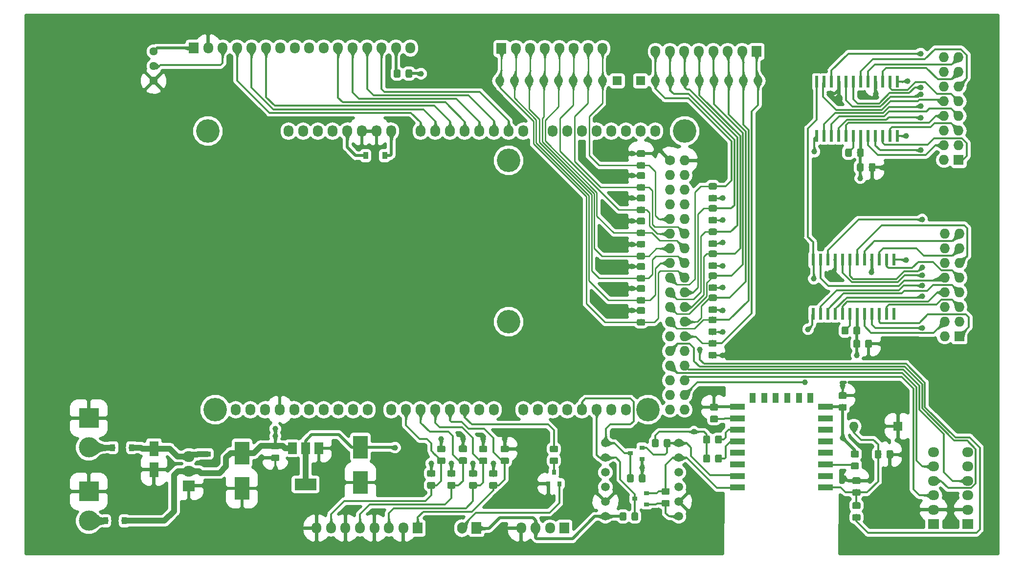
<source format=gbr>
G04 #@! TF.GenerationSoftware,KiCad,Pcbnew,(5.0.0-rc3)*
G04 #@! TF.CreationDate,2018-09-21T21:07:59-07:00*
G04 #@! TF.ProjectId,PCV MATOME MAIN V5-KICAD 5.0,504356204D41544F4D45204D41494E20,rev?*
G04 #@! TF.SameCoordinates,Original*
G04 #@! TF.FileFunction,Copper,L1,Top,Signal*
G04 #@! TF.FilePolarity,Positive*
%FSLAX46Y46*%
G04 Gerber Fmt 4.6, Leading zero omitted, Abs format (unit mm)*
G04 Created by KiCad (PCBNEW (5.0.0-rc3)) date 09/21/18 21:07:59*
%MOMM*%
%LPD*%
G01*
G04 APERTURE LIST*
G04 #@! TA.AperFunction,SMDPad,CuDef*
%ADD10R,3.800000X2.000000*%
G04 #@! TD*
G04 #@! TA.AperFunction,SMDPad,CuDef*
%ADD11R,1.500000X2.000000*%
G04 #@! TD*
G04 #@! TA.AperFunction,SMDPad,CuDef*
%ADD12R,2.500000X4.000000*%
G04 #@! TD*
G04 #@! TA.AperFunction,Conductor*
%ADD13C,0.100000*%
G04 #@! TD*
G04 #@! TA.AperFunction,SMDPad,CuDef*
%ADD14C,1.150000*%
G04 #@! TD*
G04 #@! TA.AperFunction,ComponentPad*
%ADD15C,1.727200*%
G04 #@! TD*
G04 #@! TA.AperFunction,ComponentPad*
%ADD16O,1.727200X1.727200*%
G04 #@! TD*
G04 #@! TA.AperFunction,ComponentPad*
%ADD17O,1.727200X2.032000*%
G04 #@! TD*
G04 #@! TA.AperFunction,ComponentPad*
%ADD18C,4.064000*%
G04 #@! TD*
G04 #@! TA.AperFunction,SMDPad,CuDef*
%ADD19R,2.500000X1.000000*%
G04 #@! TD*
G04 #@! TA.AperFunction,SMDPad,CuDef*
%ADD20R,1.000000X1.800000*%
G04 #@! TD*
G04 #@! TA.AperFunction,SMDPad,CuDef*
%ADD21R,1.600000X2.600000*%
G04 #@! TD*
G04 #@! TA.AperFunction,SMDPad,CuDef*
%ADD22R,0.900000X1.200000*%
G04 #@! TD*
G04 #@! TA.AperFunction,SMDPad,CuDef*
%ADD23R,1.200000X0.900000*%
G04 #@! TD*
G04 #@! TA.AperFunction,SMDPad,CuDef*
%ADD24R,0.900000X0.800000*%
G04 #@! TD*
G04 #@! TA.AperFunction,ComponentPad*
%ADD25C,1.440000*%
G04 #@! TD*
G04 #@! TA.AperFunction,ComponentPad*
%ADD26R,1.600000X1.600000*%
G04 #@! TD*
G04 #@! TA.AperFunction,ComponentPad*
%ADD27O,1.600000X1.600000*%
G04 #@! TD*
G04 #@! TA.AperFunction,SMDPad,CuDef*
%ADD28R,0.600000X2.000000*%
G04 #@! TD*
G04 #@! TA.AperFunction,ComponentPad*
%ADD29R,2.000000X1.905000*%
G04 #@! TD*
G04 #@! TA.AperFunction,ComponentPad*
%ADD30O,2.000000X1.905000*%
G04 #@! TD*
G04 #@! TA.AperFunction,ComponentPad*
%ADD31C,1.500000*%
G04 #@! TD*
G04 #@! TA.AperFunction,ComponentPad*
%ADD32R,1.727200X1.727200*%
G04 #@! TD*
G04 #@! TA.AperFunction,ComponentPad*
%ADD33O,1.950000X1.700000*%
G04 #@! TD*
G04 #@! TA.AperFunction,ComponentPad*
%ADD34R,1.950000X1.700000*%
G04 #@! TD*
G04 #@! TA.AperFunction,ComponentPad*
%ADD35R,1.700000X1.950000*%
G04 #@! TD*
G04 #@! TA.AperFunction,ComponentPad*
%ADD36O,1.700000X1.950000*%
G04 #@! TD*
G04 #@! TA.AperFunction,ComponentPad*
%ADD37R,1.700000X2.000000*%
G04 #@! TD*
G04 #@! TA.AperFunction,ComponentPad*
%ADD38O,1.700000X2.000000*%
G04 #@! TD*
G04 #@! TA.AperFunction,SMDPad,CuDef*
%ADD39R,0.800000X0.900000*%
G04 #@! TD*
G04 #@! TA.AperFunction,ComponentPad*
%ADD40C,3.500120*%
G04 #@! TD*
G04 #@! TA.AperFunction,ComponentPad*
%ADD41R,3.500120X3.500120*%
G04 #@! TD*
G04 #@! TA.AperFunction,ViaPad*
%ADD42C,1.000000*%
G04 #@! TD*
G04 #@! TA.AperFunction,Conductor*
%ADD43C,0.500000*%
G04 #@! TD*
G04 #@! TA.AperFunction,Conductor*
%ADD44C,0.300000*%
G04 #@! TD*
G04 #@! TA.AperFunction,Conductor*
%ADD45C,1.000000*%
G04 #@! TD*
G04 #@! TA.AperFunction,Conductor*
%ADD46C,0.250000*%
G04 #@! TD*
G04 #@! TA.AperFunction,Conductor*
%ADD47C,0.025400*%
G04 #@! TD*
G04 APERTURE END LIST*
D10*
G04 #@! TO.P,U5,2*
G04 #@! TO.N,LV*
X134250000Y-132150000D03*
D11*
X134250000Y-125850000D03*
G04 #@! TO.P,U5,3*
G04 #@! TO.N,HV*
X131950000Y-125850000D03*
G04 #@! TO.P,U5,1*
G04 #@! TO.N,Net-(C1-Pad1)*
X136550000Y-125850000D03*
G04 #@! TD*
D12*
G04 #@! TO.P,C28,1*
G04 #@! TO.N,HV*
X123250000Y-126700000D03*
G04 #@! TO.P,C28,2*
G04 #@! TO.N,Net-(C1-Pad1)*
X123250000Y-132800000D03*
G04 #@! TD*
D13*
G04 #@! TO.N,Net-(C1-Pad1)*
G04 #@! TO.C,C25*
G36*
X129474505Y-126951204D02*
X129498773Y-126954804D01*
X129522572Y-126960765D01*
X129545671Y-126969030D01*
X129567850Y-126979520D01*
X129588893Y-126992132D01*
X129608599Y-127006747D01*
X129626777Y-127023223D01*
X129643253Y-127041401D01*
X129657868Y-127061107D01*
X129670480Y-127082150D01*
X129680970Y-127104329D01*
X129689235Y-127127428D01*
X129695196Y-127151227D01*
X129698796Y-127175495D01*
X129700000Y-127199999D01*
X129700000Y-127850001D01*
X129698796Y-127874505D01*
X129695196Y-127898773D01*
X129689235Y-127922572D01*
X129680970Y-127945671D01*
X129670480Y-127967850D01*
X129657868Y-127988893D01*
X129643253Y-128008599D01*
X129626777Y-128026777D01*
X129608599Y-128043253D01*
X129588893Y-128057868D01*
X129567850Y-128070480D01*
X129545671Y-128080970D01*
X129522572Y-128089235D01*
X129498773Y-128095196D01*
X129474505Y-128098796D01*
X129450001Y-128100000D01*
X128549999Y-128100000D01*
X128525495Y-128098796D01*
X128501227Y-128095196D01*
X128477428Y-128089235D01*
X128454329Y-128080970D01*
X128432150Y-128070480D01*
X128411107Y-128057868D01*
X128391401Y-128043253D01*
X128373223Y-128026777D01*
X128356747Y-128008599D01*
X128342132Y-127988893D01*
X128329520Y-127967850D01*
X128319030Y-127945671D01*
X128310765Y-127922572D01*
X128304804Y-127898773D01*
X128301204Y-127874505D01*
X128300000Y-127850001D01*
X128300000Y-127199999D01*
X128301204Y-127175495D01*
X128304804Y-127151227D01*
X128310765Y-127127428D01*
X128319030Y-127104329D01*
X128329520Y-127082150D01*
X128342132Y-127061107D01*
X128356747Y-127041401D01*
X128373223Y-127023223D01*
X128391401Y-127006747D01*
X128411107Y-126992132D01*
X128432150Y-126979520D01*
X128454329Y-126969030D01*
X128477428Y-126960765D01*
X128501227Y-126954804D01*
X128525495Y-126951204D01*
X128549999Y-126950000D01*
X129450001Y-126950000D01*
X129474505Y-126951204D01*
X129474505Y-126951204D01*
G37*
D14*
G04 #@! TD*
G04 #@! TO.P,C25,2*
G04 #@! TO.N,Net-(C1-Pad1)*
X129000000Y-127525000D03*
D13*
G04 #@! TO.N,HV*
G04 #@! TO.C,C25*
G36*
X129474505Y-124901204D02*
X129498773Y-124904804D01*
X129522572Y-124910765D01*
X129545671Y-124919030D01*
X129567850Y-124929520D01*
X129588893Y-124942132D01*
X129608599Y-124956747D01*
X129626777Y-124973223D01*
X129643253Y-124991401D01*
X129657868Y-125011107D01*
X129670480Y-125032150D01*
X129680970Y-125054329D01*
X129689235Y-125077428D01*
X129695196Y-125101227D01*
X129698796Y-125125495D01*
X129700000Y-125149999D01*
X129700000Y-125800001D01*
X129698796Y-125824505D01*
X129695196Y-125848773D01*
X129689235Y-125872572D01*
X129680970Y-125895671D01*
X129670480Y-125917850D01*
X129657868Y-125938893D01*
X129643253Y-125958599D01*
X129626777Y-125976777D01*
X129608599Y-125993253D01*
X129588893Y-126007868D01*
X129567850Y-126020480D01*
X129545671Y-126030970D01*
X129522572Y-126039235D01*
X129498773Y-126045196D01*
X129474505Y-126048796D01*
X129450001Y-126050000D01*
X128549999Y-126050000D01*
X128525495Y-126048796D01*
X128501227Y-126045196D01*
X128477428Y-126039235D01*
X128454329Y-126030970D01*
X128432150Y-126020480D01*
X128411107Y-126007868D01*
X128391401Y-125993253D01*
X128373223Y-125976777D01*
X128356747Y-125958599D01*
X128342132Y-125938893D01*
X128329520Y-125917850D01*
X128319030Y-125895671D01*
X128310765Y-125872572D01*
X128304804Y-125848773D01*
X128301204Y-125824505D01*
X128300000Y-125800001D01*
X128300000Y-125149999D01*
X128301204Y-125125495D01*
X128304804Y-125101227D01*
X128310765Y-125077428D01*
X128319030Y-125054329D01*
X128329520Y-125032150D01*
X128342132Y-125011107D01*
X128356747Y-124991401D01*
X128373223Y-124973223D01*
X128391401Y-124956747D01*
X128411107Y-124942132D01*
X128432150Y-124929520D01*
X128454329Y-124919030D01*
X128477428Y-124910765D01*
X128501227Y-124904804D01*
X128525495Y-124901204D01*
X128549999Y-124900000D01*
X129450001Y-124900000D01*
X129474505Y-124901204D01*
X129474505Y-124901204D01*
G37*
D14*
G04 #@! TD*
G04 #@! TO.P,C25,1*
G04 #@! TO.N,HV*
X129000000Y-125475000D03*
D15*
G04 #@! TO.P,P4,1*
G04 #@! TO.N,Net-(C1-Pad1)*
X197349516Y-76012509D03*
D16*
G04 #@! TO.P,P4,2*
X199889516Y-76012509D03*
G04 #@! TO.P,P4,3*
G04 #@! TO.N,N/C*
X197349516Y-78552509D03*
G04 #@! TO.P,P4,4*
X199889516Y-78552509D03*
G04 #@! TO.P,P4,5*
X197349516Y-81092509D03*
G04 #@! TO.P,P4,6*
X199889516Y-81092509D03*
G04 #@! TO.P,P4,7*
X197349516Y-83632509D03*
G04 #@! TO.P,P4,8*
X199889516Y-83632509D03*
G04 #@! TO.P,P4,9*
G04 #@! TO.N,SW16*
X197349516Y-86172509D03*
G04 #@! TO.P,P4,10*
G04 #@! TO.N,RESET_ESP*
X199889516Y-86172509D03*
G04 #@! TO.P,P4,11*
G04 #@! TO.N,SW14*
X197349516Y-88712509D03*
G04 #@! TO.P,P4,12*
G04 #@! TO.N,SW15*
X199889516Y-88712509D03*
G04 #@! TO.P,P4,13*
G04 #@! TO.N,SW12*
X197349516Y-91252509D03*
G04 #@! TO.P,P4,14*
G04 #@! TO.N,SW13*
X199889516Y-91252509D03*
G04 #@! TO.P,P4,15*
G04 #@! TO.N,SW10*
X197349516Y-93792509D03*
G04 #@! TO.P,P4,16*
G04 #@! TO.N,SW11*
X199889516Y-93792509D03*
G04 #@! TO.P,P4,17*
G04 #@! TO.N,SW8*
X197349516Y-96332509D03*
G04 #@! TO.P,P4,18*
G04 #@! TO.N,SW9*
X199889516Y-96332509D03*
G04 #@! TO.P,P4,19*
G04 #@! TO.N,SW6*
X197349516Y-98872509D03*
G04 #@! TO.P,P4,20*
G04 #@! TO.N,SW7*
X199889516Y-98872509D03*
G04 #@! TO.P,P4,21*
G04 #@! TO.N,SW4*
X197349516Y-101412509D03*
G04 #@! TO.P,P4,22*
G04 #@! TO.N,SW5*
X199889516Y-101412509D03*
G04 #@! TO.P,P4,23*
G04 #@! TO.N,SW2*
X197349516Y-103952509D03*
G04 #@! TO.P,P4,24*
G04 #@! TO.N,SW3*
X199889516Y-103952509D03*
G04 #@! TO.P,P4,25*
G04 #@! TO.N,N/C*
X197349516Y-106492509D03*
G04 #@! TO.P,P4,26*
G04 #@! TO.N,SW1*
X199889516Y-106492509D03*
G04 #@! TO.P,P4,27*
G04 #@! TO.N,SC2*
X197349516Y-109032509D03*
G04 #@! TO.P,P4,28*
G04 #@! TO.N,N/C*
X199889516Y-109032509D03*
G04 #@! TO.P,P4,29*
G04 #@! TO.N,SCK*
X197349516Y-111572509D03*
G04 #@! TO.P,P4,30*
G04 #@! TO.N,SC1*
X199889516Y-111572509D03*
G04 #@! TO.P,P4,31*
G04 #@! TO.N,CLK_M*
X197349516Y-114112509D03*
G04 #@! TO.P,P4,32*
G04 #@! TO.N,DIN*
X199889516Y-114112509D03*
G04 #@! TO.P,P4,33*
G04 #@! TO.N,DIN_M*
X197349516Y-116652509D03*
G04 #@! TO.P,P4,34*
G04 #@! TO.N,SC_M*
X199889516Y-116652509D03*
G04 #@! TO.P,P4,35*
G04 #@! TO.N,HV*
X197349516Y-119192509D03*
G04 #@! TO.P,P4,36*
X199889516Y-119192509D03*
G04 #@! TD*
D17*
G04 #@! TO.P,P1,1*
G04 #@! TO.N,N/C*
X131309516Y-70932509D03*
G04 #@! TO.P,P1,2*
X133849516Y-70932509D03*
G04 #@! TO.P,P1,3*
X136389516Y-70932509D03*
G04 #@! TO.P,P1,4*
X138929516Y-70932509D03*
G04 #@! TO.P,P1,5*
G04 #@! TO.N,HV*
X141469516Y-70932509D03*
G04 #@! TO.P,P1,6*
G04 #@! TO.N,Net-(C1-Pad1)*
X144009516Y-70932509D03*
G04 #@! TO.P,P1,7*
X146549516Y-70932509D03*
G04 #@! TO.P,P1,8*
G04 #@! TO.N,/Vin*
X149089516Y-70932509D03*
G04 #@! TD*
G04 #@! TO.P,P2,1*
G04 #@! TO.N,RS*
X154169516Y-70932509D03*
G04 #@! TO.P,P2,2*
G04 #@! TO.N,RW*
X156709516Y-70932509D03*
G04 #@! TO.P,P2,3*
G04 #@! TO.N,EN*
X159249516Y-70932509D03*
G04 #@! TO.P,P2,4*
G04 #@! TO.N,D4*
X161789516Y-70932509D03*
G04 #@! TO.P,P2,5*
G04 #@! TO.N,D5*
X164329516Y-70932509D03*
G04 #@! TO.P,P2,6*
G04 #@! TO.N,D6*
X166869516Y-70932509D03*
G04 #@! TO.P,P2,7*
G04 #@! TO.N,D7*
X169409516Y-70932509D03*
G04 #@! TO.P,P2,8*
G04 #@! TO.N,N/C*
X171949516Y-70932509D03*
G04 #@! TD*
G04 #@! TO.P,P3,1*
G04 #@! TO.N,N/C*
X177029516Y-70932509D03*
G04 #@! TO.P,P3,2*
X179569516Y-70932509D03*
G04 #@! TO.P,P3,3*
X182109516Y-70932509D03*
G04 #@! TO.P,P3,4*
X184649516Y-70932509D03*
G04 #@! TO.P,P3,5*
X187189516Y-70932509D03*
G04 #@! TO.P,P3,6*
X189729516Y-70932509D03*
G04 #@! TO.P,P3,7*
X192269516Y-70932509D03*
G04 #@! TO.P,P3,8*
X194809516Y-70932509D03*
G04 #@! TD*
G04 #@! TO.P,P5,1*
G04 #@! TO.N,N/C*
X122165516Y-119192509D03*
G04 #@! TO.P,P5,2*
X124705516Y-119192509D03*
G04 #@! TO.P,P5,3*
X127245516Y-119192509D03*
G04 #@! TO.P,P5,4*
G04 #@! TO.N,Net-(C1-Pad1)*
X129785516Y-119192509D03*
G04 #@! TO.P,P5,5*
G04 #@! TO.N,N/C*
X132325516Y-119192509D03*
G04 #@! TO.P,P5,6*
X134865516Y-119192509D03*
G04 #@! TO.P,P5,7*
X137405516Y-119192509D03*
G04 #@! TO.P,P5,8*
X139945516Y-119192509D03*
G04 #@! TO.P,P5,9*
X142485516Y-119192509D03*
G04 #@! TO.P,P5,10*
X145025516Y-119192509D03*
G04 #@! TD*
G04 #@! TO.P,P6,1*
G04 #@! TO.N,N/C*
X149089516Y-119192509D03*
G04 #@! TO.P,P6,2*
G04 #@! TO.N,SET*
X151629516Y-119192509D03*
G04 #@! TO.P,P6,3*
G04 #@! TO.N,HOME*
X154169516Y-119192509D03*
G04 #@! TO.P,P6,4*
G04 #@! TO.N,BACK*
X156709516Y-119192509D03*
G04 #@! TO.P,P6,5*
G04 #@! TO.N,NEXT*
X159249516Y-119192509D03*
G04 #@! TO.P,P6,6*
G04 #@! TO.N,BUZZER*
X161789516Y-119192509D03*
G04 #@! TO.P,P6,7*
G04 #@! TO.N,N/C*
X164329516Y-119192509D03*
G04 #@! TO.P,P6,8*
X166869516Y-119192509D03*
G04 #@! TD*
G04 #@! TO.P,P7,1*
G04 #@! TO.N,N/C*
X171949516Y-119192509D03*
G04 #@! TO.P,P7,2*
X174489516Y-119192509D03*
G04 #@! TO.P,P7,3*
X177029516Y-119192509D03*
G04 #@! TO.P,P7,4*
X179569516Y-119192509D03*
G04 #@! TO.P,P7,5*
G04 #@! TO.N,RX5V*
X182109516Y-119192509D03*
G04 #@! TO.P,P7,6*
G04 #@! TO.N,TX5V*
X184649516Y-119192509D03*
G04 #@! TO.P,P7,7*
G04 #@! TO.N,SDA*
X187189516Y-119192509D03*
G04 #@! TO.P,P7,8*
G04 #@! TO.N,SCL*
X189729516Y-119192509D03*
G04 #@! TD*
D18*
G04 #@! TO.P,P8,1*
G04 #@! TO.N,N/C*
X117339516Y-70932509D03*
G04 #@! TD*
G04 #@! TO.P,P9,1*
G04 #@! TO.N,N/C*
X169409516Y-76012509D03*
G04 #@! TD*
G04 #@! TO.P,P10,1*
G04 #@! TO.N,N/C*
X199889516Y-70932509D03*
G04 #@! TD*
G04 #@! TO.P,P11,1*
G04 #@! TO.N,N/C*
X118609516Y-119192509D03*
G04 #@! TD*
G04 #@! TO.P,P12,1*
G04 #@! TO.N,N/C*
X169409516Y-103952509D03*
G04 #@! TD*
G04 #@! TO.P,P13,1*
G04 #@! TO.N,N/C*
X193539516Y-119192509D03*
G04 #@! TD*
D19*
G04 #@! TO.P,U2,1*
G04 #@! TO.N,Net-(C1-Pad2)*
X224262000Y-132659000D03*
G04 #@! TO.P,U2,2*
G04 #@! TO.N,N/C*
X224262000Y-130659000D03*
G04 #@! TO.P,U2,3*
G04 #@! TO.N,Net-(R2-Pad1)*
X224262000Y-128659000D03*
G04 #@! TO.P,U2,4*
G04 #@! TO.N,N/C*
X224262000Y-126659000D03*
G04 #@! TO.P,U2,5*
X224262000Y-124659000D03*
G04 #@! TO.P,U2,6*
X224262000Y-122659000D03*
G04 #@! TO.P,U2,7*
X224262000Y-120659000D03*
G04 #@! TO.P,U2,8*
G04 #@! TO.N,LV*
X224262000Y-118659000D03*
D20*
G04 #@! TO.P,U2,9*
G04 #@! TO.N,N/C*
X221662000Y-117159000D03*
G04 #@! TO.P,U2,10*
X219662000Y-117159000D03*
G04 #@! TO.P,U2,11*
X217662000Y-117159000D03*
G04 #@! TO.P,U2,12*
X215662000Y-117159000D03*
G04 #@! TO.P,U2,13*
X213662000Y-117159000D03*
G04 #@! TO.P,U2,14*
X211662000Y-117159000D03*
D19*
G04 #@! TO.P,U2,15*
G04 #@! TO.N,Net-(C1-Pad1)*
X209062000Y-118659000D03*
G04 #@! TO.P,U2,16*
G04 #@! TO.N,Net-(R5-Pad2)*
X209062000Y-120659000D03*
G04 #@! TO.P,U2,17*
G04 #@! TO.N,Net-(R7-Pad2)*
X209062000Y-122659000D03*
G04 #@! TO.P,U2,18*
G04 #@! TO.N,Net-(R6-Pad2)*
X209062000Y-124659000D03*
G04 #@! TO.P,U2,19*
G04 #@! TO.N,N/C*
X209062000Y-126659000D03*
G04 #@! TO.P,U2,20*
X209062000Y-128659000D03*
G04 #@! TO.P,U2,21*
G04 #@! TO.N,RX3.3V*
X209062000Y-130659000D03*
G04 #@! TO.P,U2,22*
G04 #@! TO.N,TX3.3V*
X209062000Y-132659000D03*
G04 #@! TD*
D13*
G04 #@! TO.N,Net-(C1-Pad1)*
G04 #@! TO.C,C1*
G36*
X235774505Y-126201204D02*
X235798773Y-126204804D01*
X235822572Y-126210765D01*
X235845671Y-126219030D01*
X235867850Y-126229520D01*
X235888893Y-126242132D01*
X235908599Y-126256747D01*
X235926777Y-126273223D01*
X235943253Y-126291401D01*
X235957868Y-126311107D01*
X235970480Y-126332150D01*
X235980970Y-126354329D01*
X235989235Y-126377428D01*
X235995196Y-126401227D01*
X235998796Y-126425495D01*
X236000000Y-126449999D01*
X236000000Y-127350001D01*
X235998796Y-127374505D01*
X235995196Y-127398773D01*
X235989235Y-127422572D01*
X235980970Y-127445671D01*
X235970480Y-127467850D01*
X235957868Y-127488893D01*
X235943253Y-127508599D01*
X235926777Y-127526777D01*
X235908599Y-127543253D01*
X235888893Y-127557868D01*
X235867850Y-127570480D01*
X235845671Y-127580970D01*
X235822572Y-127589235D01*
X235798773Y-127595196D01*
X235774505Y-127598796D01*
X235750001Y-127600000D01*
X235099999Y-127600000D01*
X235075495Y-127598796D01*
X235051227Y-127595196D01*
X235027428Y-127589235D01*
X235004329Y-127580970D01*
X234982150Y-127570480D01*
X234961107Y-127557868D01*
X234941401Y-127543253D01*
X234923223Y-127526777D01*
X234906747Y-127508599D01*
X234892132Y-127488893D01*
X234879520Y-127467850D01*
X234869030Y-127445671D01*
X234860765Y-127422572D01*
X234854804Y-127398773D01*
X234851204Y-127374505D01*
X234850000Y-127350001D01*
X234850000Y-126449999D01*
X234851204Y-126425495D01*
X234854804Y-126401227D01*
X234860765Y-126377428D01*
X234869030Y-126354329D01*
X234879520Y-126332150D01*
X234892132Y-126311107D01*
X234906747Y-126291401D01*
X234923223Y-126273223D01*
X234941401Y-126256747D01*
X234961107Y-126242132D01*
X234982150Y-126229520D01*
X235004329Y-126219030D01*
X235027428Y-126210765D01*
X235051227Y-126204804D01*
X235075495Y-126201204D01*
X235099999Y-126200000D01*
X235750001Y-126200000D01*
X235774505Y-126201204D01*
X235774505Y-126201204D01*
G37*
D14*
G04 #@! TD*
G04 #@! TO.P,C1,1*
G04 #@! TO.N,Net-(C1-Pad1)*
X235425000Y-126900000D03*
D13*
G04 #@! TO.N,Net-(C1-Pad2)*
G04 #@! TO.C,C1*
G36*
X233724505Y-126201204D02*
X233748773Y-126204804D01*
X233772572Y-126210765D01*
X233795671Y-126219030D01*
X233817850Y-126229520D01*
X233838893Y-126242132D01*
X233858599Y-126256747D01*
X233876777Y-126273223D01*
X233893253Y-126291401D01*
X233907868Y-126311107D01*
X233920480Y-126332150D01*
X233930970Y-126354329D01*
X233939235Y-126377428D01*
X233945196Y-126401227D01*
X233948796Y-126425495D01*
X233950000Y-126449999D01*
X233950000Y-127350001D01*
X233948796Y-127374505D01*
X233945196Y-127398773D01*
X233939235Y-127422572D01*
X233930970Y-127445671D01*
X233920480Y-127467850D01*
X233907868Y-127488893D01*
X233893253Y-127508599D01*
X233876777Y-127526777D01*
X233858599Y-127543253D01*
X233838893Y-127557868D01*
X233817850Y-127570480D01*
X233795671Y-127580970D01*
X233772572Y-127589235D01*
X233748773Y-127595196D01*
X233724505Y-127598796D01*
X233700001Y-127600000D01*
X233049999Y-127600000D01*
X233025495Y-127598796D01*
X233001227Y-127595196D01*
X232977428Y-127589235D01*
X232954329Y-127580970D01*
X232932150Y-127570480D01*
X232911107Y-127557868D01*
X232891401Y-127543253D01*
X232873223Y-127526777D01*
X232856747Y-127508599D01*
X232842132Y-127488893D01*
X232829520Y-127467850D01*
X232819030Y-127445671D01*
X232810765Y-127422572D01*
X232804804Y-127398773D01*
X232801204Y-127374505D01*
X232800000Y-127350001D01*
X232800000Y-126449999D01*
X232801204Y-126425495D01*
X232804804Y-126401227D01*
X232810765Y-126377428D01*
X232819030Y-126354329D01*
X232829520Y-126332150D01*
X232842132Y-126311107D01*
X232856747Y-126291401D01*
X232873223Y-126273223D01*
X232891401Y-126256747D01*
X232911107Y-126242132D01*
X232932150Y-126229520D01*
X232954329Y-126219030D01*
X232977428Y-126210765D01*
X233001227Y-126204804D01*
X233025495Y-126201204D01*
X233049999Y-126200000D01*
X233700001Y-126200000D01*
X233724505Y-126201204D01*
X233724505Y-126201204D01*
G37*
D14*
G04 #@! TD*
G04 #@! TO.P,C1,2*
G04 #@! TO.N,Net-(C1-Pad2)*
X233375000Y-126900000D03*
D13*
G04 #@! TO.N,LV*
G04 #@! TO.C,C2*
G36*
X227724505Y-118201204D02*
X227748773Y-118204804D01*
X227772572Y-118210765D01*
X227795671Y-118219030D01*
X227817850Y-118229520D01*
X227838893Y-118242132D01*
X227858599Y-118256747D01*
X227876777Y-118273223D01*
X227893253Y-118291401D01*
X227907868Y-118311107D01*
X227920480Y-118332150D01*
X227930970Y-118354329D01*
X227939235Y-118377428D01*
X227945196Y-118401227D01*
X227948796Y-118425495D01*
X227950000Y-118449999D01*
X227950000Y-119100001D01*
X227948796Y-119124505D01*
X227945196Y-119148773D01*
X227939235Y-119172572D01*
X227930970Y-119195671D01*
X227920480Y-119217850D01*
X227907868Y-119238893D01*
X227893253Y-119258599D01*
X227876777Y-119276777D01*
X227858599Y-119293253D01*
X227838893Y-119307868D01*
X227817850Y-119320480D01*
X227795671Y-119330970D01*
X227772572Y-119339235D01*
X227748773Y-119345196D01*
X227724505Y-119348796D01*
X227700001Y-119350000D01*
X226799999Y-119350000D01*
X226775495Y-119348796D01*
X226751227Y-119345196D01*
X226727428Y-119339235D01*
X226704329Y-119330970D01*
X226682150Y-119320480D01*
X226661107Y-119307868D01*
X226641401Y-119293253D01*
X226623223Y-119276777D01*
X226606747Y-119258599D01*
X226592132Y-119238893D01*
X226579520Y-119217850D01*
X226569030Y-119195671D01*
X226560765Y-119172572D01*
X226554804Y-119148773D01*
X226551204Y-119124505D01*
X226550000Y-119100001D01*
X226550000Y-118449999D01*
X226551204Y-118425495D01*
X226554804Y-118401227D01*
X226560765Y-118377428D01*
X226569030Y-118354329D01*
X226579520Y-118332150D01*
X226592132Y-118311107D01*
X226606747Y-118291401D01*
X226623223Y-118273223D01*
X226641401Y-118256747D01*
X226661107Y-118242132D01*
X226682150Y-118229520D01*
X226704329Y-118219030D01*
X226727428Y-118210765D01*
X226751227Y-118204804D01*
X226775495Y-118201204D01*
X226799999Y-118200000D01*
X227700001Y-118200000D01*
X227724505Y-118201204D01*
X227724505Y-118201204D01*
G37*
D14*
G04 #@! TD*
G04 #@! TO.P,C2,1*
G04 #@! TO.N,LV*
X227250000Y-118775000D03*
D13*
G04 #@! TO.N,Net-(C1-Pad1)*
G04 #@! TO.C,C2*
G36*
X227724505Y-116151204D02*
X227748773Y-116154804D01*
X227772572Y-116160765D01*
X227795671Y-116169030D01*
X227817850Y-116179520D01*
X227838893Y-116192132D01*
X227858599Y-116206747D01*
X227876777Y-116223223D01*
X227893253Y-116241401D01*
X227907868Y-116261107D01*
X227920480Y-116282150D01*
X227930970Y-116304329D01*
X227939235Y-116327428D01*
X227945196Y-116351227D01*
X227948796Y-116375495D01*
X227950000Y-116399999D01*
X227950000Y-117050001D01*
X227948796Y-117074505D01*
X227945196Y-117098773D01*
X227939235Y-117122572D01*
X227930970Y-117145671D01*
X227920480Y-117167850D01*
X227907868Y-117188893D01*
X227893253Y-117208599D01*
X227876777Y-117226777D01*
X227858599Y-117243253D01*
X227838893Y-117257868D01*
X227817850Y-117270480D01*
X227795671Y-117280970D01*
X227772572Y-117289235D01*
X227748773Y-117295196D01*
X227724505Y-117298796D01*
X227700001Y-117300000D01*
X226799999Y-117300000D01*
X226775495Y-117298796D01*
X226751227Y-117295196D01*
X226727428Y-117289235D01*
X226704329Y-117280970D01*
X226682150Y-117270480D01*
X226661107Y-117257868D01*
X226641401Y-117243253D01*
X226623223Y-117226777D01*
X226606747Y-117208599D01*
X226592132Y-117188893D01*
X226579520Y-117167850D01*
X226569030Y-117145671D01*
X226560765Y-117122572D01*
X226554804Y-117098773D01*
X226551204Y-117074505D01*
X226550000Y-117050001D01*
X226550000Y-116399999D01*
X226551204Y-116375495D01*
X226554804Y-116351227D01*
X226560765Y-116327428D01*
X226569030Y-116304329D01*
X226579520Y-116282150D01*
X226592132Y-116261107D01*
X226606747Y-116241401D01*
X226623223Y-116223223D01*
X226641401Y-116206747D01*
X226661107Y-116192132D01*
X226682150Y-116179520D01*
X226704329Y-116169030D01*
X226727428Y-116160765D01*
X226751227Y-116154804D01*
X226775495Y-116151204D01*
X226799999Y-116150000D01*
X227700001Y-116150000D01*
X227724505Y-116151204D01*
X227724505Y-116151204D01*
G37*
D14*
G04 #@! TD*
G04 #@! TO.P,C2,2*
G04 #@! TO.N,Net-(C1-Pad1)*
X227250000Y-116725000D03*
D13*
G04 #@! TO.N,HV*
G04 #@! TO.C,C3*
G36*
X230030505Y-107061204D02*
X230054773Y-107064804D01*
X230078572Y-107070765D01*
X230101671Y-107079030D01*
X230123850Y-107089520D01*
X230144893Y-107102132D01*
X230164599Y-107116747D01*
X230182777Y-107133223D01*
X230199253Y-107151401D01*
X230213868Y-107171107D01*
X230226480Y-107192150D01*
X230236970Y-107214329D01*
X230245235Y-107237428D01*
X230251196Y-107261227D01*
X230254796Y-107285495D01*
X230256000Y-107309999D01*
X230256000Y-108210001D01*
X230254796Y-108234505D01*
X230251196Y-108258773D01*
X230245235Y-108282572D01*
X230236970Y-108305671D01*
X230226480Y-108327850D01*
X230213868Y-108348893D01*
X230199253Y-108368599D01*
X230182777Y-108386777D01*
X230164599Y-108403253D01*
X230144893Y-108417868D01*
X230123850Y-108430480D01*
X230101671Y-108440970D01*
X230078572Y-108449235D01*
X230054773Y-108455196D01*
X230030505Y-108458796D01*
X230006001Y-108460000D01*
X229355999Y-108460000D01*
X229331495Y-108458796D01*
X229307227Y-108455196D01*
X229283428Y-108449235D01*
X229260329Y-108440970D01*
X229238150Y-108430480D01*
X229217107Y-108417868D01*
X229197401Y-108403253D01*
X229179223Y-108386777D01*
X229162747Y-108368599D01*
X229148132Y-108348893D01*
X229135520Y-108327850D01*
X229125030Y-108305671D01*
X229116765Y-108282572D01*
X229110804Y-108258773D01*
X229107204Y-108234505D01*
X229106000Y-108210001D01*
X229106000Y-107309999D01*
X229107204Y-107285495D01*
X229110804Y-107261227D01*
X229116765Y-107237428D01*
X229125030Y-107214329D01*
X229135520Y-107192150D01*
X229148132Y-107171107D01*
X229162747Y-107151401D01*
X229179223Y-107133223D01*
X229197401Y-107116747D01*
X229217107Y-107102132D01*
X229238150Y-107089520D01*
X229260329Y-107079030D01*
X229283428Y-107070765D01*
X229307227Y-107064804D01*
X229331495Y-107061204D01*
X229355999Y-107060000D01*
X230006001Y-107060000D01*
X230030505Y-107061204D01*
X230030505Y-107061204D01*
G37*
D14*
G04 #@! TD*
G04 #@! TO.P,C3,2*
G04 #@! TO.N,HV*
X229681000Y-107760000D03*
D13*
G04 #@! TO.N,Net-(C1-Pad1)*
G04 #@! TO.C,C3*
G36*
X232080505Y-107061204D02*
X232104773Y-107064804D01*
X232128572Y-107070765D01*
X232151671Y-107079030D01*
X232173850Y-107089520D01*
X232194893Y-107102132D01*
X232214599Y-107116747D01*
X232232777Y-107133223D01*
X232249253Y-107151401D01*
X232263868Y-107171107D01*
X232276480Y-107192150D01*
X232286970Y-107214329D01*
X232295235Y-107237428D01*
X232301196Y-107261227D01*
X232304796Y-107285495D01*
X232306000Y-107309999D01*
X232306000Y-108210001D01*
X232304796Y-108234505D01*
X232301196Y-108258773D01*
X232295235Y-108282572D01*
X232286970Y-108305671D01*
X232276480Y-108327850D01*
X232263868Y-108348893D01*
X232249253Y-108368599D01*
X232232777Y-108386777D01*
X232214599Y-108403253D01*
X232194893Y-108417868D01*
X232173850Y-108430480D01*
X232151671Y-108440970D01*
X232128572Y-108449235D01*
X232104773Y-108455196D01*
X232080505Y-108458796D01*
X232056001Y-108460000D01*
X231405999Y-108460000D01*
X231381495Y-108458796D01*
X231357227Y-108455196D01*
X231333428Y-108449235D01*
X231310329Y-108440970D01*
X231288150Y-108430480D01*
X231267107Y-108417868D01*
X231247401Y-108403253D01*
X231229223Y-108386777D01*
X231212747Y-108368599D01*
X231198132Y-108348893D01*
X231185520Y-108327850D01*
X231175030Y-108305671D01*
X231166765Y-108282572D01*
X231160804Y-108258773D01*
X231157204Y-108234505D01*
X231156000Y-108210001D01*
X231156000Y-107309999D01*
X231157204Y-107285495D01*
X231160804Y-107261227D01*
X231166765Y-107237428D01*
X231175030Y-107214329D01*
X231185520Y-107192150D01*
X231198132Y-107171107D01*
X231212747Y-107151401D01*
X231229223Y-107133223D01*
X231247401Y-107116747D01*
X231267107Y-107102132D01*
X231288150Y-107089520D01*
X231310329Y-107079030D01*
X231333428Y-107070765D01*
X231357227Y-107064804D01*
X231381495Y-107061204D01*
X231405999Y-107060000D01*
X232056001Y-107060000D01*
X232080505Y-107061204D01*
X232080505Y-107061204D01*
G37*
D14*
G04 #@! TD*
G04 #@! TO.P,C3,1*
G04 #@! TO.N,Net-(C1-Pad1)*
X231731000Y-107760000D03*
D13*
G04 #@! TO.N,Net-(C1-Pad1)*
G04 #@! TO.C,C4*
G36*
X232702505Y-76501204D02*
X232726773Y-76504804D01*
X232750572Y-76510765D01*
X232773671Y-76519030D01*
X232795850Y-76529520D01*
X232816893Y-76542132D01*
X232836599Y-76556747D01*
X232854777Y-76573223D01*
X232871253Y-76591401D01*
X232885868Y-76611107D01*
X232898480Y-76632150D01*
X232908970Y-76654329D01*
X232917235Y-76677428D01*
X232923196Y-76701227D01*
X232926796Y-76725495D01*
X232928000Y-76749999D01*
X232928000Y-77650001D01*
X232926796Y-77674505D01*
X232923196Y-77698773D01*
X232917235Y-77722572D01*
X232908970Y-77745671D01*
X232898480Y-77767850D01*
X232885868Y-77788893D01*
X232871253Y-77808599D01*
X232854777Y-77826777D01*
X232836599Y-77843253D01*
X232816893Y-77857868D01*
X232795850Y-77870480D01*
X232773671Y-77880970D01*
X232750572Y-77889235D01*
X232726773Y-77895196D01*
X232702505Y-77898796D01*
X232678001Y-77900000D01*
X232027999Y-77900000D01*
X232003495Y-77898796D01*
X231979227Y-77895196D01*
X231955428Y-77889235D01*
X231932329Y-77880970D01*
X231910150Y-77870480D01*
X231889107Y-77857868D01*
X231869401Y-77843253D01*
X231851223Y-77826777D01*
X231834747Y-77808599D01*
X231820132Y-77788893D01*
X231807520Y-77767850D01*
X231797030Y-77745671D01*
X231788765Y-77722572D01*
X231782804Y-77698773D01*
X231779204Y-77674505D01*
X231778000Y-77650001D01*
X231778000Y-76749999D01*
X231779204Y-76725495D01*
X231782804Y-76701227D01*
X231788765Y-76677428D01*
X231797030Y-76654329D01*
X231807520Y-76632150D01*
X231820132Y-76611107D01*
X231834747Y-76591401D01*
X231851223Y-76573223D01*
X231869401Y-76556747D01*
X231889107Y-76542132D01*
X231910150Y-76529520D01*
X231932329Y-76519030D01*
X231955428Y-76510765D01*
X231979227Y-76504804D01*
X232003495Y-76501204D01*
X232027999Y-76500000D01*
X232678001Y-76500000D01*
X232702505Y-76501204D01*
X232702505Y-76501204D01*
G37*
D14*
G04 #@! TD*
G04 #@! TO.P,C4,1*
G04 #@! TO.N,Net-(C1-Pad1)*
X232353000Y-77200000D03*
D13*
G04 #@! TO.N,HV*
G04 #@! TO.C,C4*
G36*
X230652505Y-76501204D02*
X230676773Y-76504804D01*
X230700572Y-76510765D01*
X230723671Y-76519030D01*
X230745850Y-76529520D01*
X230766893Y-76542132D01*
X230786599Y-76556747D01*
X230804777Y-76573223D01*
X230821253Y-76591401D01*
X230835868Y-76611107D01*
X230848480Y-76632150D01*
X230858970Y-76654329D01*
X230867235Y-76677428D01*
X230873196Y-76701227D01*
X230876796Y-76725495D01*
X230878000Y-76749999D01*
X230878000Y-77650001D01*
X230876796Y-77674505D01*
X230873196Y-77698773D01*
X230867235Y-77722572D01*
X230858970Y-77745671D01*
X230848480Y-77767850D01*
X230835868Y-77788893D01*
X230821253Y-77808599D01*
X230804777Y-77826777D01*
X230786599Y-77843253D01*
X230766893Y-77857868D01*
X230745850Y-77870480D01*
X230723671Y-77880970D01*
X230700572Y-77889235D01*
X230676773Y-77895196D01*
X230652505Y-77898796D01*
X230628001Y-77900000D01*
X229977999Y-77900000D01*
X229953495Y-77898796D01*
X229929227Y-77895196D01*
X229905428Y-77889235D01*
X229882329Y-77880970D01*
X229860150Y-77870480D01*
X229839107Y-77857868D01*
X229819401Y-77843253D01*
X229801223Y-77826777D01*
X229784747Y-77808599D01*
X229770132Y-77788893D01*
X229757520Y-77767850D01*
X229747030Y-77745671D01*
X229738765Y-77722572D01*
X229732804Y-77698773D01*
X229729204Y-77674505D01*
X229728000Y-77650001D01*
X229728000Y-76749999D01*
X229729204Y-76725495D01*
X229732804Y-76701227D01*
X229738765Y-76677428D01*
X229747030Y-76654329D01*
X229757520Y-76632150D01*
X229770132Y-76611107D01*
X229784747Y-76591401D01*
X229801223Y-76573223D01*
X229819401Y-76556747D01*
X229839107Y-76542132D01*
X229860150Y-76529520D01*
X229882329Y-76519030D01*
X229905428Y-76510765D01*
X229929227Y-76504804D01*
X229953495Y-76501204D01*
X229977999Y-76500000D01*
X230628001Y-76500000D01*
X230652505Y-76501204D01*
X230652505Y-76501204D01*
G37*
D14*
G04 #@! TD*
G04 #@! TO.P,C4,2*
G04 #@! TO.N,HV*
X230303000Y-77200000D03*
D13*
G04 #@! TO.N,SW9*
G04 #@! TO.C,C5*
G36*
X192799474Y-103466463D02*
X192823742Y-103470063D01*
X192847541Y-103476024D01*
X192870640Y-103484289D01*
X192892819Y-103494779D01*
X192913862Y-103507391D01*
X192933568Y-103522006D01*
X192951746Y-103538482D01*
X192968222Y-103556660D01*
X192982837Y-103576366D01*
X192995449Y-103597409D01*
X193005939Y-103619588D01*
X193014204Y-103642687D01*
X193020165Y-103666486D01*
X193023765Y-103690754D01*
X193024969Y-103715258D01*
X193024969Y-104365260D01*
X193023765Y-104389764D01*
X193020165Y-104414032D01*
X193014204Y-104437831D01*
X193005939Y-104460930D01*
X192995449Y-104483109D01*
X192982837Y-104504152D01*
X192968222Y-104523858D01*
X192951746Y-104542036D01*
X192933568Y-104558512D01*
X192913862Y-104573127D01*
X192892819Y-104585739D01*
X192870640Y-104596229D01*
X192847541Y-104604494D01*
X192823742Y-104610455D01*
X192799474Y-104614055D01*
X192774970Y-104615259D01*
X191874968Y-104615259D01*
X191850464Y-104614055D01*
X191826196Y-104610455D01*
X191802397Y-104604494D01*
X191779298Y-104596229D01*
X191757119Y-104585739D01*
X191736076Y-104573127D01*
X191716370Y-104558512D01*
X191698192Y-104542036D01*
X191681716Y-104523858D01*
X191667101Y-104504152D01*
X191654489Y-104483109D01*
X191643999Y-104460930D01*
X191635734Y-104437831D01*
X191629773Y-104414032D01*
X191626173Y-104389764D01*
X191624969Y-104365260D01*
X191624969Y-103715258D01*
X191626173Y-103690754D01*
X191629773Y-103666486D01*
X191635734Y-103642687D01*
X191643999Y-103619588D01*
X191654489Y-103597409D01*
X191667101Y-103576366D01*
X191681716Y-103556660D01*
X191698192Y-103538482D01*
X191716370Y-103522006D01*
X191736076Y-103507391D01*
X191757119Y-103494779D01*
X191779298Y-103484289D01*
X191802397Y-103476024D01*
X191826196Y-103470063D01*
X191850464Y-103466463D01*
X191874968Y-103465259D01*
X192774970Y-103465259D01*
X192799474Y-103466463D01*
X192799474Y-103466463D01*
G37*
D14*
G04 #@! TD*
G04 #@! TO.P,C5,1*
G04 #@! TO.N,SW9*
X192324969Y-104040259D03*
D13*
G04 #@! TO.N,Net-(C1-Pad1)*
G04 #@! TO.C,C5*
G36*
X192799474Y-101416463D02*
X192823742Y-101420063D01*
X192847541Y-101426024D01*
X192870640Y-101434289D01*
X192892819Y-101444779D01*
X192913862Y-101457391D01*
X192933568Y-101472006D01*
X192951746Y-101488482D01*
X192968222Y-101506660D01*
X192982837Y-101526366D01*
X192995449Y-101547409D01*
X193005939Y-101569588D01*
X193014204Y-101592687D01*
X193020165Y-101616486D01*
X193023765Y-101640754D01*
X193024969Y-101665258D01*
X193024969Y-102315260D01*
X193023765Y-102339764D01*
X193020165Y-102364032D01*
X193014204Y-102387831D01*
X193005939Y-102410930D01*
X192995449Y-102433109D01*
X192982837Y-102454152D01*
X192968222Y-102473858D01*
X192951746Y-102492036D01*
X192933568Y-102508512D01*
X192913862Y-102523127D01*
X192892819Y-102535739D01*
X192870640Y-102546229D01*
X192847541Y-102554494D01*
X192823742Y-102560455D01*
X192799474Y-102564055D01*
X192774970Y-102565259D01*
X191874968Y-102565259D01*
X191850464Y-102564055D01*
X191826196Y-102560455D01*
X191802397Y-102554494D01*
X191779298Y-102546229D01*
X191757119Y-102535739D01*
X191736076Y-102523127D01*
X191716370Y-102508512D01*
X191698192Y-102492036D01*
X191681716Y-102473858D01*
X191667101Y-102454152D01*
X191654489Y-102433109D01*
X191643999Y-102410930D01*
X191635734Y-102387831D01*
X191629773Y-102364032D01*
X191626173Y-102339764D01*
X191624969Y-102315260D01*
X191624969Y-101665258D01*
X191626173Y-101640754D01*
X191629773Y-101616486D01*
X191635734Y-101592687D01*
X191643999Y-101569588D01*
X191654489Y-101547409D01*
X191667101Y-101526366D01*
X191681716Y-101506660D01*
X191698192Y-101488482D01*
X191716370Y-101472006D01*
X191736076Y-101457391D01*
X191757119Y-101444779D01*
X191779298Y-101434289D01*
X191802397Y-101426024D01*
X191826196Y-101420063D01*
X191850464Y-101416463D01*
X191874968Y-101415259D01*
X192774970Y-101415259D01*
X192799474Y-101416463D01*
X192799474Y-101416463D01*
G37*
D14*
G04 #@! TD*
G04 #@! TO.P,C5,2*
G04 #@! TO.N,Net-(C1-Pad1)*
X192324969Y-101990259D03*
D13*
G04 #@! TO.N,SW10*
G04 #@! TO.C,C6*
G36*
X192799474Y-99656463D02*
X192823742Y-99660063D01*
X192847541Y-99666024D01*
X192870640Y-99674289D01*
X192892819Y-99684779D01*
X192913862Y-99697391D01*
X192933568Y-99712006D01*
X192951746Y-99728482D01*
X192968222Y-99746660D01*
X192982837Y-99766366D01*
X192995449Y-99787409D01*
X193005939Y-99809588D01*
X193014204Y-99832687D01*
X193020165Y-99856486D01*
X193023765Y-99880754D01*
X193024969Y-99905258D01*
X193024969Y-100555260D01*
X193023765Y-100579764D01*
X193020165Y-100604032D01*
X193014204Y-100627831D01*
X193005939Y-100650930D01*
X192995449Y-100673109D01*
X192982837Y-100694152D01*
X192968222Y-100713858D01*
X192951746Y-100732036D01*
X192933568Y-100748512D01*
X192913862Y-100763127D01*
X192892819Y-100775739D01*
X192870640Y-100786229D01*
X192847541Y-100794494D01*
X192823742Y-100800455D01*
X192799474Y-100804055D01*
X192774970Y-100805259D01*
X191874968Y-100805259D01*
X191850464Y-100804055D01*
X191826196Y-100800455D01*
X191802397Y-100794494D01*
X191779298Y-100786229D01*
X191757119Y-100775739D01*
X191736076Y-100763127D01*
X191716370Y-100748512D01*
X191698192Y-100732036D01*
X191681716Y-100713858D01*
X191667101Y-100694152D01*
X191654489Y-100673109D01*
X191643999Y-100650930D01*
X191635734Y-100627831D01*
X191629773Y-100604032D01*
X191626173Y-100579764D01*
X191624969Y-100555260D01*
X191624969Y-99905258D01*
X191626173Y-99880754D01*
X191629773Y-99856486D01*
X191635734Y-99832687D01*
X191643999Y-99809588D01*
X191654489Y-99787409D01*
X191667101Y-99766366D01*
X191681716Y-99746660D01*
X191698192Y-99728482D01*
X191716370Y-99712006D01*
X191736076Y-99697391D01*
X191757119Y-99684779D01*
X191779298Y-99674289D01*
X191802397Y-99666024D01*
X191826196Y-99660063D01*
X191850464Y-99656463D01*
X191874968Y-99655259D01*
X192774970Y-99655259D01*
X192799474Y-99656463D01*
X192799474Y-99656463D01*
G37*
D14*
G04 #@! TD*
G04 #@! TO.P,C6,1*
G04 #@! TO.N,SW10*
X192324969Y-100230259D03*
D13*
G04 #@! TO.N,Net-(C1-Pad1)*
G04 #@! TO.C,C6*
G36*
X192799474Y-97606463D02*
X192823742Y-97610063D01*
X192847541Y-97616024D01*
X192870640Y-97624289D01*
X192892819Y-97634779D01*
X192913862Y-97647391D01*
X192933568Y-97662006D01*
X192951746Y-97678482D01*
X192968222Y-97696660D01*
X192982837Y-97716366D01*
X192995449Y-97737409D01*
X193005939Y-97759588D01*
X193014204Y-97782687D01*
X193020165Y-97806486D01*
X193023765Y-97830754D01*
X193024969Y-97855258D01*
X193024969Y-98505260D01*
X193023765Y-98529764D01*
X193020165Y-98554032D01*
X193014204Y-98577831D01*
X193005939Y-98600930D01*
X192995449Y-98623109D01*
X192982837Y-98644152D01*
X192968222Y-98663858D01*
X192951746Y-98682036D01*
X192933568Y-98698512D01*
X192913862Y-98713127D01*
X192892819Y-98725739D01*
X192870640Y-98736229D01*
X192847541Y-98744494D01*
X192823742Y-98750455D01*
X192799474Y-98754055D01*
X192774970Y-98755259D01*
X191874968Y-98755259D01*
X191850464Y-98754055D01*
X191826196Y-98750455D01*
X191802397Y-98744494D01*
X191779298Y-98736229D01*
X191757119Y-98725739D01*
X191736076Y-98713127D01*
X191716370Y-98698512D01*
X191698192Y-98682036D01*
X191681716Y-98663858D01*
X191667101Y-98644152D01*
X191654489Y-98623109D01*
X191643999Y-98600930D01*
X191635734Y-98577831D01*
X191629773Y-98554032D01*
X191626173Y-98529764D01*
X191624969Y-98505260D01*
X191624969Y-97855258D01*
X191626173Y-97830754D01*
X191629773Y-97806486D01*
X191635734Y-97782687D01*
X191643999Y-97759588D01*
X191654489Y-97737409D01*
X191667101Y-97716366D01*
X191681716Y-97696660D01*
X191698192Y-97678482D01*
X191716370Y-97662006D01*
X191736076Y-97647391D01*
X191757119Y-97634779D01*
X191779298Y-97624289D01*
X191802397Y-97616024D01*
X191826196Y-97610063D01*
X191850464Y-97606463D01*
X191874968Y-97605259D01*
X192774970Y-97605259D01*
X192799474Y-97606463D01*
X192799474Y-97606463D01*
G37*
D14*
G04 #@! TD*
G04 #@! TO.P,C6,2*
G04 #@! TO.N,Net-(C1-Pad1)*
X192324969Y-98180259D03*
D13*
G04 #@! TO.N,Net-(C1-Pad1)*
G04 #@! TO.C,C7*
G36*
X192799474Y-93796463D02*
X192823742Y-93800063D01*
X192847541Y-93806024D01*
X192870640Y-93814289D01*
X192892819Y-93824779D01*
X192913862Y-93837391D01*
X192933568Y-93852006D01*
X192951746Y-93868482D01*
X192968222Y-93886660D01*
X192982837Y-93906366D01*
X192995449Y-93927409D01*
X193005939Y-93949588D01*
X193014204Y-93972687D01*
X193020165Y-93996486D01*
X193023765Y-94020754D01*
X193024969Y-94045258D01*
X193024969Y-94695260D01*
X193023765Y-94719764D01*
X193020165Y-94744032D01*
X193014204Y-94767831D01*
X193005939Y-94790930D01*
X192995449Y-94813109D01*
X192982837Y-94834152D01*
X192968222Y-94853858D01*
X192951746Y-94872036D01*
X192933568Y-94888512D01*
X192913862Y-94903127D01*
X192892819Y-94915739D01*
X192870640Y-94926229D01*
X192847541Y-94934494D01*
X192823742Y-94940455D01*
X192799474Y-94944055D01*
X192774970Y-94945259D01*
X191874968Y-94945259D01*
X191850464Y-94944055D01*
X191826196Y-94940455D01*
X191802397Y-94934494D01*
X191779298Y-94926229D01*
X191757119Y-94915739D01*
X191736076Y-94903127D01*
X191716370Y-94888512D01*
X191698192Y-94872036D01*
X191681716Y-94853858D01*
X191667101Y-94834152D01*
X191654489Y-94813109D01*
X191643999Y-94790930D01*
X191635734Y-94767831D01*
X191629773Y-94744032D01*
X191626173Y-94719764D01*
X191624969Y-94695260D01*
X191624969Y-94045258D01*
X191626173Y-94020754D01*
X191629773Y-93996486D01*
X191635734Y-93972687D01*
X191643999Y-93949588D01*
X191654489Y-93927409D01*
X191667101Y-93906366D01*
X191681716Y-93886660D01*
X191698192Y-93868482D01*
X191716370Y-93852006D01*
X191736076Y-93837391D01*
X191757119Y-93824779D01*
X191779298Y-93814289D01*
X191802397Y-93806024D01*
X191826196Y-93800063D01*
X191850464Y-93796463D01*
X191874968Y-93795259D01*
X192774970Y-93795259D01*
X192799474Y-93796463D01*
X192799474Y-93796463D01*
G37*
D14*
G04 #@! TD*
G04 #@! TO.P,C7,2*
G04 #@! TO.N,Net-(C1-Pad1)*
X192324969Y-94370259D03*
D13*
G04 #@! TO.N,SW11*
G04 #@! TO.C,C7*
G36*
X192799474Y-95846463D02*
X192823742Y-95850063D01*
X192847541Y-95856024D01*
X192870640Y-95864289D01*
X192892819Y-95874779D01*
X192913862Y-95887391D01*
X192933568Y-95902006D01*
X192951746Y-95918482D01*
X192968222Y-95936660D01*
X192982837Y-95956366D01*
X192995449Y-95977409D01*
X193005939Y-95999588D01*
X193014204Y-96022687D01*
X193020165Y-96046486D01*
X193023765Y-96070754D01*
X193024969Y-96095258D01*
X193024969Y-96745260D01*
X193023765Y-96769764D01*
X193020165Y-96794032D01*
X193014204Y-96817831D01*
X193005939Y-96840930D01*
X192995449Y-96863109D01*
X192982837Y-96884152D01*
X192968222Y-96903858D01*
X192951746Y-96922036D01*
X192933568Y-96938512D01*
X192913862Y-96953127D01*
X192892819Y-96965739D01*
X192870640Y-96976229D01*
X192847541Y-96984494D01*
X192823742Y-96990455D01*
X192799474Y-96994055D01*
X192774970Y-96995259D01*
X191874968Y-96995259D01*
X191850464Y-96994055D01*
X191826196Y-96990455D01*
X191802397Y-96984494D01*
X191779298Y-96976229D01*
X191757119Y-96965739D01*
X191736076Y-96953127D01*
X191716370Y-96938512D01*
X191698192Y-96922036D01*
X191681716Y-96903858D01*
X191667101Y-96884152D01*
X191654489Y-96863109D01*
X191643999Y-96840930D01*
X191635734Y-96817831D01*
X191629773Y-96794032D01*
X191626173Y-96769764D01*
X191624969Y-96745260D01*
X191624969Y-96095258D01*
X191626173Y-96070754D01*
X191629773Y-96046486D01*
X191635734Y-96022687D01*
X191643999Y-95999588D01*
X191654489Y-95977409D01*
X191667101Y-95956366D01*
X191681716Y-95936660D01*
X191698192Y-95918482D01*
X191716370Y-95902006D01*
X191736076Y-95887391D01*
X191757119Y-95874779D01*
X191779298Y-95864289D01*
X191802397Y-95856024D01*
X191826196Y-95850063D01*
X191850464Y-95846463D01*
X191874968Y-95845259D01*
X192774970Y-95845259D01*
X192799474Y-95846463D01*
X192799474Y-95846463D01*
G37*
D14*
G04 #@! TD*
G04 #@! TO.P,C7,1*
G04 #@! TO.N,SW11*
X192324969Y-96420259D03*
D13*
G04 #@! TO.N,SW12*
G04 #@! TO.C,C8*
G36*
X192799474Y-92001462D02*
X192823742Y-92005062D01*
X192847541Y-92011023D01*
X192870640Y-92019288D01*
X192892819Y-92029778D01*
X192913862Y-92042390D01*
X192933568Y-92057005D01*
X192951746Y-92073481D01*
X192968222Y-92091659D01*
X192982837Y-92111365D01*
X192995449Y-92132408D01*
X193005939Y-92154587D01*
X193014204Y-92177686D01*
X193020165Y-92201485D01*
X193023765Y-92225753D01*
X193024969Y-92250257D01*
X193024969Y-92900259D01*
X193023765Y-92924763D01*
X193020165Y-92949031D01*
X193014204Y-92972830D01*
X193005939Y-92995929D01*
X192995449Y-93018108D01*
X192982837Y-93039151D01*
X192968222Y-93058857D01*
X192951746Y-93077035D01*
X192933568Y-93093511D01*
X192913862Y-93108126D01*
X192892819Y-93120738D01*
X192870640Y-93131228D01*
X192847541Y-93139493D01*
X192823742Y-93145454D01*
X192799474Y-93149054D01*
X192774970Y-93150258D01*
X191874968Y-93150258D01*
X191850464Y-93149054D01*
X191826196Y-93145454D01*
X191802397Y-93139493D01*
X191779298Y-93131228D01*
X191757119Y-93120738D01*
X191736076Y-93108126D01*
X191716370Y-93093511D01*
X191698192Y-93077035D01*
X191681716Y-93058857D01*
X191667101Y-93039151D01*
X191654489Y-93018108D01*
X191643999Y-92995929D01*
X191635734Y-92972830D01*
X191629773Y-92949031D01*
X191626173Y-92924763D01*
X191624969Y-92900259D01*
X191624969Y-92250257D01*
X191626173Y-92225753D01*
X191629773Y-92201485D01*
X191635734Y-92177686D01*
X191643999Y-92154587D01*
X191654489Y-92132408D01*
X191667101Y-92111365D01*
X191681716Y-92091659D01*
X191698192Y-92073481D01*
X191716370Y-92057005D01*
X191736076Y-92042390D01*
X191757119Y-92029778D01*
X191779298Y-92019288D01*
X191802397Y-92011023D01*
X191826196Y-92005062D01*
X191850464Y-92001462D01*
X191874968Y-92000258D01*
X192774970Y-92000258D01*
X192799474Y-92001462D01*
X192799474Y-92001462D01*
G37*
D14*
G04 #@! TD*
G04 #@! TO.P,C8,1*
G04 #@! TO.N,SW12*
X192324969Y-92575258D03*
D13*
G04 #@! TO.N,Net-(C1-Pad1)*
G04 #@! TO.C,C8*
G36*
X192799474Y-89951462D02*
X192823742Y-89955062D01*
X192847541Y-89961023D01*
X192870640Y-89969288D01*
X192892819Y-89979778D01*
X192913862Y-89992390D01*
X192933568Y-90007005D01*
X192951746Y-90023481D01*
X192968222Y-90041659D01*
X192982837Y-90061365D01*
X192995449Y-90082408D01*
X193005939Y-90104587D01*
X193014204Y-90127686D01*
X193020165Y-90151485D01*
X193023765Y-90175753D01*
X193024969Y-90200257D01*
X193024969Y-90850259D01*
X193023765Y-90874763D01*
X193020165Y-90899031D01*
X193014204Y-90922830D01*
X193005939Y-90945929D01*
X192995449Y-90968108D01*
X192982837Y-90989151D01*
X192968222Y-91008857D01*
X192951746Y-91027035D01*
X192933568Y-91043511D01*
X192913862Y-91058126D01*
X192892819Y-91070738D01*
X192870640Y-91081228D01*
X192847541Y-91089493D01*
X192823742Y-91095454D01*
X192799474Y-91099054D01*
X192774970Y-91100258D01*
X191874968Y-91100258D01*
X191850464Y-91099054D01*
X191826196Y-91095454D01*
X191802397Y-91089493D01*
X191779298Y-91081228D01*
X191757119Y-91070738D01*
X191736076Y-91058126D01*
X191716370Y-91043511D01*
X191698192Y-91027035D01*
X191681716Y-91008857D01*
X191667101Y-90989151D01*
X191654489Y-90968108D01*
X191643999Y-90945929D01*
X191635734Y-90922830D01*
X191629773Y-90899031D01*
X191626173Y-90874763D01*
X191624969Y-90850259D01*
X191624969Y-90200257D01*
X191626173Y-90175753D01*
X191629773Y-90151485D01*
X191635734Y-90127686D01*
X191643999Y-90104587D01*
X191654489Y-90082408D01*
X191667101Y-90061365D01*
X191681716Y-90041659D01*
X191698192Y-90023481D01*
X191716370Y-90007005D01*
X191736076Y-89992390D01*
X191757119Y-89979778D01*
X191779298Y-89969288D01*
X191802397Y-89961023D01*
X191826196Y-89955062D01*
X191850464Y-89951462D01*
X191874968Y-89950258D01*
X192774970Y-89950258D01*
X192799474Y-89951462D01*
X192799474Y-89951462D01*
G37*
D14*
G04 #@! TD*
G04 #@! TO.P,C8,2*
G04 #@! TO.N,Net-(C1-Pad1)*
X192324969Y-90525258D03*
D13*
G04 #@! TO.N,Net-(C1-Pad1)*
G04 #@! TO.C,C9*
G36*
X192799474Y-85922463D02*
X192823742Y-85926063D01*
X192847541Y-85932024D01*
X192870640Y-85940289D01*
X192892819Y-85950779D01*
X192913862Y-85963391D01*
X192933568Y-85978006D01*
X192951746Y-85994482D01*
X192968222Y-86012660D01*
X192982837Y-86032366D01*
X192995449Y-86053409D01*
X193005939Y-86075588D01*
X193014204Y-86098687D01*
X193020165Y-86122486D01*
X193023765Y-86146754D01*
X193024969Y-86171258D01*
X193024969Y-86821260D01*
X193023765Y-86845764D01*
X193020165Y-86870032D01*
X193014204Y-86893831D01*
X193005939Y-86916930D01*
X192995449Y-86939109D01*
X192982837Y-86960152D01*
X192968222Y-86979858D01*
X192951746Y-86998036D01*
X192933568Y-87014512D01*
X192913862Y-87029127D01*
X192892819Y-87041739D01*
X192870640Y-87052229D01*
X192847541Y-87060494D01*
X192823742Y-87066455D01*
X192799474Y-87070055D01*
X192774970Y-87071259D01*
X191874968Y-87071259D01*
X191850464Y-87070055D01*
X191826196Y-87066455D01*
X191802397Y-87060494D01*
X191779298Y-87052229D01*
X191757119Y-87041739D01*
X191736076Y-87029127D01*
X191716370Y-87014512D01*
X191698192Y-86998036D01*
X191681716Y-86979858D01*
X191667101Y-86960152D01*
X191654489Y-86939109D01*
X191643999Y-86916930D01*
X191635734Y-86893831D01*
X191629773Y-86870032D01*
X191626173Y-86845764D01*
X191624969Y-86821260D01*
X191624969Y-86171258D01*
X191626173Y-86146754D01*
X191629773Y-86122486D01*
X191635734Y-86098687D01*
X191643999Y-86075588D01*
X191654489Y-86053409D01*
X191667101Y-86032366D01*
X191681716Y-86012660D01*
X191698192Y-85994482D01*
X191716370Y-85978006D01*
X191736076Y-85963391D01*
X191757119Y-85950779D01*
X191779298Y-85940289D01*
X191802397Y-85932024D01*
X191826196Y-85926063D01*
X191850464Y-85922463D01*
X191874968Y-85921259D01*
X192774970Y-85921259D01*
X192799474Y-85922463D01*
X192799474Y-85922463D01*
G37*
D14*
G04 #@! TD*
G04 #@! TO.P,C9,2*
G04 #@! TO.N,Net-(C1-Pad1)*
X192324969Y-86496259D03*
D13*
G04 #@! TO.N,SW13*
G04 #@! TO.C,C9*
G36*
X192799474Y-87972463D02*
X192823742Y-87976063D01*
X192847541Y-87982024D01*
X192870640Y-87990289D01*
X192892819Y-88000779D01*
X192913862Y-88013391D01*
X192933568Y-88028006D01*
X192951746Y-88044482D01*
X192968222Y-88062660D01*
X192982837Y-88082366D01*
X192995449Y-88103409D01*
X193005939Y-88125588D01*
X193014204Y-88148687D01*
X193020165Y-88172486D01*
X193023765Y-88196754D01*
X193024969Y-88221258D01*
X193024969Y-88871260D01*
X193023765Y-88895764D01*
X193020165Y-88920032D01*
X193014204Y-88943831D01*
X193005939Y-88966930D01*
X192995449Y-88989109D01*
X192982837Y-89010152D01*
X192968222Y-89029858D01*
X192951746Y-89048036D01*
X192933568Y-89064512D01*
X192913862Y-89079127D01*
X192892819Y-89091739D01*
X192870640Y-89102229D01*
X192847541Y-89110494D01*
X192823742Y-89116455D01*
X192799474Y-89120055D01*
X192774970Y-89121259D01*
X191874968Y-89121259D01*
X191850464Y-89120055D01*
X191826196Y-89116455D01*
X191802397Y-89110494D01*
X191779298Y-89102229D01*
X191757119Y-89091739D01*
X191736076Y-89079127D01*
X191716370Y-89064512D01*
X191698192Y-89048036D01*
X191681716Y-89029858D01*
X191667101Y-89010152D01*
X191654489Y-88989109D01*
X191643999Y-88966930D01*
X191635734Y-88943831D01*
X191629773Y-88920032D01*
X191626173Y-88895764D01*
X191624969Y-88871260D01*
X191624969Y-88221258D01*
X191626173Y-88196754D01*
X191629773Y-88172486D01*
X191635734Y-88148687D01*
X191643999Y-88125588D01*
X191654489Y-88103409D01*
X191667101Y-88082366D01*
X191681716Y-88062660D01*
X191698192Y-88044482D01*
X191716370Y-88028006D01*
X191736076Y-88013391D01*
X191757119Y-88000779D01*
X191779298Y-87990289D01*
X191802397Y-87982024D01*
X191826196Y-87976063D01*
X191850464Y-87972463D01*
X191874968Y-87971259D01*
X192774970Y-87971259D01*
X192799474Y-87972463D01*
X192799474Y-87972463D01*
G37*
D14*
G04 #@! TD*
G04 #@! TO.P,C9,1*
G04 #@! TO.N,SW13*
X192324969Y-88546259D03*
D13*
G04 #@! TO.N,SW14*
G04 #@! TO.C,C10*
G36*
X192799474Y-83993462D02*
X192823742Y-83997062D01*
X192847541Y-84003023D01*
X192870640Y-84011288D01*
X192892819Y-84021778D01*
X192913862Y-84034390D01*
X192933568Y-84049005D01*
X192951746Y-84065481D01*
X192968222Y-84083659D01*
X192982837Y-84103365D01*
X192995449Y-84124408D01*
X193005939Y-84146587D01*
X193014204Y-84169686D01*
X193020165Y-84193485D01*
X193023765Y-84217753D01*
X193024969Y-84242257D01*
X193024969Y-84892259D01*
X193023765Y-84916763D01*
X193020165Y-84941031D01*
X193014204Y-84964830D01*
X193005939Y-84987929D01*
X192995449Y-85010108D01*
X192982837Y-85031151D01*
X192968222Y-85050857D01*
X192951746Y-85069035D01*
X192933568Y-85085511D01*
X192913862Y-85100126D01*
X192892819Y-85112738D01*
X192870640Y-85123228D01*
X192847541Y-85131493D01*
X192823742Y-85137454D01*
X192799474Y-85141054D01*
X192774970Y-85142258D01*
X191874968Y-85142258D01*
X191850464Y-85141054D01*
X191826196Y-85137454D01*
X191802397Y-85131493D01*
X191779298Y-85123228D01*
X191757119Y-85112738D01*
X191736076Y-85100126D01*
X191716370Y-85085511D01*
X191698192Y-85069035D01*
X191681716Y-85050857D01*
X191667101Y-85031151D01*
X191654489Y-85010108D01*
X191643999Y-84987929D01*
X191635734Y-84964830D01*
X191629773Y-84941031D01*
X191626173Y-84916763D01*
X191624969Y-84892259D01*
X191624969Y-84242257D01*
X191626173Y-84217753D01*
X191629773Y-84193485D01*
X191635734Y-84169686D01*
X191643999Y-84146587D01*
X191654489Y-84124408D01*
X191667101Y-84103365D01*
X191681716Y-84083659D01*
X191698192Y-84065481D01*
X191716370Y-84049005D01*
X191736076Y-84034390D01*
X191757119Y-84021778D01*
X191779298Y-84011288D01*
X191802397Y-84003023D01*
X191826196Y-83997062D01*
X191850464Y-83993462D01*
X191874968Y-83992258D01*
X192774970Y-83992258D01*
X192799474Y-83993462D01*
X192799474Y-83993462D01*
G37*
D14*
G04 #@! TD*
G04 #@! TO.P,C10,1*
G04 #@! TO.N,SW14*
X192324969Y-84567258D03*
D13*
G04 #@! TO.N,Net-(C1-Pad1)*
G04 #@! TO.C,C10*
G36*
X192799474Y-81943462D02*
X192823742Y-81947062D01*
X192847541Y-81953023D01*
X192870640Y-81961288D01*
X192892819Y-81971778D01*
X192913862Y-81984390D01*
X192933568Y-81999005D01*
X192951746Y-82015481D01*
X192968222Y-82033659D01*
X192982837Y-82053365D01*
X192995449Y-82074408D01*
X193005939Y-82096587D01*
X193014204Y-82119686D01*
X193020165Y-82143485D01*
X193023765Y-82167753D01*
X193024969Y-82192257D01*
X193024969Y-82842259D01*
X193023765Y-82866763D01*
X193020165Y-82891031D01*
X193014204Y-82914830D01*
X193005939Y-82937929D01*
X192995449Y-82960108D01*
X192982837Y-82981151D01*
X192968222Y-83000857D01*
X192951746Y-83019035D01*
X192933568Y-83035511D01*
X192913862Y-83050126D01*
X192892819Y-83062738D01*
X192870640Y-83073228D01*
X192847541Y-83081493D01*
X192823742Y-83087454D01*
X192799474Y-83091054D01*
X192774970Y-83092258D01*
X191874968Y-83092258D01*
X191850464Y-83091054D01*
X191826196Y-83087454D01*
X191802397Y-83081493D01*
X191779298Y-83073228D01*
X191757119Y-83062738D01*
X191736076Y-83050126D01*
X191716370Y-83035511D01*
X191698192Y-83019035D01*
X191681716Y-83000857D01*
X191667101Y-82981151D01*
X191654489Y-82960108D01*
X191643999Y-82937929D01*
X191635734Y-82914830D01*
X191629773Y-82891031D01*
X191626173Y-82866763D01*
X191624969Y-82842259D01*
X191624969Y-82192257D01*
X191626173Y-82167753D01*
X191629773Y-82143485D01*
X191635734Y-82119686D01*
X191643999Y-82096587D01*
X191654489Y-82074408D01*
X191667101Y-82053365D01*
X191681716Y-82033659D01*
X191698192Y-82015481D01*
X191716370Y-81999005D01*
X191736076Y-81984390D01*
X191757119Y-81971778D01*
X191779298Y-81961288D01*
X191802397Y-81953023D01*
X191826196Y-81947062D01*
X191850464Y-81943462D01*
X191874968Y-81942258D01*
X192774970Y-81942258D01*
X192799474Y-81943462D01*
X192799474Y-81943462D01*
G37*
D14*
G04 #@! TD*
G04 #@! TO.P,C10,2*
G04 #@! TO.N,Net-(C1-Pad1)*
X192324969Y-82517258D03*
D13*
G04 #@! TO.N,Net-(C1-Pad1)*
G04 #@! TO.C,C11*
G36*
X192799474Y-78048463D02*
X192823742Y-78052063D01*
X192847541Y-78058024D01*
X192870640Y-78066289D01*
X192892819Y-78076779D01*
X192913862Y-78089391D01*
X192933568Y-78104006D01*
X192951746Y-78120482D01*
X192968222Y-78138660D01*
X192982837Y-78158366D01*
X192995449Y-78179409D01*
X193005939Y-78201588D01*
X193014204Y-78224687D01*
X193020165Y-78248486D01*
X193023765Y-78272754D01*
X193024969Y-78297258D01*
X193024969Y-78947260D01*
X193023765Y-78971764D01*
X193020165Y-78996032D01*
X193014204Y-79019831D01*
X193005939Y-79042930D01*
X192995449Y-79065109D01*
X192982837Y-79086152D01*
X192968222Y-79105858D01*
X192951746Y-79124036D01*
X192933568Y-79140512D01*
X192913862Y-79155127D01*
X192892819Y-79167739D01*
X192870640Y-79178229D01*
X192847541Y-79186494D01*
X192823742Y-79192455D01*
X192799474Y-79196055D01*
X192774970Y-79197259D01*
X191874968Y-79197259D01*
X191850464Y-79196055D01*
X191826196Y-79192455D01*
X191802397Y-79186494D01*
X191779298Y-79178229D01*
X191757119Y-79167739D01*
X191736076Y-79155127D01*
X191716370Y-79140512D01*
X191698192Y-79124036D01*
X191681716Y-79105858D01*
X191667101Y-79086152D01*
X191654489Y-79065109D01*
X191643999Y-79042930D01*
X191635734Y-79019831D01*
X191629773Y-78996032D01*
X191626173Y-78971764D01*
X191624969Y-78947260D01*
X191624969Y-78297258D01*
X191626173Y-78272754D01*
X191629773Y-78248486D01*
X191635734Y-78224687D01*
X191643999Y-78201588D01*
X191654489Y-78179409D01*
X191667101Y-78158366D01*
X191681716Y-78138660D01*
X191698192Y-78120482D01*
X191716370Y-78104006D01*
X191736076Y-78089391D01*
X191757119Y-78076779D01*
X191779298Y-78066289D01*
X191802397Y-78058024D01*
X191826196Y-78052063D01*
X191850464Y-78048463D01*
X191874968Y-78047259D01*
X192774970Y-78047259D01*
X192799474Y-78048463D01*
X192799474Y-78048463D01*
G37*
D14*
G04 #@! TD*
G04 #@! TO.P,C11,2*
G04 #@! TO.N,Net-(C1-Pad1)*
X192324969Y-78622259D03*
D13*
G04 #@! TO.N,SW15*
G04 #@! TO.C,C11*
G36*
X192799474Y-80098463D02*
X192823742Y-80102063D01*
X192847541Y-80108024D01*
X192870640Y-80116289D01*
X192892819Y-80126779D01*
X192913862Y-80139391D01*
X192933568Y-80154006D01*
X192951746Y-80170482D01*
X192968222Y-80188660D01*
X192982837Y-80208366D01*
X192995449Y-80229409D01*
X193005939Y-80251588D01*
X193014204Y-80274687D01*
X193020165Y-80298486D01*
X193023765Y-80322754D01*
X193024969Y-80347258D01*
X193024969Y-80997260D01*
X193023765Y-81021764D01*
X193020165Y-81046032D01*
X193014204Y-81069831D01*
X193005939Y-81092930D01*
X192995449Y-81115109D01*
X192982837Y-81136152D01*
X192968222Y-81155858D01*
X192951746Y-81174036D01*
X192933568Y-81190512D01*
X192913862Y-81205127D01*
X192892819Y-81217739D01*
X192870640Y-81228229D01*
X192847541Y-81236494D01*
X192823742Y-81242455D01*
X192799474Y-81246055D01*
X192774970Y-81247259D01*
X191874968Y-81247259D01*
X191850464Y-81246055D01*
X191826196Y-81242455D01*
X191802397Y-81236494D01*
X191779298Y-81228229D01*
X191757119Y-81217739D01*
X191736076Y-81205127D01*
X191716370Y-81190512D01*
X191698192Y-81174036D01*
X191681716Y-81155858D01*
X191667101Y-81136152D01*
X191654489Y-81115109D01*
X191643999Y-81092930D01*
X191635734Y-81069831D01*
X191629773Y-81046032D01*
X191626173Y-81021764D01*
X191624969Y-80997260D01*
X191624969Y-80347258D01*
X191626173Y-80322754D01*
X191629773Y-80298486D01*
X191635734Y-80274687D01*
X191643999Y-80251588D01*
X191654489Y-80229409D01*
X191667101Y-80208366D01*
X191681716Y-80188660D01*
X191698192Y-80170482D01*
X191716370Y-80154006D01*
X191736076Y-80139391D01*
X191757119Y-80126779D01*
X191779298Y-80116289D01*
X191802397Y-80108024D01*
X191826196Y-80102063D01*
X191850464Y-80098463D01*
X191874968Y-80097259D01*
X192774970Y-80097259D01*
X192799474Y-80098463D01*
X192799474Y-80098463D01*
G37*
D14*
G04 #@! TD*
G04 #@! TO.P,C11,1*
G04 #@! TO.N,SW15*
X192324969Y-80672259D03*
D13*
G04 #@! TO.N,SW16*
G04 #@! TO.C,C12*
G36*
X192799474Y-76288463D02*
X192823742Y-76292063D01*
X192847541Y-76298024D01*
X192870640Y-76306289D01*
X192892819Y-76316779D01*
X192913862Y-76329391D01*
X192933568Y-76344006D01*
X192951746Y-76360482D01*
X192968222Y-76378660D01*
X192982837Y-76398366D01*
X192995449Y-76419409D01*
X193005939Y-76441588D01*
X193014204Y-76464687D01*
X193020165Y-76488486D01*
X193023765Y-76512754D01*
X193024969Y-76537258D01*
X193024969Y-77187260D01*
X193023765Y-77211764D01*
X193020165Y-77236032D01*
X193014204Y-77259831D01*
X193005939Y-77282930D01*
X192995449Y-77305109D01*
X192982837Y-77326152D01*
X192968222Y-77345858D01*
X192951746Y-77364036D01*
X192933568Y-77380512D01*
X192913862Y-77395127D01*
X192892819Y-77407739D01*
X192870640Y-77418229D01*
X192847541Y-77426494D01*
X192823742Y-77432455D01*
X192799474Y-77436055D01*
X192774970Y-77437259D01*
X191874968Y-77437259D01*
X191850464Y-77436055D01*
X191826196Y-77432455D01*
X191802397Y-77426494D01*
X191779298Y-77418229D01*
X191757119Y-77407739D01*
X191736076Y-77395127D01*
X191716370Y-77380512D01*
X191698192Y-77364036D01*
X191681716Y-77345858D01*
X191667101Y-77326152D01*
X191654489Y-77305109D01*
X191643999Y-77282930D01*
X191635734Y-77259831D01*
X191629773Y-77236032D01*
X191626173Y-77211764D01*
X191624969Y-77187260D01*
X191624969Y-76537258D01*
X191626173Y-76512754D01*
X191629773Y-76488486D01*
X191635734Y-76464687D01*
X191643999Y-76441588D01*
X191654489Y-76419409D01*
X191667101Y-76398366D01*
X191681716Y-76378660D01*
X191698192Y-76360482D01*
X191716370Y-76344006D01*
X191736076Y-76329391D01*
X191757119Y-76316779D01*
X191779298Y-76306289D01*
X191802397Y-76298024D01*
X191826196Y-76292063D01*
X191850464Y-76288463D01*
X191874968Y-76287259D01*
X192774970Y-76287259D01*
X192799474Y-76288463D01*
X192799474Y-76288463D01*
G37*
D14*
G04 #@! TD*
G04 #@! TO.P,C12,1*
G04 #@! TO.N,SW16*
X192324969Y-76862259D03*
D13*
G04 #@! TO.N,Net-(C1-Pad1)*
G04 #@! TO.C,C12*
G36*
X192799474Y-74238463D02*
X192823742Y-74242063D01*
X192847541Y-74248024D01*
X192870640Y-74256289D01*
X192892819Y-74266779D01*
X192913862Y-74279391D01*
X192933568Y-74294006D01*
X192951746Y-74310482D01*
X192968222Y-74328660D01*
X192982837Y-74348366D01*
X192995449Y-74369409D01*
X193005939Y-74391588D01*
X193014204Y-74414687D01*
X193020165Y-74438486D01*
X193023765Y-74462754D01*
X193024969Y-74487258D01*
X193024969Y-75137260D01*
X193023765Y-75161764D01*
X193020165Y-75186032D01*
X193014204Y-75209831D01*
X193005939Y-75232930D01*
X192995449Y-75255109D01*
X192982837Y-75276152D01*
X192968222Y-75295858D01*
X192951746Y-75314036D01*
X192933568Y-75330512D01*
X192913862Y-75345127D01*
X192892819Y-75357739D01*
X192870640Y-75368229D01*
X192847541Y-75376494D01*
X192823742Y-75382455D01*
X192799474Y-75386055D01*
X192774970Y-75387259D01*
X191874968Y-75387259D01*
X191850464Y-75386055D01*
X191826196Y-75382455D01*
X191802397Y-75376494D01*
X191779298Y-75368229D01*
X191757119Y-75357739D01*
X191736076Y-75345127D01*
X191716370Y-75330512D01*
X191698192Y-75314036D01*
X191681716Y-75295858D01*
X191667101Y-75276152D01*
X191654489Y-75255109D01*
X191643999Y-75232930D01*
X191635734Y-75209831D01*
X191629773Y-75186032D01*
X191626173Y-75161764D01*
X191624969Y-75137260D01*
X191624969Y-74487258D01*
X191626173Y-74462754D01*
X191629773Y-74438486D01*
X191635734Y-74414687D01*
X191643999Y-74391588D01*
X191654489Y-74369409D01*
X191667101Y-74348366D01*
X191681716Y-74328660D01*
X191698192Y-74310482D01*
X191716370Y-74294006D01*
X191736076Y-74279391D01*
X191757119Y-74266779D01*
X191779298Y-74256289D01*
X191802397Y-74248024D01*
X191826196Y-74242063D01*
X191850464Y-74238463D01*
X191874968Y-74237259D01*
X192774970Y-74237259D01*
X192799474Y-74238463D01*
X192799474Y-74238463D01*
G37*
D14*
G04 #@! TD*
G04 #@! TO.P,C12,2*
G04 #@! TO.N,Net-(C1-Pad1)*
X192324969Y-74812259D03*
D13*
G04 #@! TO.N,Net-(C1-Pad1)*
G04 #@! TO.C,C13*
G36*
X205198505Y-109163204D02*
X205222773Y-109166804D01*
X205246572Y-109172765D01*
X205269671Y-109181030D01*
X205291850Y-109191520D01*
X205312893Y-109204132D01*
X205332599Y-109218747D01*
X205350777Y-109235223D01*
X205367253Y-109253401D01*
X205381868Y-109273107D01*
X205394480Y-109294150D01*
X205404970Y-109316329D01*
X205413235Y-109339428D01*
X205419196Y-109363227D01*
X205422796Y-109387495D01*
X205424000Y-109411999D01*
X205424000Y-110062001D01*
X205422796Y-110086505D01*
X205419196Y-110110773D01*
X205413235Y-110134572D01*
X205404970Y-110157671D01*
X205394480Y-110179850D01*
X205381868Y-110200893D01*
X205367253Y-110220599D01*
X205350777Y-110238777D01*
X205332599Y-110255253D01*
X205312893Y-110269868D01*
X205291850Y-110282480D01*
X205269671Y-110292970D01*
X205246572Y-110301235D01*
X205222773Y-110307196D01*
X205198505Y-110310796D01*
X205174001Y-110312000D01*
X204273999Y-110312000D01*
X204249495Y-110310796D01*
X204225227Y-110307196D01*
X204201428Y-110301235D01*
X204178329Y-110292970D01*
X204156150Y-110282480D01*
X204135107Y-110269868D01*
X204115401Y-110255253D01*
X204097223Y-110238777D01*
X204080747Y-110220599D01*
X204066132Y-110200893D01*
X204053520Y-110179850D01*
X204043030Y-110157671D01*
X204034765Y-110134572D01*
X204028804Y-110110773D01*
X204025204Y-110086505D01*
X204024000Y-110062001D01*
X204024000Y-109411999D01*
X204025204Y-109387495D01*
X204028804Y-109363227D01*
X204034765Y-109339428D01*
X204043030Y-109316329D01*
X204053520Y-109294150D01*
X204066132Y-109273107D01*
X204080747Y-109253401D01*
X204097223Y-109235223D01*
X204115401Y-109218747D01*
X204135107Y-109204132D01*
X204156150Y-109191520D01*
X204178329Y-109181030D01*
X204201428Y-109172765D01*
X204225227Y-109166804D01*
X204249495Y-109163204D01*
X204273999Y-109162000D01*
X205174001Y-109162000D01*
X205198505Y-109163204D01*
X205198505Y-109163204D01*
G37*
D14*
G04 #@! TD*
G04 #@! TO.P,C13,2*
G04 #@! TO.N,Net-(C1-Pad1)*
X204724000Y-109737000D03*
D13*
G04 #@! TO.N,SW1*
G04 #@! TO.C,C13*
G36*
X205198505Y-107113204D02*
X205222773Y-107116804D01*
X205246572Y-107122765D01*
X205269671Y-107131030D01*
X205291850Y-107141520D01*
X205312893Y-107154132D01*
X205332599Y-107168747D01*
X205350777Y-107185223D01*
X205367253Y-107203401D01*
X205381868Y-107223107D01*
X205394480Y-107244150D01*
X205404970Y-107266329D01*
X205413235Y-107289428D01*
X205419196Y-107313227D01*
X205422796Y-107337495D01*
X205424000Y-107361999D01*
X205424000Y-108012001D01*
X205422796Y-108036505D01*
X205419196Y-108060773D01*
X205413235Y-108084572D01*
X205404970Y-108107671D01*
X205394480Y-108129850D01*
X205381868Y-108150893D01*
X205367253Y-108170599D01*
X205350777Y-108188777D01*
X205332599Y-108205253D01*
X205312893Y-108219868D01*
X205291850Y-108232480D01*
X205269671Y-108242970D01*
X205246572Y-108251235D01*
X205222773Y-108257196D01*
X205198505Y-108260796D01*
X205174001Y-108262000D01*
X204273999Y-108262000D01*
X204249495Y-108260796D01*
X204225227Y-108257196D01*
X204201428Y-108251235D01*
X204178329Y-108242970D01*
X204156150Y-108232480D01*
X204135107Y-108219868D01*
X204115401Y-108205253D01*
X204097223Y-108188777D01*
X204080747Y-108170599D01*
X204066132Y-108150893D01*
X204053520Y-108129850D01*
X204043030Y-108107671D01*
X204034765Y-108084572D01*
X204028804Y-108060773D01*
X204025204Y-108036505D01*
X204024000Y-108012001D01*
X204024000Y-107361999D01*
X204025204Y-107337495D01*
X204028804Y-107313227D01*
X204034765Y-107289428D01*
X204043030Y-107266329D01*
X204053520Y-107244150D01*
X204066132Y-107223107D01*
X204080747Y-107203401D01*
X204097223Y-107185223D01*
X204115401Y-107168747D01*
X204135107Y-107154132D01*
X204156150Y-107141520D01*
X204178329Y-107131030D01*
X204201428Y-107122765D01*
X204225227Y-107116804D01*
X204249495Y-107113204D01*
X204273999Y-107112000D01*
X205174001Y-107112000D01*
X205198505Y-107113204D01*
X205198505Y-107113204D01*
G37*
D14*
G04 #@! TD*
G04 #@! TO.P,C13,1*
G04 #@! TO.N,SW1*
X204724000Y-107687000D03*
D13*
G04 #@! TO.N,SW2*
G04 #@! TO.C,C14*
G36*
X205198505Y-103049204D02*
X205222773Y-103052804D01*
X205246572Y-103058765D01*
X205269671Y-103067030D01*
X205291850Y-103077520D01*
X205312893Y-103090132D01*
X205332599Y-103104747D01*
X205350777Y-103121223D01*
X205367253Y-103139401D01*
X205381868Y-103159107D01*
X205394480Y-103180150D01*
X205404970Y-103202329D01*
X205413235Y-103225428D01*
X205419196Y-103249227D01*
X205422796Y-103273495D01*
X205424000Y-103297999D01*
X205424000Y-103948001D01*
X205422796Y-103972505D01*
X205419196Y-103996773D01*
X205413235Y-104020572D01*
X205404970Y-104043671D01*
X205394480Y-104065850D01*
X205381868Y-104086893D01*
X205367253Y-104106599D01*
X205350777Y-104124777D01*
X205332599Y-104141253D01*
X205312893Y-104155868D01*
X205291850Y-104168480D01*
X205269671Y-104178970D01*
X205246572Y-104187235D01*
X205222773Y-104193196D01*
X205198505Y-104196796D01*
X205174001Y-104198000D01*
X204273999Y-104198000D01*
X204249495Y-104196796D01*
X204225227Y-104193196D01*
X204201428Y-104187235D01*
X204178329Y-104178970D01*
X204156150Y-104168480D01*
X204135107Y-104155868D01*
X204115401Y-104141253D01*
X204097223Y-104124777D01*
X204080747Y-104106599D01*
X204066132Y-104086893D01*
X204053520Y-104065850D01*
X204043030Y-104043671D01*
X204034765Y-104020572D01*
X204028804Y-103996773D01*
X204025204Y-103972505D01*
X204024000Y-103948001D01*
X204024000Y-103297999D01*
X204025204Y-103273495D01*
X204028804Y-103249227D01*
X204034765Y-103225428D01*
X204043030Y-103202329D01*
X204053520Y-103180150D01*
X204066132Y-103159107D01*
X204080747Y-103139401D01*
X204097223Y-103121223D01*
X204115401Y-103104747D01*
X204135107Y-103090132D01*
X204156150Y-103077520D01*
X204178329Y-103067030D01*
X204201428Y-103058765D01*
X204225227Y-103052804D01*
X204249495Y-103049204D01*
X204273999Y-103048000D01*
X205174001Y-103048000D01*
X205198505Y-103049204D01*
X205198505Y-103049204D01*
G37*
D14*
G04 #@! TD*
G04 #@! TO.P,C14,1*
G04 #@! TO.N,SW2*
X204724000Y-103623000D03*
D13*
G04 #@! TO.N,Net-(C1-Pad1)*
G04 #@! TO.C,C14*
G36*
X205198505Y-105099204D02*
X205222773Y-105102804D01*
X205246572Y-105108765D01*
X205269671Y-105117030D01*
X205291850Y-105127520D01*
X205312893Y-105140132D01*
X205332599Y-105154747D01*
X205350777Y-105171223D01*
X205367253Y-105189401D01*
X205381868Y-105209107D01*
X205394480Y-105230150D01*
X205404970Y-105252329D01*
X205413235Y-105275428D01*
X205419196Y-105299227D01*
X205422796Y-105323495D01*
X205424000Y-105347999D01*
X205424000Y-105998001D01*
X205422796Y-106022505D01*
X205419196Y-106046773D01*
X205413235Y-106070572D01*
X205404970Y-106093671D01*
X205394480Y-106115850D01*
X205381868Y-106136893D01*
X205367253Y-106156599D01*
X205350777Y-106174777D01*
X205332599Y-106191253D01*
X205312893Y-106205868D01*
X205291850Y-106218480D01*
X205269671Y-106228970D01*
X205246572Y-106237235D01*
X205222773Y-106243196D01*
X205198505Y-106246796D01*
X205174001Y-106248000D01*
X204273999Y-106248000D01*
X204249495Y-106246796D01*
X204225227Y-106243196D01*
X204201428Y-106237235D01*
X204178329Y-106228970D01*
X204156150Y-106218480D01*
X204135107Y-106205868D01*
X204115401Y-106191253D01*
X204097223Y-106174777D01*
X204080747Y-106156599D01*
X204066132Y-106136893D01*
X204053520Y-106115850D01*
X204043030Y-106093671D01*
X204034765Y-106070572D01*
X204028804Y-106046773D01*
X204025204Y-106022505D01*
X204024000Y-105998001D01*
X204024000Y-105347999D01*
X204025204Y-105323495D01*
X204028804Y-105299227D01*
X204034765Y-105275428D01*
X204043030Y-105252329D01*
X204053520Y-105230150D01*
X204066132Y-105209107D01*
X204080747Y-105189401D01*
X204097223Y-105171223D01*
X204115401Y-105154747D01*
X204135107Y-105140132D01*
X204156150Y-105127520D01*
X204178329Y-105117030D01*
X204201428Y-105108765D01*
X204225227Y-105102804D01*
X204249495Y-105099204D01*
X204273999Y-105098000D01*
X205174001Y-105098000D01*
X205198505Y-105099204D01*
X205198505Y-105099204D01*
G37*
D14*
G04 #@! TD*
G04 #@! TO.P,C14,2*
G04 #@! TO.N,Net-(C1-Pad1)*
X204724000Y-105673000D03*
D13*
G04 #@! TO.N,Net-(C1-Pad1)*
G04 #@! TO.C,C15*
G36*
X205232225Y-101274669D02*
X205256493Y-101278269D01*
X205280292Y-101284230D01*
X205303391Y-101292495D01*
X205325570Y-101302985D01*
X205346613Y-101315597D01*
X205366319Y-101330212D01*
X205384497Y-101346688D01*
X205400973Y-101364866D01*
X205415588Y-101384572D01*
X205428200Y-101405615D01*
X205438690Y-101427794D01*
X205446955Y-101450893D01*
X205452916Y-101474692D01*
X205456516Y-101498960D01*
X205457720Y-101523464D01*
X205457720Y-102173466D01*
X205456516Y-102197970D01*
X205452916Y-102222238D01*
X205446955Y-102246037D01*
X205438690Y-102269136D01*
X205428200Y-102291315D01*
X205415588Y-102312358D01*
X205400973Y-102332064D01*
X205384497Y-102350242D01*
X205366319Y-102366718D01*
X205346613Y-102381333D01*
X205325570Y-102393945D01*
X205303391Y-102404435D01*
X205280292Y-102412700D01*
X205256493Y-102418661D01*
X205232225Y-102422261D01*
X205207721Y-102423465D01*
X204307719Y-102423465D01*
X204283215Y-102422261D01*
X204258947Y-102418661D01*
X204235148Y-102412700D01*
X204212049Y-102404435D01*
X204189870Y-102393945D01*
X204168827Y-102381333D01*
X204149121Y-102366718D01*
X204130943Y-102350242D01*
X204114467Y-102332064D01*
X204099852Y-102312358D01*
X204087240Y-102291315D01*
X204076750Y-102269136D01*
X204068485Y-102246037D01*
X204062524Y-102222238D01*
X204058924Y-102197970D01*
X204057720Y-102173466D01*
X204057720Y-101523464D01*
X204058924Y-101498960D01*
X204062524Y-101474692D01*
X204068485Y-101450893D01*
X204076750Y-101427794D01*
X204087240Y-101405615D01*
X204099852Y-101384572D01*
X204114467Y-101364866D01*
X204130943Y-101346688D01*
X204149121Y-101330212D01*
X204168827Y-101315597D01*
X204189870Y-101302985D01*
X204212049Y-101292495D01*
X204235148Y-101284230D01*
X204258947Y-101278269D01*
X204283215Y-101274669D01*
X204307719Y-101273465D01*
X205207721Y-101273465D01*
X205232225Y-101274669D01*
X205232225Y-101274669D01*
G37*
D14*
G04 #@! TD*
G04 #@! TO.P,C15,2*
G04 #@! TO.N,Net-(C1-Pad1)*
X204757720Y-101848465D03*
D13*
G04 #@! TO.N,SW3*
G04 #@! TO.C,C15*
G36*
X205232225Y-99224669D02*
X205256493Y-99228269D01*
X205280292Y-99234230D01*
X205303391Y-99242495D01*
X205325570Y-99252985D01*
X205346613Y-99265597D01*
X205366319Y-99280212D01*
X205384497Y-99296688D01*
X205400973Y-99314866D01*
X205415588Y-99334572D01*
X205428200Y-99355615D01*
X205438690Y-99377794D01*
X205446955Y-99400893D01*
X205452916Y-99424692D01*
X205456516Y-99448960D01*
X205457720Y-99473464D01*
X205457720Y-100123466D01*
X205456516Y-100147970D01*
X205452916Y-100172238D01*
X205446955Y-100196037D01*
X205438690Y-100219136D01*
X205428200Y-100241315D01*
X205415588Y-100262358D01*
X205400973Y-100282064D01*
X205384497Y-100300242D01*
X205366319Y-100316718D01*
X205346613Y-100331333D01*
X205325570Y-100343945D01*
X205303391Y-100354435D01*
X205280292Y-100362700D01*
X205256493Y-100368661D01*
X205232225Y-100372261D01*
X205207721Y-100373465D01*
X204307719Y-100373465D01*
X204283215Y-100372261D01*
X204258947Y-100368661D01*
X204235148Y-100362700D01*
X204212049Y-100354435D01*
X204189870Y-100343945D01*
X204168827Y-100331333D01*
X204149121Y-100316718D01*
X204130943Y-100300242D01*
X204114467Y-100282064D01*
X204099852Y-100262358D01*
X204087240Y-100241315D01*
X204076750Y-100219136D01*
X204068485Y-100196037D01*
X204062524Y-100172238D01*
X204058924Y-100147970D01*
X204057720Y-100123466D01*
X204057720Y-99473464D01*
X204058924Y-99448960D01*
X204062524Y-99424692D01*
X204068485Y-99400893D01*
X204076750Y-99377794D01*
X204087240Y-99355615D01*
X204099852Y-99334572D01*
X204114467Y-99314866D01*
X204130943Y-99296688D01*
X204149121Y-99280212D01*
X204168827Y-99265597D01*
X204189870Y-99252985D01*
X204212049Y-99242495D01*
X204235148Y-99234230D01*
X204258947Y-99228269D01*
X204283215Y-99224669D01*
X204307719Y-99223465D01*
X205207721Y-99223465D01*
X205232225Y-99224669D01*
X205232225Y-99224669D01*
G37*
D14*
G04 #@! TD*
G04 #@! TO.P,C15,1*
G04 #@! TO.N,SW3*
X204757720Y-99798465D03*
D13*
G04 #@! TO.N,SW4*
G04 #@! TO.C,C16*
G36*
X205232225Y-95414669D02*
X205256493Y-95418269D01*
X205280292Y-95424230D01*
X205303391Y-95432495D01*
X205325570Y-95442985D01*
X205346613Y-95455597D01*
X205366319Y-95470212D01*
X205384497Y-95486688D01*
X205400973Y-95504866D01*
X205415588Y-95524572D01*
X205428200Y-95545615D01*
X205438690Y-95567794D01*
X205446955Y-95590893D01*
X205452916Y-95614692D01*
X205456516Y-95638960D01*
X205457720Y-95663464D01*
X205457720Y-96313466D01*
X205456516Y-96337970D01*
X205452916Y-96362238D01*
X205446955Y-96386037D01*
X205438690Y-96409136D01*
X205428200Y-96431315D01*
X205415588Y-96452358D01*
X205400973Y-96472064D01*
X205384497Y-96490242D01*
X205366319Y-96506718D01*
X205346613Y-96521333D01*
X205325570Y-96533945D01*
X205303391Y-96544435D01*
X205280292Y-96552700D01*
X205256493Y-96558661D01*
X205232225Y-96562261D01*
X205207721Y-96563465D01*
X204307719Y-96563465D01*
X204283215Y-96562261D01*
X204258947Y-96558661D01*
X204235148Y-96552700D01*
X204212049Y-96544435D01*
X204189870Y-96533945D01*
X204168827Y-96521333D01*
X204149121Y-96506718D01*
X204130943Y-96490242D01*
X204114467Y-96472064D01*
X204099852Y-96452358D01*
X204087240Y-96431315D01*
X204076750Y-96409136D01*
X204068485Y-96386037D01*
X204062524Y-96362238D01*
X204058924Y-96337970D01*
X204057720Y-96313466D01*
X204057720Y-95663464D01*
X204058924Y-95638960D01*
X204062524Y-95614692D01*
X204068485Y-95590893D01*
X204076750Y-95567794D01*
X204087240Y-95545615D01*
X204099852Y-95524572D01*
X204114467Y-95504866D01*
X204130943Y-95486688D01*
X204149121Y-95470212D01*
X204168827Y-95455597D01*
X204189870Y-95442985D01*
X204212049Y-95432495D01*
X204235148Y-95424230D01*
X204258947Y-95418269D01*
X204283215Y-95414669D01*
X204307719Y-95413465D01*
X205207721Y-95413465D01*
X205232225Y-95414669D01*
X205232225Y-95414669D01*
G37*
D14*
G04 #@! TD*
G04 #@! TO.P,C16,1*
G04 #@! TO.N,SW4*
X204757720Y-95988465D03*
D13*
G04 #@! TO.N,Net-(C1-Pad1)*
G04 #@! TO.C,C16*
G36*
X205232225Y-97464669D02*
X205256493Y-97468269D01*
X205280292Y-97474230D01*
X205303391Y-97482495D01*
X205325570Y-97492985D01*
X205346613Y-97505597D01*
X205366319Y-97520212D01*
X205384497Y-97536688D01*
X205400973Y-97554866D01*
X205415588Y-97574572D01*
X205428200Y-97595615D01*
X205438690Y-97617794D01*
X205446955Y-97640893D01*
X205452916Y-97664692D01*
X205456516Y-97688960D01*
X205457720Y-97713464D01*
X205457720Y-98363466D01*
X205456516Y-98387970D01*
X205452916Y-98412238D01*
X205446955Y-98436037D01*
X205438690Y-98459136D01*
X205428200Y-98481315D01*
X205415588Y-98502358D01*
X205400973Y-98522064D01*
X205384497Y-98540242D01*
X205366319Y-98556718D01*
X205346613Y-98571333D01*
X205325570Y-98583945D01*
X205303391Y-98594435D01*
X205280292Y-98602700D01*
X205256493Y-98608661D01*
X205232225Y-98612261D01*
X205207721Y-98613465D01*
X204307719Y-98613465D01*
X204283215Y-98612261D01*
X204258947Y-98608661D01*
X204235148Y-98602700D01*
X204212049Y-98594435D01*
X204189870Y-98583945D01*
X204168827Y-98571333D01*
X204149121Y-98556718D01*
X204130943Y-98540242D01*
X204114467Y-98522064D01*
X204099852Y-98502358D01*
X204087240Y-98481315D01*
X204076750Y-98459136D01*
X204068485Y-98436037D01*
X204062524Y-98412238D01*
X204058924Y-98387970D01*
X204057720Y-98363466D01*
X204057720Y-97713464D01*
X204058924Y-97688960D01*
X204062524Y-97664692D01*
X204068485Y-97640893D01*
X204076750Y-97617794D01*
X204087240Y-97595615D01*
X204099852Y-97574572D01*
X204114467Y-97554866D01*
X204130943Y-97536688D01*
X204149121Y-97520212D01*
X204168827Y-97505597D01*
X204189870Y-97492985D01*
X204212049Y-97482495D01*
X204235148Y-97474230D01*
X204258947Y-97468269D01*
X204283215Y-97464669D01*
X204307719Y-97463465D01*
X205207721Y-97463465D01*
X205232225Y-97464669D01*
X205232225Y-97464669D01*
G37*
D14*
G04 #@! TD*
G04 #@! TO.P,C16,2*
G04 #@! TO.N,Net-(C1-Pad1)*
X204757720Y-98038465D03*
D13*
G04 #@! TO.N,Net-(C1-Pad1)*
G04 #@! TO.C,C17*
G36*
X205232225Y-93654669D02*
X205256493Y-93658269D01*
X205280292Y-93664230D01*
X205303391Y-93672495D01*
X205325570Y-93682985D01*
X205346613Y-93695597D01*
X205366319Y-93710212D01*
X205384497Y-93726688D01*
X205400973Y-93744866D01*
X205415588Y-93764572D01*
X205428200Y-93785615D01*
X205438690Y-93807794D01*
X205446955Y-93830893D01*
X205452916Y-93854692D01*
X205456516Y-93878960D01*
X205457720Y-93903464D01*
X205457720Y-94553466D01*
X205456516Y-94577970D01*
X205452916Y-94602238D01*
X205446955Y-94626037D01*
X205438690Y-94649136D01*
X205428200Y-94671315D01*
X205415588Y-94692358D01*
X205400973Y-94712064D01*
X205384497Y-94730242D01*
X205366319Y-94746718D01*
X205346613Y-94761333D01*
X205325570Y-94773945D01*
X205303391Y-94784435D01*
X205280292Y-94792700D01*
X205256493Y-94798661D01*
X205232225Y-94802261D01*
X205207721Y-94803465D01*
X204307719Y-94803465D01*
X204283215Y-94802261D01*
X204258947Y-94798661D01*
X204235148Y-94792700D01*
X204212049Y-94784435D01*
X204189870Y-94773945D01*
X204168827Y-94761333D01*
X204149121Y-94746718D01*
X204130943Y-94730242D01*
X204114467Y-94712064D01*
X204099852Y-94692358D01*
X204087240Y-94671315D01*
X204076750Y-94649136D01*
X204068485Y-94626037D01*
X204062524Y-94602238D01*
X204058924Y-94577970D01*
X204057720Y-94553466D01*
X204057720Y-93903464D01*
X204058924Y-93878960D01*
X204062524Y-93854692D01*
X204068485Y-93830893D01*
X204076750Y-93807794D01*
X204087240Y-93785615D01*
X204099852Y-93764572D01*
X204114467Y-93744866D01*
X204130943Y-93726688D01*
X204149121Y-93710212D01*
X204168827Y-93695597D01*
X204189870Y-93682985D01*
X204212049Y-93672495D01*
X204235148Y-93664230D01*
X204258947Y-93658269D01*
X204283215Y-93654669D01*
X204307719Y-93653465D01*
X205207721Y-93653465D01*
X205232225Y-93654669D01*
X205232225Y-93654669D01*
G37*
D14*
G04 #@! TD*
G04 #@! TO.P,C17,2*
G04 #@! TO.N,Net-(C1-Pad1)*
X204757720Y-94228465D03*
D13*
G04 #@! TO.N,SW5*
G04 #@! TO.C,C17*
G36*
X205232225Y-91604669D02*
X205256493Y-91608269D01*
X205280292Y-91614230D01*
X205303391Y-91622495D01*
X205325570Y-91632985D01*
X205346613Y-91645597D01*
X205366319Y-91660212D01*
X205384497Y-91676688D01*
X205400973Y-91694866D01*
X205415588Y-91714572D01*
X205428200Y-91735615D01*
X205438690Y-91757794D01*
X205446955Y-91780893D01*
X205452916Y-91804692D01*
X205456516Y-91828960D01*
X205457720Y-91853464D01*
X205457720Y-92503466D01*
X205456516Y-92527970D01*
X205452916Y-92552238D01*
X205446955Y-92576037D01*
X205438690Y-92599136D01*
X205428200Y-92621315D01*
X205415588Y-92642358D01*
X205400973Y-92662064D01*
X205384497Y-92680242D01*
X205366319Y-92696718D01*
X205346613Y-92711333D01*
X205325570Y-92723945D01*
X205303391Y-92734435D01*
X205280292Y-92742700D01*
X205256493Y-92748661D01*
X205232225Y-92752261D01*
X205207721Y-92753465D01*
X204307719Y-92753465D01*
X204283215Y-92752261D01*
X204258947Y-92748661D01*
X204235148Y-92742700D01*
X204212049Y-92734435D01*
X204189870Y-92723945D01*
X204168827Y-92711333D01*
X204149121Y-92696718D01*
X204130943Y-92680242D01*
X204114467Y-92662064D01*
X204099852Y-92642358D01*
X204087240Y-92621315D01*
X204076750Y-92599136D01*
X204068485Y-92576037D01*
X204062524Y-92552238D01*
X204058924Y-92527970D01*
X204057720Y-92503466D01*
X204057720Y-91853464D01*
X204058924Y-91828960D01*
X204062524Y-91804692D01*
X204068485Y-91780893D01*
X204076750Y-91757794D01*
X204087240Y-91735615D01*
X204099852Y-91714572D01*
X204114467Y-91694866D01*
X204130943Y-91676688D01*
X204149121Y-91660212D01*
X204168827Y-91645597D01*
X204189870Y-91632985D01*
X204212049Y-91622495D01*
X204235148Y-91614230D01*
X204258947Y-91608269D01*
X204283215Y-91604669D01*
X204307719Y-91603465D01*
X205207721Y-91603465D01*
X205232225Y-91604669D01*
X205232225Y-91604669D01*
G37*
D14*
G04 #@! TD*
G04 #@! TO.P,C17,1*
G04 #@! TO.N,SW5*
X204757720Y-92178465D03*
D13*
G04 #@! TO.N,Net-(C1-Pad1)*
G04 #@! TO.C,C18*
G36*
X205232225Y-89844669D02*
X205256493Y-89848269D01*
X205280292Y-89854230D01*
X205303391Y-89862495D01*
X205325570Y-89872985D01*
X205346613Y-89885597D01*
X205366319Y-89900212D01*
X205384497Y-89916688D01*
X205400973Y-89934866D01*
X205415588Y-89954572D01*
X205428200Y-89975615D01*
X205438690Y-89997794D01*
X205446955Y-90020893D01*
X205452916Y-90044692D01*
X205456516Y-90068960D01*
X205457720Y-90093464D01*
X205457720Y-90743466D01*
X205456516Y-90767970D01*
X205452916Y-90792238D01*
X205446955Y-90816037D01*
X205438690Y-90839136D01*
X205428200Y-90861315D01*
X205415588Y-90882358D01*
X205400973Y-90902064D01*
X205384497Y-90920242D01*
X205366319Y-90936718D01*
X205346613Y-90951333D01*
X205325570Y-90963945D01*
X205303391Y-90974435D01*
X205280292Y-90982700D01*
X205256493Y-90988661D01*
X205232225Y-90992261D01*
X205207721Y-90993465D01*
X204307719Y-90993465D01*
X204283215Y-90992261D01*
X204258947Y-90988661D01*
X204235148Y-90982700D01*
X204212049Y-90974435D01*
X204189870Y-90963945D01*
X204168827Y-90951333D01*
X204149121Y-90936718D01*
X204130943Y-90920242D01*
X204114467Y-90902064D01*
X204099852Y-90882358D01*
X204087240Y-90861315D01*
X204076750Y-90839136D01*
X204068485Y-90816037D01*
X204062524Y-90792238D01*
X204058924Y-90767970D01*
X204057720Y-90743466D01*
X204057720Y-90093464D01*
X204058924Y-90068960D01*
X204062524Y-90044692D01*
X204068485Y-90020893D01*
X204076750Y-89997794D01*
X204087240Y-89975615D01*
X204099852Y-89954572D01*
X204114467Y-89934866D01*
X204130943Y-89916688D01*
X204149121Y-89900212D01*
X204168827Y-89885597D01*
X204189870Y-89872985D01*
X204212049Y-89862495D01*
X204235148Y-89854230D01*
X204258947Y-89848269D01*
X204283215Y-89844669D01*
X204307719Y-89843465D01*
X205207721Y-89843465D01*
X205232225Y-89844669D01*
X205232225Y-89844669D01*
G37*
D14*
G04 #@! TD*
G04 #@! TO.P,C18,2*
G04 #@! TO.N,Net-(C1-Pad1)*
X204757720Y-90418465D03*
D13*
G04 #@! TO.N,SW6*
G04 #@! TO.C,C18*
G36*
X205232225Y-87794669D02*
X205256493Y-87798269D01*
X205280292Y-87804230D01*
X205303391Y-87812495D01*
X205325570Y-87822985D01*
X205346613Y-87835597D01*
X205366319Y-87850212D01*
X205384497Y-87866688D01*
X205400973Y-87884866D01*
X205415588Y-87904572D01*
X205428200Y-87925615D01*
X205438690Y-87947794D01*
X205446955Y-87970893D01*
X205452916Y-87994692D01*
X205456516Y-88018960D01*
X205457720Y-88043464D01*
X205457720Y-88693466D01*
X205456516Y-88717970D01*
X205452916Y-88742238D01*
X205446955Y-88766037D01*
X205438690Y-88789136D01*
X205428200Y-88811315D01*
X205415588Y-88832358D01*
X205400973Y-88852064D01*
X205384497Y-88870242D01*
X205366319Y-88886718D01*
X205346613Y-88901333D01*
X205325570Y-88913945D01*
X205303391Y-88924435D01*
X205280292Y-88932700D01*
X205256493Y-88938661D01*
X205232225Y-88942261D01*
X205207721Y-88943465D01*
X204307719Y-88943465D01*
X204283215Y-88942261D01*
X204258947Y-88938661D01*
X204235148Y-88932700D01*
X204212049Y-88924435D01*
X204189870Y-88913945D01*
X204168827Y-88901333D01*
X204149121Y-88886718D01*
X204130943Y-88870242D01*
X204114467Y-88852064D01*
X204099852Y-88832358D01*
X204087240Y-88811315D01*
X204076750Y-88789136D01*
X204068485Y-88766037D01*
X204062524Y-88742238D01*
X204058924Y-88717970D01*
X204057720Y-88693466D01*
X204057720Y-88043464D01*
X204058924Y-88018960D01*
X204062524Y-87994692D01*
X204068485Y-87970893D01*
X204076750Y-87947794D01*
X204087240Y-87925615D01*
X204099852Y-87904572D01*
X204114467Y-87884866D01*
X204130943Y-87866688D01*
X204149121Y-87850212D01*
X204168827Y-87835597D01*
X204189870Y-87822985D01*
X204212049Y-87812495D01*
X204235148Y-87804230D01*
X204258947Y-87798269D01*
X204283215Y-87794669D01*
X204307719Y-87793465D01*
X205207721Y-87793465D01*
X205232225Y-87794669D01*
X205232225Y-87794669D01*
G37*
D14*
G04 #@! TD*
G04 #@! TO.P,C18,1*
G04 #@! TO.N,SW6*
X204757720Y-88368465D03*
D13*
G04 #@! TO.N,SW7*
G04 #@! TO.C,C19*
G36*
X205232225Y-83730669D02*
X205256493Y-83734269D01*
X205280292Y-83740230D01*
X205303391Y-83748495D01*
X205325570Y-83758985D01*
X205346613Y-83771597D01*
X205366319Y-83786212D01*
X205384497Y-83802688D01*
X205400973Y-83820866D01*
X205415588Y-83840572D01*
X205428200Y-83861615D01*
X205438690Y-83883794D01*
X205446955Y-83906893D01*
X205452916Y-83930692D01*
X205456516Y-83954960D01*
X205457720Y-83979464D01*
X205457720Y-84629466D01*
X205456516Y-84653970D01*
X205452916Y-84678238D01*
X205446955Y-84702037D01*
X205438690Y-84725136D01*
X205428200Y-84747315D01*
X205415588Y-84768358D01*
X205400973Y-84788064D01*
X205384497Y-84806242D01*
X205366319Y-84822718D01*
X205346613Y-84837333D01*
X205325570Y-84849945D01*
X205303391Y-84860435D01*
X205280292Y-84868700D01*
X205256493Y-84874661D01*
X205232225Y-84878261D01*
X205207721Y-84879465D01*
X204307719Y-84879465D01*
X204283215Y-84878261D01*
X204258947Y-84874661D01*
X204235148Y-84868700D01*
X204212049Y-84860435D01*
X204189870Y-84849945D01*
X204168827Y-84837333D01*
X204149121Y-84822718D01*
X204130943Y-84806242D01*
X204114467Y-84788064D01*
X204099852Y-84768358D01*
X204087240Y-84747315D01*
X204076750Y-84725136D01*
X204068485Y-84702037D01*
X204062524Y-84678238D01*
X204058924Y-84653970D01*
X204057720Y-84629466D01*
X204057720Y-83979464D01*
X204058924Y-83954960D01*
X204062524Y-83930692D01*
X204068485Y-83906893D01*
X204076750Y-83883794D01*
X204087240Y-83861615D01*
X204099852Y-83840572D01*
X204114467Y-83820866D01*
X204130943Y-83802688D01*
X204149121Y-83786212D01*
X204168827Y-83771597D01*
X204189870Y-83758985D01*
X204212049Y-83748495D01*
X204235148Y-83740230D01*
X204258947Y-83734269D01*
X204283215Y-83730669D01*
X204307719Y-83729465D01*
X205207721Y-83729465D01*
X205232225Y-83730669D01*
X205232225Y-83730669D01*
G37*
D14*
G04 #@! TD*
G04 #@! TO.P,C19,1*
G04 #@! TO.N,SW7*
X204757720Y-84304465D03*
D13*
G04 #@! TO.N,Net-(C1-Pad1)*
G04 #@! TO.C,C19*
G36*
X205232225Y-85780669D02*
X205256493Y-85784269D01*
X205280292Y-85790230D01*
X205303391Y-85798495D01*
X205325570Y-85808985D01*
X205346613Y-85821597D01*
X205366319Y-85836212D01*
X205384497Y-85852688D01*
X205400973Y-85870866D01*
X205415588Y-85890572D01*
X205428200Y-85911615D01*
X205438690Y-85933794D01*
X205446955Y-85956893D01*
X205452916Y-85980692D01*
X205456516Y-86004960D01*
X205457720Y-86029464D01*
X205457720Y-86679466D01*
X205456516Y-86703970D01*
X205452916Y-86728238D01*
X205446955Y-86752037D01*
X205438690Y-86775136D01*
X205428200Y-86797315D01*
X205415588Y-86818358D01*
X205400973Y-86838064D01*
X205384497Y-86856242D01*
X205366319Y-86872718D01*
X205346613Y-86887333D01*
X205325570Y-86899945D01*
X205303391Y-86910435D01*
X205280292Y-86918700D01*
X205256493Y-86924661D01*
X205232225Y-86928261D01*
X205207721Y-86929465D01*
X204307719Y-86929465D01*
X204283215Y-86928261D01*
X204258947Y-86924661D01*
X204235148Y-86918700D01*
X204212049Y-86910435D01*
X204189870Y-86899945D01*
X204168827Y-86887333D01*
X204149121Y-86872718D01*
X204130943Y-86856242D01*
X204114467Y-86838064D01*
X204099852Y-86818358D01*
X204087240Y-86797315D01*
X204076750Y-86775136D01*
X204068485Y-86752037D01*
X204062524Y-86728238D01*
X204058924Y-86703970D01*
X204057720Y-86679466D01*
X204057720Y-86029464D01*
X204058924Y-86004960D01*
X204062524Y-85980692D01*
X204068485Y-85956893D01*
X204076750Y-85933794D01*
X204087240Y-85911615D01*
X204099852Y-85890572D01*
X204114467Y-85870866D01*
X204130943Y-85852688D01*
X204149121Y-85836212D01*
X204168827Y-85821597D01*
X204189870Y-85808985D01*
X204212049Y-85798495D01*
X204235148Y-85790230D01*
X204258947Y-85784269D01*
X204283215Y-85780669D01*
X204307719Y-85779465D01*
X205207721Y-85779465D01*
X205232225Y-85780669D01*
X205232225Y-85780669D01*
G37*
D14*
G04 #@! TD*
G04 #@! TO.P,C19,2*
G04 #@! TO.N,Net-(C1-Pad1)*
X204757720Y-86354465D03*
D13*
G04 #@! TO.N,Net-(C1-Pad1)*
G04 #@! TO.C,C20*
G36*
X205232225Y-81970669D02*
X205256493Y-81974269D01*
X205280292Y-81980230D01*
X205303391Y-81988495D01*
X205325570Y-81998985D01*
X205346613Y-82011597D01*
X205366319Y-82026212D01*
X205384497Y-82042688D01*
X205400973Y-82060866D01*
X205415588Y-82080572D01*
X205428200Y-82101615D01*
X205438690Y-82123794D01*
X205446955Y-82146893D01*
X205452916Y-82170692D01*
X205456516Y-82194960D01*
X205457720Y-82219464D01*
X205457720Y-82869466D01*
X205456516Y-82893970D01*
X205452916Y-82918238D01*
X205446955Y-82942037D01*
X205438690Y-82965136D01*
X205428200Y-82987315D01*
X205415588Y-83008358D01*
X205400973Y-83028064D01*
X205384497Y-83046242D01*
X205366319Y-83062718D01*
X205346613Y-83077333D01*
X205325570Y-83089945D01*
X205303391Y-83100435D01*
X205280292Y-83108700D01*
X205256493Y-83114661D01*
X205232225Y-83118261D01*
X205207721Y-83119465D01*
X204307719Y-83119465D01*
X204283215Y-83118261D01*
X204258947Y-83114661D01*
X204235148Y-83108700D01*
X204212049Y-83100435D01*
X204189870Y-83089945D01*
X204168827Y-83077333D01*
X204149121Y-83062718D01*
X204130943Y-83046242D01*
X204114467Y-83028064D01*
X204099852Y-83008358D01*
X204087240Y-82987315D01*
X204076750Y-82965136D01*
X204068485Y-82942037D01*
X204062524Y-82918238D01*
X204058924Y-82893970D01*
X204057720Y-82869466D01*
X204057720Y-82219464D01*
X204058924Y-82194960D01*
X204062524Y-82170692D01*
X204068485Y-82146893D01*
X204076750Y-82123794D01*
X204087240Y-82101615D01*
X204099852Y-82080572D01*
X204114467Y-82060866D01*
X204130943Y-82042688D01*
X204149121Y-82026212D01*
X204168827Y-82011597D01*
X204189870Y-81998985D01*
X204212049Y-81988495D01*
X204235148Y-81980230D01*
X204258947Y-81974269D01*
X204283215Y-81970669D01*
X204307719Y-81969465D01*
X205207721Y-81969465D01*
X205232225Y-81970669D01*
X205232225Y-81970669D01*
G37*
D14*
G04 #@! TD*
G04 #@! TO.P,C20,2*
G04 #@! TO.N,Net-(C1-Pad1)*
X204757720Y-82544465D03*
D13*
G04 #@! TO.N,SW8*
G04 #@! TO.C,C20*
G36*
X205232225Y-79920669D02*
X205256493Y-79924269D01*
X205280292Y-79930230D01*
X205303391Y-79938495D01*
X205325570Y-79948985D01*
X205346613Y-79961597D01*
X205366319Y-79976212D01*
X205384497Y-79992688D01*
X205400973Y-80010866D01*
X205415588Y-80030572D01*
X205428200Y-80051615D01*
X205438690Y-80073794D01*
X205446955Y-80096893D01*
X205452916Y-80120692D01*
X205456516Y-80144960D01*
X205457720Y-80169464D01*
X205457720Y-80819466D01*
X205456516Y-80843970D01*
X205452916Y-80868238D01*
X205446955Y-80892037D01*
X205438690Y-80915136D01*
X205428200Y-80937315D01*
X205415588Y-80958358D01*
X205400973Y-80978064D01*
X205384497Y-80996242D01*
X205366319Y-81012718D01*
X205346613Y-81027333D01*
X205325570Y-81039945D01*
X205303391Y-81050435D01*
X205280292Y-81058700D01*
X205256493Y-81064661D01*
X205232225Y-81068261D01*
X205207721Y-81069465D01*
X204307719Y-81069465D01*
X204283215Y-81068261D01*
X204258947Y-81064661D01*
X204235148Y-81058700D01*
X204212049Y-81050435D01*
X204189870Y-81039945D01*
X204168827Y-81027333D01*
X204149121Y-81012718D01*
X204130943Y-80996242D01*
X204114467Y-80978064D01*
X204099852Y-80958358D01*
X204087240Y-80937315D01*
X204076750Y-80915136D01*
X204068485Y-80892037D01*
X204062524Y-80868238D01*
X204058924Y-80843970D01*
X204057720Y-80819466D01*
X204057720Y-80169464D01*
X204058924Y-80144960D01*
X204062524Y-80120692D01*
X204068485Y-80096893D01*
X204076750Y-80073794D01*
X204087240Y-80051615D01*
X204099852Y-80030572D01*
X204114467Y-80010866D01*
X204130943Y-79992688D01*
X204149121Y-79976212D01*
X204168827Y-79961597D01*
X204189870Y-79948985D01*
X204212049Y-79938495D01*
X204235148Y-79930230D01*
X204258947Y-79924269D01*
X204283215Y-79920669D01*
X204307719Y-79919465D01*
X205207721Y-79919465D01*
X205232225Y-79920669D01*
X205232225Y-79920669D01*
G37*
D14*
G04 #@! TD*
G04 #@! TO.P,C20,1*
G04 #@! TO.N,SW8*
X204757720Y-80494465D03*
D13*
G04 #@! TO.N,SET*
G04 #@! TO.C,C21*
G36*
X158224505Y-127451204D02*
X158248773Y-127454804D01*
X158272572Y-127460765D01*
X158295671Y-127469030D01*
X158317850Y-127479520D01*
X158338893Y-127492132D01*
X158358599Y-127506747D01*
X158376777Y-127523223D01*
X158393253Y-127541401D01*
X158407868Y-127561107D01*
X158420480Y-127582150D01*
X158430970Y-127604329D01*
X158439235Y-127627428D01*
X158445196Y-127651227D01*
X158448796Y-127675495D01*
X158450000Y-127699999D01*
X158450000Y-128350001D01*
X158448796Y-128374505D01*
X158445196Y-128398773D01*
X158439235Y-128422572D01*
X158430970Y-128445671D01*
X158420480Y-128467850D01*
X158407868Y-128488893D01*
X158393253Y-128508599D01*
X158376777Y-128526777D01*
X158358599Y-128543253D01*
X158338893Y-128557868D01*
X158317850Y-128570480D01*
X158295671Y-128580970D01*
X158272572Y-128589235D01*
X158248773Y-128595196D01*
X158224505Y-128598796D01*
X158200001Y-128600000D01*
X157299999Y-128600000D01*
X157275495Y-128598796D01*
X157251227Y-128595196D01*
X157227428Y-128589235D01*
X157204329Y-128580970D01*
X157182150Y-128570480D01*
X157161107Y-128557868D01*
X157141401Y-128543253D01*
X157123223Y-128526777D01*
X157106747Y-128508599D01*
X157092132Y-128488893D01*
X157079520Y-128467850D01*
X157069030Y-128445671D01*
X157060765Y-128422572D01*
X157054804Y-128398773D01*
X157051204Y-128374505D01*
X157050000Y-128350001D01*
X157050000Y-127699999D01*
X157051204Y-127675495D01*
X157054804Y-127651227D01*
X157060765Y-127627428D01*
X157069030Y-127604329D01*
X157079520Y-127582150D01*
X157092132Y-127561107D01*
X157106747Y-127541401D01*
X157123223Y-127523223D01*
X157141401Y-127506747D01*
X157161107Y-127492132D01*
X157182150Y-127479520D01*
X157204329Y-127469030D01*
X157227428Y-127460765D01*
X157251227Y-127454804D01*
X157275495Y-127451204D01*
X157299999Y-127450000D01*
X158200001Y-127450000D01*
X158224505Y-127451204D01*
X158224505Y-127451204D01*
G37*
D14*
G04 #@! TD*
G04 #@! TO.P,C21,1*
G04 #@! TO.N,SET*
X157750000Y-128025000D03*
D13*
G04 #@! TO.N,Net-(C1-Pad1)*
G04 #@! TO.C,C21*
G36*
X158224505Y-125401204D02*
X158248773Y-125404804D01*
X158272572Y-125410765D01*
X158295671Y-125419030D01*
X158317850Y-125429520D01*
X158338893Y-125442132D01*
X158358599Y-125456747D01*
X158376777Y-125473223D01*
X158393253Y-125491401D01*
X158407868Y-125511107D01*
X158420480Y-125532150D01*
X158430970Y-125554329D01*
X158439235Y-125577428D01*
X158445196Y-125601227D01*
X158448796Y-125625495D01*
X158450000Y-125649999D01*
X158450000Y-126300001D01*
X158448796Y-126324505D01*
X158445196Y-126348773D01*
X158439235Y-126372572D01*
X158430970Y-126395671D01*
X158420480Y-126417850D01*
X158407868Y-126438893D01*
X158393253Y-126458599D01*
X158376777Y-126476777D01*
X158358599Y-126493253D01*
X158338893Y-126507868D01*
X158317850Y-126520480D01*
X158295671Y-126530970D01*
X158272572Y-126539235D01*
X158248773Y-126545196D01*
X158224505Y-126548796D01*
X158200001Y-126550000D01*
X157299999Y-126550000D01*
X157275495Y-126548796D01*
X157251227Y-126545196D01*
X157227428Y-126539235D01*
X157204329Y-126530970D01*
X157182150Y-126520480D01*
X157161107Y-126507868D01*
X157141401Y-126493253D01*
X157123223Y-126476777D01*
X157106747Y-126458599D01*
X157092132Y-126438893D01*
X157079520Y-126417850D01*
X157069030Y-126395671D01*
X157060765Y-126372572D01*
X157054804Y-126348773D01*
X157051204Y-126324505D01*
X157050000Y-126300001D01*
X157050000Y-125649999D01*
X157051204Y-125625495D01*
X157054804Y-125601227D01*
X157060765Y-125577428D01*
X157069030Y-125554329D01*
X157079520Y-125532150D01*
X157092132Y-125511107D01*
X157106747Y-125491401D01*
X157123223Y-125473223D01*
X157141401Y-125456747D01*
X157161107Y-125442132D01*
X157182150Y-125429520D01*
X157204329Y-125419030D01*
X157227428Y-125410765D01*
X157251227Y-125404804D01*
X157275495Y-125401204D01*
X157299999Y-125400000D01*
X158200001Y-125400000D01*
X158224505Y-125401204D01*
X158224505Y-125401204D01*
G37*
D14*
G04 #@! TD*
G04 #@! TO.P,C21,2*
G04 #@! TO.N,Net-(C1-Pad1)*
X157750000Y-125975000D03*
D13*
G04 #@! TO.N,Net-(C1-Pad1)*
G04 #@! TO.C,C22*
G36*
X161974505Y-125376204D02*
X161998773Y-125379804D01*
X162022572Y-125385765D01*
X162045671Y-125394030D01*
X162067850Y-125404520D01*
X162088893Y-125417132D01*
X162108599Y-125431747D01*
X162126777Y-125448223D01*
X162143253Y-125466401D01*
X162157868Y-125486107D01*
X162170480Y-125507150D01*
X162180970Y-125529329D01*
X162189235Y-125552428D01*
X162195196Y-125576227D01*
X162198796Y-125600495D01*
X162200000Y-125624999D01*
X162200000Y-126275001D01*
X162198796Y-126299505D01*
X162195196Y-126323773D01*
X162189235Y-126347572D01*
X162180970Y-126370671D01*
X162170480Y-126392850D01*
X162157868Y-126413893D01*
X162143253Y-126433599D01*
X162126777Y-126451777D01*
X162108599Y-126468253D01*
X162088893Y-126482868D01*
X162067850Y-126495480D01*
X162045671Y-126505970D01*
X162022572Y-126514235D01*
X161998773Y-126520196D01*
X161974505Y-126523796D01*
X161950001Y-126525000D01*
X161049999Y-126525000D01*
X161025495Y-126523796D01*
X161001227Y-126520196D01*
X160977428Y-126514235D01*
X160954329Y-126505970D01*
X160932150Y-126495480D01*
X160911107Y-126482868D01*
X160891401Y-126468253D01*
X160873223Y-126451777D01*
X160856747Y-126433599D01*
X160842132Y-126413893D01*
X160829520Y-126392850D01*
X160819030Y-126370671D01*
X160810765Y-126347572D01*
X160804804Y-126323773D01*
X160801204Y-126299505D01*
X160800000Y-126275001D01*
X160800000Y-125624999D01*
X160801204Y-125600495D01*
X160804804Y-125576227D01*
X160810765Y-125552428D01*
X160819030Y-125529329D01*
X160829520Y-125507150D01*
X160842132Y-125486107D01*
X160856747Y-125466401D01*
X160873223Y-125448223D01*
X160891401Y-125431747D01*
X160911107Y-125417132D01*
X160932150Y-125404520D01*
X160954329Y-125394030D01*
X160977428Y-125385765D01*
X161001227Y-125379804D01*
X161025495Y-125376204D01*
X161049999Y-125375000D01*
X161950001Y-125375000D01*
X161974505Y-125376204D01*
X161974505Y-125376204D01*
G37*
D14*
G04 #@! TD*
G04 #@! TO.P,C22,2*
G04 #@! TO.N,Net-(C1-Pad1)*
X161500000Y-125950000D03*
D13*
G04 #@! TO.N,HOME*
G04 #@! TO.C,C22*
G36*
X161974505Y-127426204D02*
X161998773Y-127429804D01*
X162022572Y-127435765D01*
X162045671Y-127444030D01*
X162067850Y-127454520D01*
X162088893Y-127467132D01*
X162108599Y-127481747D01*
X162126777Y-127498223D01*
X162143253Y-127516401D01*
X162157868Y-127536107D01*
X162170480Y-127557150D01*
X162180970Y-127579329D01*
X162189235Y-127602428D01*
X162195196Y-127626227D01*
X162198796Y-127650495D01*
X162200000Y-127674999D01*
X162200000Y-128325001D01*
X162198796Y-128349505D01*
X162195196Y-128373773D01*
X162189235Y-128397572D01*
X162180970Y-128420671D01*
X162170480Y-128442850D01*
X162157868Y-128463893D01*
X162143253Y-128483599D01*
X162126777Y-128501777D01*
X162108599Y-128518253D01*
X162088893Y-128532868D01*
X162067850Y-128545480D01*
X162045671Y-128555970D01*
X162022572Y-128564235D01*
X161998773Y-128570196D01*
X161974505Y-128573796D01*
X161950001Y-128575000D01*
X161049999Y-128575000D01*
X161025495Y-128573796D01*
X161001227Y-128570196D01*
X160977428Y-128564235D01*
X160954329Y-128555970D01*
X160932150Y-128545480D01*
X160911107Y-128532868D01*
X160891401Y-128518253D01*
X160873223Y-128501777D01*
X160856747Y-128483599D01*
X160842132Y-128463893D01*
X160829520Y-128442850D01*
X160819030Y-128420671D01*
X160810765Y-128397572D01*
X160804804Y-128373773D01*
X160801204Y-128349505D01*
X160800000Y-128325001D01*
X160800000Y-127674999D01*
X160801204Y-127650495D01*
X160804804Y-127626227D01*
X160810765Y-127602428D01*
X160819030Y-127579329D01*
X160829520Y-127557150D01*
X160842132Y-127536107D01*
X160856747Y-127516401D01*
X160873223Y-127498223D01*
X160891401Y-127481747D01*
X160911107Y-127467132D01*
X160932150Y-127454520D01*
X160954329Y-127444030D01*
X160977428Y-127435765D01*
X161001227Y-127429804D01*
X161025495Y-127426204D01*
X161049999Y-127425000D01*
X161950001Y-127425000D01*
X161974505Y-127426204D01*
X161974505Y-127426204D01*
G37*
D14*
G04 #@! TD*
G04 #@! TO.P,C22,1*
G04 #@! TO.N,HOME*
X161500000Y-128000000D03*
D13*
G04 #@! TO.N,BACK*
G04 #@! TO.C,C23*
G36*
X165474505Y-127451204D02*
X165498773Y-127454804D01*
X165522572Y-127460765D01*
X165545671Y-127469030D01*
X165567850Y-127479520D01*
X165588893Y-127492132D01*
X165608599Y-127506747D01*
X165626777Y-127523223D01*
X165643253Y-127541401D01*
X165657868Y-127561107D01*
X165670480Y-127582150D01*
X165680970Y-127604329D01*
X165689235Y-127627428D01*
X165695196Y-127651227D01*
X165698796Y-127675495D01*
X165700000Y-127699999D01*
X165700000Y-128350001D01*
X165698796Y-128374505D01*
X165695196Y-128398773D01*
X165689235Y-128422572D01*
X165680970Y-128445671D01*
X165670480Y-128467850D01*
X165657868Y-128488893D01*
X165643253Y-128508599D01*
X165626777Y-128526777D01*
X165608599Y-128543253D01*
X165588893Y-128557868D01*
X165567850Y-128570480D01*
X165545671Y-128580970D01*
X165522572Y-128589235D01*
X165498773Y-128595196D01*
X165474505Y-128598796D01*
X165450001Y-128600000D01*
X164549999Y-128600000D01*
X164525495Y-128598796D01*
X164501227Y-128595196D01*
X164477428Y-128589235D01*
X164454329Y-128580970D01*
X164432150Y-128570480D01*
X164411107Y-128557868D01*
X164391401Y-128543253D01*
X164373223Y-128526777D01*
X164356747Y-128508599D01*
X164342132Y-128488893D01*
X164329520Y-128467850D01*
X164319030Y-128445671D01*
X164310765Y-128422572D01*
X164304804Y-128398773D01*
X164301204Y-128374505D01*
X164300000Y-128350001D01*
X164300000Y-127699999D01*
X164301204Y-127675495D01*
X164304804Y-127651227D01*
X164310765Y-127627428D01*
X164319030Y-127604329D01*
X164329520Y-127582150D01*
X164342132Y-127561107D01*
X164356747Y-127541401D01*
X164373223Y-127523223D01*
X164391401Y-127506747D01*
X164411107Y-127492132D01*
X164432150Y-127479520D01*
X164454329Y-127469030D01*
X164477428Y-127460765D01*
X164501227Y-127454804D01*
X164525495Y-127451204D01*
X164549999Y-127450000D01*
X165450001Y-127450000D01*
X165474505Y-127451204D01*
X165474505Y-127451204D01*
G37*
D14*
G04 #@! TD*
G04 #@! TO.P,C23,1*
G04 #@! TO.N,BACK*
X165000000Y-128025000D03*
D13*
G04 #@! TO.N,Net-(C1-Pad1)*
G04 #@! TO.C,C23*
G36*
X165474505Y-125401204D02*
X165498773Y-125404804D01*
X165522572Y-125410765D01*
X165545671Y-125419030D01*
X165567850Y-125429520D01*
X165588893Y-125442132D01*
X165608599Y-125456747D01*
X165626777Y-125473223D01*
X165643253Y-125491401D01*
X165657868Y-125511107D01*
X165670480Y-125532150D01*
X165680970Y-125554329D01*
X165689235Y-125577428D01*
X165695196Y-125601227D01*
X165698796Y-125625495D01*
X165700000Y-125649999D01*
X165700000Y-126300001D01*
X165698796Y-126324505D01*
X165695196Y-126348773D01*
X165689235Y-126372572D01*
X165680970Y-126395671D01*
X165670480Y-126417850D01*
X165657868Y-126438893D01*
X165643253Y-126458599D01*
X165626777Y-126476777D01*
X165608599Y-126493253D01*
X165588893Y-126507868D01*
X165567850Y-126520480D01*
X165545671Y-126530970D01*
X165522572Y-126539235D01*
X165498773Y-126545196D01*
X165474505Y-126548796D01*
X165450001Y-126550000D01*
X164549999Y-126550000D01*
X164525495Y-126548796D01*
X164501227Y-126545196D01*
X164477428Y-126539235D01*
X164454329Y-126530970D01*
X164432150Y-126520480D01*
X164411107Y-126507868D01*
X164391401Y-126493253D01*
X164373223Y-126476777D01*
X164356747Y-126458599D01*
X164342132Y-126438893D01*
X164329520Y-126417850D01*
X164319030Y-126395671D01*
X164310765Y-126372572D01*
X164304804Y-126348773D01*
X164301204Y-126324505D01*
X164300000Y-126300001D01*
X164300000Y-125649999D01*
X164301204Y-125625495D01*
X164304804Y-125601227D01*
X164310765Y-125577428D01*
X164319030Y-125554329D01*
X164329520Y-125532150D01*
X164342132Y-125511107D01*
X164356747Y-125491401D01*
X164373223Y-125473223D01*
X164391401Y-125456747D01*
X164411107Y-125442132D01*
X164432150Y-125429520D01*
X164454329Y-125419030D01*
X164477428Y-125410765D01*
X164501227Y-125404804D01*
X164525495Y-125401204D01*
X164549999Y-125400000D01*
X165450001Y-125400000D01*
X165474505Y-125401204D01*
X165474505Y-125401204D01*
G37*
D14*
G04 #@! TD*
G04 #@! TO.P,C23,2*
G04 #@! TO.N,Net-(C1-Pad1)*
X165000000Y-125975000D03*
D13*
G04 #@! TO.N,Net-(C1-Pad1)*
G04 #@! TO.C,C24*
G36*
X169224505Y-125401204D02*
X169248773Y-125404804D01*
X169272572Y-125410765D01*
X169295671Y-125419030D01*
X169317850Y-125429520D01*
X169338893Y-125442132D01*
X169358599Y-125456747D01*
X169376777Y-125473223D01*
X169393253Y-125491401D01*
X169407868Y-125511107D01*
X169420480Y-125532150D01*
X169430970Y-125554329D01*
X169439235Y-125577428D01*
X169445196Y-125601227D01*
X169448796Y-125625495D01*
X169450000Y-125649999D01*
X169450000Y-126300001D01*
X169448796Y-126324505D01*
X169445196Y-126348773D01*
X169439235Y-126372572D01*
X169430970Y-126395671D01*
X169420480Y-126417850D01*
X169407868Y-126438893D01*
X169393253Y-126458599D01*
X169376777Y-126476777D01*
X169358599Y-126493253D01*
X169338893Y-126507868D01*
X169317850Y-126520480D01*
X169295671Y-126530970D01*
X169272572Y-126539235D01*
X169248773Y-126545196D01*
X169224505Y-126548796D01*
X169200001Y-126550000D01*
X168299999Y-126550000D01*
X168275495Y-126548796D01*
X168251227Y-126545196D01*
X168227428Y-126539235D01*
X168204329Y-126530970D01*
X168182150Y-126520480D01*
X168161107Y-126507868D01*
X168141401Y-126493253D01*
X168123223Y-126476777D01*
X168106747Y-126458599D01*
X168092132Y-126438893D01*
X168079520Y-126417850D01*
X168069030Y-126395671D01*
X168060765Y-126372572D01*
X168054804Y-126348773D01*
X168051204Y-126324505D01*
X168050000Y-126300001D01*
X168050000Y-125649999D01*
X168051204Y-125625495D01*
X168054804Y-125601227D01*
X168060765Y-125577428D01*
X168069030Y-125554329D01*
X168079520Y-125532150D01*
X168092132Y-125511107D01*
X168106747Y-125491401D01*
X168123223Y-125473223D01*
X168141401Y-125456747D01*
X168161107Y-125442132D01*
X168182150Y-125429520D01*
X168204329Y-125419030D01*
X168227428Y-125410765D01*
X168251227Y-125404804D01*
X168275495Y-125401204D01*
X168299999Y-125400000D01*
X169200001Y-125400000D01*
X169224505Y-125401204D01*
X169224505Y-125401204D01*
G37*
D14*
G04 #@! TD*
G04 #@! TO.P,C24,2*
G04 #@! TO.N,Net-(C1-Pad1)*
X168750000Y-125975000D03*
D13*
G04 #@! TO.N,NEXT*
G04 #@! TO.C,C24*
G36*
X169224505Y-127451204D02*
X169248773Y-127454804D01*
X169272572Y-127460765D01*
X169295671Y-127469030D01*
X169317850Y-127479520D01*
X169338893Y-127492132D01*
X169358599Y-127506747D01*
X169376777Y-127523223D01*
X169393253Y-127541401D01*
X169407868Y-127561107D01*
X169420480Y-127582150D01*
X169430970Y-127604329D01*
X169439235Y-127627428D01*
X169445196Y-127651227D01*
X169448796Y-127675495D01*
X169450000Y-127699999D01*
X169450000Y-128350001D01*
X169448796Y-128374505D01*
X169445196Y-128398773D01*
X169439235Y-128422572D01*
X169430970Y-128445671D01*
X169420480Y-128467850D01*
X169407868Y-128488893D01*
X169393253Y-128508599D01*
X169376777Y-128526777D01*
X169358599Y-128543253D01*
X169338893Y-128557868D01*
X169317850Y-128570480D01*
X169295671Y-128580970D01*
X169272572Y-128589235D01*
X169248773Y-128595196D01*
X169224505Y-128598796D01*
X169200001Y-128600000D01*
X168299999Y-128600000D01*
X168275495Y-128598796D01*
X168251227Y-128595196D01*
X168227428Y-128589235D01*
X168204329Y-128580970D01*
X168182150Y-128570480D01*
X168161107Y-128557868D01*
X168141401Y-128543253D01*
X168123223Y-128526777D01*
X168106747Y-128508599D01*
X168092132Y-128488893D01*
X168079520Y-128467850D01*
X168069030Y-128445671D01*
X168060765Y-128422572D01*
X168054804Y-128398773D01*
X168051204Y-128374505D01*
X168050000Y-128350001D01*
X168050000Y-127699999D01*
X168051204Y-127675495D01*
X168054804Y-127651227D01*
X168060765Y-127627428D01*
X168069030Y-127604329D01*
X168079520Y-127582150D01*
X168092132Y-127561107D01*
X168106747Y-127541401D01*
X168123223Y-127523223D01*
X168141401Y-127506747D01*
X168161107Y-127492132D01*
X168182150Y-127479520D01*
X168204329Y-127469030D01*
X168227428Y-127460765D01*
X168251227Y-127454804D01*
X168275495Y-127451204D01*
X168299999Y-127450000D01*
X169200001Y-127450000D01*
X169224505Y-127451204D01*
X169224505Y-127451204D01*
G37*
D14*
G04 #@! TD*
G04 #@! TO.P,C24,1*
G04 #@! TO.N,NEXT*
X168750000Y-128025000D03*
D21*
G04 #@! TO.P,C26,1*
G04 #@! TO.N,Net-(C26-Pad1)*
X108000000Y-125950000D03*
G04 #@! TO.P,C26,2*
G04 #@! TO.N,Net-(C1-Pad1)*
X108000000Y-129550000D03*
G04 #@! TD*
D12*
G04 #@! TO.P,C27,2*
G04 #@! TO.N,Net-(C1-Pad1)*
X143750000Y-131800000D03*
G04 #@! TO.P,C27,1*
G04 #@! TO.N,LV*
X143750000Y-125700000D03*
G04 #@! TD*
D22*
G04 #@! TO.P,D1,2*
G04 #@! TO.N,HV*
X144654000Y-75184000D03*
G04 #@! TO.P,D1,1*
G04 #@! TO.N,/Vin*
X147954000Y-75184000D03*
G04 #@! TD*
G04 #@! TO.P,D2,1*
G04 #@! TO.N,HV*
X102900000Y-138430000D03*
G04 #@! TO.P,D2,2*
G04 #@! TO.N,Net-(D2-Pad2)*
X99600000Y-138430000D03*
G04 #@! TD*
G04 #@! TO.P,D3,2*
G04 #@! TO.N,Net-(D3-Pad2)*
X100850000Y-125750000D03*
G04 #@! TO.P,D3,1*
G04 #@! TO.N,Net-(C26-Pad1)*
X104150000Y-125750000D03*
G04 #@! TD*
D23*
G04 #@! TO.P,D4,1*
G04 #@! TO.N,Net-(C26-Pad1)*
X117250000Y-126850000D03*
G04 #@! TO.P,D4,2*
G04 #@! TO.N,HV*
X117250000Y-130150000D03*
G04 #@! TD*
D24*
G04 #@! TO.P,Q1,1*
G04 #@! TO.N,LV*
X193278000Y-135570000D03*
G04 #@! TO.P,Q1,2*
G04 #@! TO.N,TX3.3V*
X193278000Y-133670000D03*
G04 #@! TO.P,Q1,3*
G04 #@! TO.N,TX5V*
X191278000Y-134620000D03*
G04 #@! TD*
G04 #@! TO.P,Q2,3*
G04 #@! TO.N,RX5V*
X190516000Y-126746000D03*
G04 #@! TO.P,Q2,2*
G04 #@! TO.N,RX3.3V*
X192516000Y-125796000D03*
G04 #@! TO.P,Q2,1*
G04 #@! TO.N,HV*
X192516000Y-127696000D03*
G04 #@! TD*
D13*
G04 #@! TO.N,Net-(C1-Pad2)*
G04 #@! TO.C,R1*
G36*
X230107497Y-135209085D02*
X230131765Y-135212685D01*
X230155564Y-135218646D01*
X230178663Y-135226911D01*
X230200842Y-135237401D01*
X230221885Y-135250013D01*
X230241591Y-135264628D01*
X230259769Y-135281104D01*
X230276245Y-135299282D01*
X230290860Y-135318988D01*
X230303472Y-135340031D01*
X230313962Y-135362210D01*
X230322227Y-135385309D01*
X230328188Y-135409108D01*
X230331788Y-135433376D01*
X230332992Y-135457880D01*
X230332992Y-136107882D01*
X230331788Y-136132386D01*
X230328188Y-136156654D01*
X230322227Y-136180453D01*
X230313962Y-136203552D01*
X230303472Y-136225731D01*
X230290860Y-136246774D01*
X230276245Y-136266480D01*
X230259769Y-136284658D01*
X230241591Y-136301134D01*
X230221885Y-136315749D01*
X230200842Y-136328361D01*
X230178663Y-136338851D01*
X230155564Y-136347116D01*
X230131765Y-136353077D01*
X230107497Y-136356677D01*
X230082993Y-136357881D01*
X229182991Y-136357881D01*
X229158487Y-136356677D01*
X229134219Y-136353077D01*
X229110420Y-136347116D01*
X229087321Y-136338851D01*
X229065142Y-136328361D01*
X229044099Y-136315749D01*
X229024393Y-136301134D01*
X229006215Y-136284658D01*
X228989739Y-136266480D01*
X228975124Y-136246774D01*
X228962512Y-136225731D01*
X228952022Y-136203552D01*
X228943757Y-136180453D01*
X228937796Y-136156654D01*
X228934196Y-136132386D01*
X228932992Y-136107882D01*
X228932992Y-135457880D01*
X228934196Y-135433376D01*
X228937796Y-135409108D01*
X228943757Y-135385309D01*
X228952022Y-135362210D01*
X228962512Y-135340031D01*
X228975124Y-135318988D01*
X228989739Y-135299282D01*
X229006215Y-135281104D01*
X229024393Y-135264628D01*
X229044099Y-135250013D01*
X229065142Y-135237401D01*
X229087321Y-135226911D01*
X229110420Y-135218646D01*
X229134219Y-135212685D01*
X229158487Y-135209085D01*
X229182991Y-135207881D01*
X230082993Y-135207881D01*
X230107497Y-135209085D01*
X230107497Y-135209085D01*
G37*
D14*
G04 #@! TD*
G04 #@! TO.P,R1,2*
G04 #@! TO.N,Net-(C1-Pad2)*
X229632992Y-135782881D03*
D13*
G04 #@! TO.N,RESET_ESP*
G04 #@! TO.C,R1*
G36*
X230107497Y-137259085D02*
X230131765Y-137262685D01*
X230155564Y-137268646D01*
X230178663Y-137276911D01*
X230200842Y-137287401D01*
X230221885Y-137300013D01*
X230241591Y-137314628D01*
X230259769Y-137331104D01*
X230276245Y-137349282D01*
X230290860Y-137368988D01*
X230303472Y-137390031D01*
X230313962Y-137412210D01*
X230322227Y-137435309D01*
X230328188Y-137459108D01*
X230331788Y-137483376D01*
X230332992Y-137507880D01*
X230332992Y-138157882D01*
X230331788Y-138182386D01*
X230328188Y-138206654D01*
X230322227Y-138230453D01*
X230313962Y-138253552D01*
X230303472Y-138275731D01*
X230290860Y-138296774D01*
X230276245Y-138316480D01*
X230259769Y-138334658D01*
X230241591Y-138351134D01*
X230221885Y-138365749D01*
X230200842Y-138378361D01*
X230178663Y-138388851D01*
X230155564Y-138397116D01*
X230131765Y-138403077D01*
X230107497Y-138406677D01*
X230082993Y-138407881D01*
X229182991Y-138407881D01*
X229158487Y-138406677D01*
X229134219Y-138403077D01*
X229110420Y-138397116D01*
X229087321Y-138388851D01*
X229065142Y-138378361D01*
X229044099Y-138365749D01*
X229024393Y-138351134D01*
X229006215Y-138334658D01*
X228989739Y-138316480D01*
X228975124Y-138296774D01*
X228962512Y-138275731D01*
X228952022Y-138253552D01*
X228943757Y-138230453D01*
X228937796Y-138206654D01*
X228934196Y-138182386D01*
X228932992Y-138157882D01*
X228932992Y-137507880D01*
X228934196Y-137483376D01*
X228937796Y-137459108D01*
X228943757Y-137435309D01*
X228952022Y-137412210D01*
X228962512Y-137390031D01*
X228975124Y-137368988D01*
X228989739Y-137349282D01*
X229006215Y-137331104D01*
X229024393Y-137314628D01*
X229044099Y-137300013D01*
X229065142Y-137287401D01*
X229087321Y-137276911D01*
X229110420Y-137268646D01*
X229134219Y-137262685D01*
X229158487Y-137259085D01*
X229182991Y-137257881D01*
X230082993Y-137257881D01*
X230107497Y-137259085D01*
X230107497Y-137259085D01*
G37*
D14*
G04 #@! TD*
G04 #@! TO.P,R1,1*
G04 #@! TO.N,RESET_ESP*
X229632992Y-137832881D03*
D13*
G04 #@! TO.N,Net-(R2-Pad1)*
G04 #@! TO.C,R2*
G36*
X229836505Y-128340204D02*
X229860773Y-128343804D01*
X229884572Y-128349765D01*
X229907671Y-128358030D01*
X229929850Y-128368520D01*
X229950893Y-128381132D01*
X229970599Y-128395747D01*
X229988777Y-128412223D01*
X230005253Y-128430401D01*
X230019868Y-128450107D01*
X230032480Y-128471150D01*
X230042970Y-128493329D01*
X230051235Y-128516428D01*
X230057196Y-128540227D01*
X230060796Y-128564495D01*
X230062000Y-128588999D01*
X230062000Y-129239001D01*
X230060796Y-129263505D01*
X230057196Y-129287773D01*
X230051235Y-129311572D01*
X230042970Y-129334671D01*
X230032480Y-129356850D01*
X230019868Y-129377893D01*
X230005253Y-129397599D01*
X229988777Y-129415777D01*
X229970599Y-129432253D01*
X229950893Y-129446868D01*
X229929850Y-129459480D01*
X229907671Y-129469970D01*
X229884572Y-129478235D01*
X229860773Y-129484196D01*
X229836505Y-129487796D01*
X229812001Y-129489000D01*
X228911999Y-129489000D01*
X228887495Y-129487796D01*
X228863227Y-129484196D01*
X228839428Y-129478235D01*
X228816329Y-129469970D01*
X228794150Y-129459480D01*
X228773107Y-129446868D01*
X228753401Y-129432253D01*
X228735223Y-129415777D01*
X228718747Y-129397599D01*
X228704132Y-129377893D01*
X228691520Y-129356850D01*
X228681030Y-129334671D01*
X228672765Y-129311572D01*
X228666804Y-129287773D01*
X228663204Y-129263505D01*
X228662000Y-129239001D01*
X228662000Y-128588999D01*
X228663204Y-128564495D01*
X228666804Y-128540227D01*
X228672765Y-128516428D01*
X228681030Y-128493329D01*
X228691520Y-128471150D01*
X228704132Y-128450107D01*
X228718747Y-128430401D01*
X228735223Y-128412223D01*
X228753401Y-128395747D01*
X228773107Y-128381132D01*
X228794150Y-128368520D01*
X228816329Y-128358030D01*
X228839428Y-128349765D01*
X228863227Y-128343804D01*
X228887495Y-128340204D01*
X228911999Y-128339000D01*
X229812001Y-128339000D01*
X229836505Y-128340204D01*
X229836505Y-128340204D01*
G37*
D14*
G04 #@! TD*
G04 #@! TO.P,R2,1*
G04 #@! TO.N,Net-(R2-Pad1)*
X229362000Y-128914000D03*
D13*
G04 #@! TO.N,LV*
G04 #@! TO.C,R2*
G36*
X229836505Y-126290204D02*
X229860773Y-126293804D01*
X229884572Y-126299765D01*
X229907671Y-126308030D01*
X229929850Y-126318520D01*
X229950893Y-126331132D01*
X229970599Y-126345747D01*
X229988777Y-126362223D01*
X230005253Y-126380401D01*
X230019868Y-126400107D01*
X230032480Y-126421150D01*
X230042970Y-126443329D01*
X230051235Y-126466428D01*
X230057196Y-126490227D01*
X230060796Y-126514495D01*
X230062000Y-126538999D01*
X230062000Y-127189001D01*
X230060796Y-127213505D01*
X230057196Y-127237773D01*
X230051235Y-127261572D01*
X230042970Y-127284671D01*
X230032480Y-127306850D01*
X230019868Y-127327893D01*
X230005253Y-127347599D01*
X229988777Y-127365777D01*
X229970599Y-127382253D01*
X229950893Y-127396868D01*
X229929850Y-127409480D01*
X229907671Y-127419970D01*
X229884572Y-127428235D01*
X229860773Y-127434196D01*
X229836505Y-127437796D01*
X229812001Y-127439000D01*
X228911999Y-127439000D01*
X228887495Y-127437796D01*
X228863227Y-127434196D01*
X228839428Y-127428235D01*
X228816329Y-127419970D01*
X228794150Y-127409480D01*
X228773107Y-127396868D01*
X228753401Y-127382253D01*
X228735223Y-127365777D01*
X228718747Y-127347599D01*
X228704132Y-127327893D01*
X228691520Y-127306850D01*
X228681030Y-127284671D01*
X228672765Y-127261572D01*
X228666804Y-127237773D01*
X228663204Y-127213505D01*
X228662000Y-127189001D01*
X228662000Y-126538999D01*
X228663204Y-126514495D01*
X228666804Y-126490227D01*
X228672765Y-126466428D01*
X228681030Y-126443329D01*
X228691520Y-126421150D01*
X228704132Y-126400107D01*
X228718747Y-126380401D01*
X228735223Y-126362223D01*
X228753401Y-126345747D01*
X228773107Y-126331132D01*
X228794150Y-126318520D01*
X228816329Y-126308030D01*
X228839428Y-126299765D01*
X228863227Y-126293804D01*
X228887495Y-126290204D01*
X228911999Y-126289000D01*
X229812001Y-126289000D01*
X229836505Y-126290204D01*
X229836505Y-126290204D01*
G37*
D14*
G04 #@! TD*
G04 #@! TO.P,R2,2*
G04 #@! TO.N,LV*
X229362000Y-126864000D03*
D13*
G04 #@! TO.N,Net-(C1-Pad2)*
G04 #@! TO.C,R3*
G36*
X230107497Y-132941085D02*
X230131765Y-132944685D01*
X230155564Y-132950646D01*
X230178663Y-132958911D01*
X230200842Y-132969401D01*
X230221885Y-132982013D01*
X230241591Y-132996628D01*
X230259769Y-133013104D01*
X230276245Y-133031282D01*
X230290860Y-133050988D01*
X230303472Y-133072031D01*
X230313962Y-133094210D01*
X230322227Y-133117309D01*
X230328188Y-133141108D01*
X230331788Y-133165376D01*
X230332992Y-133189880D01*
X230332992Y-133839882D01*
X230331788Y-133864386D01*
X230328188Y-133888654D01*
X230322227Y-133912453D01*
X230313962Y-133935552D01*
X230303472Y-133957731D01*
X230290860Y-133978774D01*
X230276245Y-133998480D01*
X230259769Y-134016658D01*
X230241591Y-134033134D01*
X230221885Y-134047749D01*
X230200842Y-134060361D01*
X230178663Y-134070851D01*
X230155564Y-134079116D01*
X230131765Y-134085077D01*
X230107497Y-134088677D01*
X230082993Y-134089881D01*
X229182991Y-134089881D01*
X229158487Y-134088677D01*
X229134219Y-134085077D01*
X229110420Y-134079116D01*
X229087321Y-134070851D01*
X229065142Y-134060361D01*
X229044099Y-134047749D01*
X229024393Y-134033134D01*
X229006215Y-134016658D01*
X228989739Y-133998480D01*
X228975124Y-133978774D01*
X228962512Y-133957731D01*
X228952022Y-133935552D01*
X228943757Y-133912453D01*
X228937796Y-133888654D01*
X228934196Y-133864386D01*
X228932992Y-133839882D01*
X228932992Y-133189880D01*
X228934196Y-133165376D01*
X228937796Y-133141108D01*
X228943757Y-133117309D01*
X228952022Y-133094210D01*
X228962512Y-133072031D01*
X228975124Y-133050988D01*
X228989739Y-133031282D01*
X229006215Y-133013104D01*
X229024393Y-132996628D01*
X229044099Y-132982013D01*
X229065142Y-132969401D01*
X229087321Y-132958911D01*
X229110420Y-132950646D01*
X229134219Y-132944685D01*
X229158487Y-132941085D01*
X229182991Y-132939881D01*
X230082993Y-132939881D01*
X230107497Y-132941085D01*
X230107497Y-132941085D01*
G37*
D14*
G04 #@! TD*
G04 #@! TO.P,R3,1*
G04 #@! TO.N,Net-(C1-Pad2)*
X229632992Y-133514881D03*
D13*
G04 #@! TO.N,Net-(C1-Pad1)*
G04 #@! TO.C,R3*
G36*
X230107497Y-130891085D02*
X230131765Y-130894685D01*
X230155564Y-130900646D01*
X230178663Y-130908911D01*
X230200842Y-130919401D01*
X230221885Y-130932013D01*
X230241591Y-130946628D01*
X230259769Y-130963104D01*
X230276245Y-130981282D01*
X230290860Y-131000988D01*
X230303472Y-131022031D01*
X230313962Y-131044210D01*
X230322227Y-131067309D01*
X230328188Y-131091108D01*
X230331788Y-131115376D01*
X230332992Y-131139880D01*
X230332992Y-131789882D01*
X230331788Y-131814386D01*
X230328188Y-131838654D01*
X230322227Y-131862453D01*
X230313962Y-131885552D01*
X230303472Y-131907731D01*
X230290860Y-131928774D01*
X230276245Y-131948480D01*
X230259769Y-131966658D01*
X230241591Y-131983134D01*
X230221885Y-131997749D01*
X230200842Y-132010361D01*
X230178663Y-132020851D01*
X230155564Y-132029116D01*
X230131765Y-132035077D01*
X230107497Y-132038677D01*
X230082993Y-132039881D01*
X229182991Y-132039881D01*
X229158487Y-132038677D01*
X229134219Y-132035077D01*
X229110420Y-132029116D01*
X229087321Y-132020851D01*
X229065142Y-132010361D01*
X229044099Y-131997749D01*
X229024393Y-131983134D01*
X229006215Y-131966658D01*
X228989739Y-131948480D01*
X228975124Y-131928774D01*
X228962512Y-131907731D01*
X228952022Y-131885552D01*
X228943757Y-131862453D01*
X228937796Y-131838654D01*
X228934196Y-131814386D01*
X228932992Y-131789882D01*
X228932992Y-131139880D01*
X228934196Y-131115376D01*
X228937796Y-131091108D01*
X228943757Y-131067309D01*
X228952022Y-131044210D01*
X228962512Y-131022031D01*
X228975124Y-131000988D01*
X228989739Y-130981282D01*
X229006215Y-130963104D01*
X229024393Y-130946628D01*
X229044099Y-130932013D01*
X229065142Y-130919401D01*
X229087321Y-130908911D01*
X229110420Y-130900646D01*
X229134219Y-130894685D01*
X229158487Y-130891085D01*
X229182991Y-130889881D01*
X230082993Y-130889881D01*
X230107497Y-130891085D01*
X230107497Y-130891085D01*
G37*
D14*
G04 #@! TD*
G04 #@! TO.P,R3,2*
G04 #@! TO.N,Net-(C1-Pad1)*
X229632992Y-131464881D03*
D13*
G04 #@! TO.N,HV*
G04 #@! TO.C,R4*
G36*
X230670505Y-73961204D02*
X230694773Y-73964804D01*
X230718572Y-73970765D01*
X230741671Y-73979030D01*
X230763850Y-73989520D01*
X230784893Y-74002132D01*
X230804599Y-74016747D01*
X230822777Y-74033223D01*
X230839253Y-74051401D01*
X230853868Y-74071107D01*
X230866480Y-74092150D01*
X230876970Y-74114329D01*
X230885235Y-74137428D01*
X230891196Y-74161227D01*
X230894796Y-74185495D01*
X230896000Y-74209999D01*
X230896000Y-75110001D01*
X230894796Y-75134505D01*
X230891196Y-75158773D01*
X230885235Y-75182572D01*
X230876970Y-75205671D01*
X230866480Y-75227850D01*
X230853868Y-75248893D01*
X230839253Y-75268599D01*
X230822777Y-75286777D01*
X230804599Y-75303253D01*
X230784893Y-75317868D01*
X230763850Y-75330480D01*
X230741671Y-75340970D01*
X230718572Y-75349235D01*
X230694773Y-75355196D01*
X230670505Y-75358796D01*
X230646001Y-75360000D01*
X229995999Y-75360000D01*
X229971495Y-75358796D01*
X229947227Y-75355196D01*
X229923428Y-75349235D01*
X229900329Y-75340970D01*
X229878150Y-75330480D01*
X229857107Y-75317868D01*
X229837401Y-75303253D01*
X229819223Y-75286777D01*
X229802747Y-75268599D01*
X229788132Y-75248893D01*
X229775520Y-75227850D01*
X229765030Y-75205671D01*
X229756765Y-75182572D01*
X229750804Y-75158773D01*
X229747204Y-75134505D01*
X229746000Y-75110001D01*
X229746000Y-74209999D01*
X229747204Y-74185495D01*
X229750804Y-74161227D01*
X229756765Y-74137428D01*
X229765030Y-74114329D01*
X229775520Y-74092150D01*
X229788132Y-74071107D01*
X229802747Y-74051401D01*
X229819223Y-74033223D01*
X229837401Y-74016747D01*
X229857107Y-74002132D01*
X229878150Y-73989520D01*
X229900329Y-73979030D01*
X229923428Y-73970765D01*
X229947227Y-73964804D01*
X229971495Y-73961204D01*
X229995999Y-73960000D01*
X230646001Y-73960000D01*
X230670505Y-73961204D01*
X230670505Y-73961204D01*
G37*
D14*
G04 #@! TD*
G04 #@! TO.P,R4,1*
G04 #@! TO.N,HV*
X230321000Y-74660000D03*
D13*
G04 #@! TO.N,Net-(R4-Pad2)*
G04 #@! TO.C,R4*
G36*
X228620505Y-73961204D02*
X228644773Y-73964804D01*
X228668572Y-73970765D01*
X228691671Y-73979030D01*
X228713850Y-73989520D01*
X228734893Y-74002132D01*
X228754599Y-74016747D01*
X228772777Y-74033223D01*
X228789253Y-74051401D01*
X228803868Y-74071107D01*
X228816480Y-74092150D01*
X228826970Y-74114329D01*
X228835235Y-74137428D01*
X228841196Y-74161227D01*
X228844796Y-74185495D01*
X228846000Y-74209999D01*
X228846000Y-75110001D01*
X228844796Y-75134505D01*
X228841196Y-75158773D01*
X228835235Y-75182572D01*
X228826970Y-75205671D01*
X228816480Y-75227850D01*
X228803868Y-75248893D01*
X228789253Y-75268599D01*
X228772777Y-75286777D01*
X228754599Y-75303253D01*
X228734893Y-75317868D01*
X228713850Y-75330480D01*
X228691671Y-75340970D01*
X228668572Y-75349235D01*
X228644773Y-75355196D01*
X228620505Y-75358796D01*
X228596001Y-75360000D01*
X227945999Y-75360000D01*
X227921495Y-75358796D01*
X227897227Y-75355196D01*
X227873428Y-75349235D01*
X227850329Y-75340970D01*
X227828150Y-75330480D01*
X227807107Y-75317868D01*
X227787401Y-75303253D01*
X227769223Y-75286777D01*
X227752747Y-75268599D01*
X227738132Y-75248893D01*
X227725520Y-75227850D01*
X227715030Y-75205671D01*
X227706765Y-75182572D01*
X227700804Y-75158773D01*
X227697204Y-75134505D01*
X227696000Y-75110001D01*
X227696000Y-74209999D01*
X227697204Y-74185495D01*
X227700804Y-74161227D01*
X227706765Y-74137428D01*
X227715030Y-74114329D01*
X227725520Y-74092150D01*
X227738132Y-74071107D01*
X227752747Y-74051401D01*
X227769223Y-74033223D01*
X227787401Y-74016747D01*
X227807107Y-74002132D01*
X227828150Y-73989520D01*
X227850329Y-73979030D01*
X227873428Y-73970765D01*
X227897227Y-73964804D01*
X227921495Y-73961204D01*
X227945999Y-73960000D01*
X228596001Y-73960000D01*
X228620505Y-73961204D01*
X228620505Y-73961204D01*
G37*
D14*
G04 #@! TD*
G04 #@! TO.P,R4,2*
G04 #@! TO.N,Net-(R4-Pad2)*
X228271000Y-74660000D03*
D13*
G04 #@! TO.N,Net-(R5-Pad2)*
G04 #@! TO.C,R5*
G36*
X205452505Y-120212204D02*
X205476773Y-120215804D01*
X205500572Y-120221765D01*
X205523671Y-120230030D01*
X205545850Y-120240520D01*
X205566893Y-120253132D01*
X205586599Y-120267747D01*
X205604777Y-120284223D01*
X205621253Y-120302401D01*
X205635868Y-120322107D01*
X205648480Y-120343150D01*
X205658970Y-120365329D01*
X205667235Y-120388428D01*
X205673196Y-120412227D01*
X205676796Y-120436495D01*
X205678000Y-120460999D01*
X205678000Y-121111001D01*
X205676796Y-121135505D01*
X205673196Y-121159773D01*
X205667235Y-121183572D01*
X205658970Y-121206671D01*
X205648480Y-121228850D01*
X205635868Y-121249893D01*
X205621253Y-121269599D01*
X205604777Y-121287777D01*
X205586599Y-121304253D01*
X205566893Y-121318868D01*
X205545850Y-121331480D01*
X205523671Y-121341970D01*
X205500572Y-121350235D01*
X205476773Y-121356196D01*
X205452505Y-121359796D01*
X205428001Y-121361000D01*
X204527999Y-121361000D01*
X204503495Y-121359796D01*
X204479227Y-121356196D01*
X204455428Y-121350235D01*
X204432329Y-121341970D01*
X204410150Y-121331480D01*
X204389107Y-121318868D01*
X204369401Y-121304253D01*
X204351223Y-121287777D01*
X204334747Y-121269599D01*
X204320132Y-121249893D01*
X204307520Y-121228850D01*
X204297030Y-121206671D01*
X204288765Y-121183572D01*
X204282804Y-121159773D01*
X204279204Y-121135505D01*
X204278000Y-121111001D01*
X204278000Y-120460999D01*
X204279204Y-120436495D01*
X204282804Y-120412227D01*
X204288765Y-120388428D01*
X204297030Y-120365329D01*
X204307520Y-120343150D01*
X204320132Y-120322107D01*
X204334747Y-120302401D01*
X204351223Y-120284223D01*
X204369401Y-120267747D01*
X204389107Y-120253132D01*
X204410150Y-120240520D01*
X204432329Y-120230030D01*
X204455428Y-120221765D01*
X204479227Y-120215804D01*
X204503495Y-120212204D01*
X204527999Y-120211000D01*
X205428001Y-120211000D01*
X205452505Y-120212204D01*
X205452505Y-120212204D01*
G37*
D14*
G04 #@! TD*
G04 #@! TO.P,R5,2*
G04 #@! TO.N,Net-(R5-Pad2)*
X204978000Y-120786000D03*
D13*
G04 #@! TO.N,Net-(C1-Pad1)*
G04 #@! TO.C,R5*
G36*
X205452505Y-118162204D02*
X205476773Y-118165804D01*
X205500572Y-118171765D01*
X205523671Y-118180030D01*
X205545850Y-118190520D01*
X205566893Y-118203132D01*
X205586599Y-118217747D01*
X205604777Y-118234223D01*
X205621253Y-118252401D01*
X205635868Y-118272107D01*
X205648480Y-118293150D01*
X205658970Y-118315329D01*
X205667235Y-118338428D01*
X205673196Y-118362227D01*
X205676796Y-118386495D01*
X205678000Y-118410999D01*
X205678000Y-119061001D01*
X205676796Y-119085505D01*
X205673196Y-119109773D01*
X205667235Y-119133572D01*
X205658970Y-119156671D01*
X205648480Y-119178850D01*
X205635868Y-119199893D01*
X205621253Y-119219599D01*
X205604777Y-119237777D01*
X205586599Y-119254253D01*
X205566893Y-119268868D01*
X205545850Y-119281480D01*
X205523671Y-119291970D01*
X205500572Y-119300235D01*
X205476773Y-119306196D01*
X205452505Y-119309796D01*
X205428001Y-119311000D01*
X204527999Y-119311000D01*
X204503495Y-119309796D01*
X204479227Y-119306196D01*
X204455428Y-119300235D01*
X204432329Y-119291970D01*
X204410150Y-119281480D01*
X204389107Y-119268868D01*
X204369401Y-119254253D01*
X204351223Y-119237777D01*
X204334747Y-119219599D01*
X204320132Y-119199893D01*
X204307520Y-119178850D01*
X204297030Y-119156671D01*
X204288765Y-119133572D01*
X204282804Y-119109773D01*
X204279204Y-119085505D01*
X204278000Y-119061001D01*
X204278000Y-118410999D01*
X204279204Y-118386495D01*
X204282804Y-118362227D01*
X204288765Y-118338428D01*
X204297030Y-118315329D01*
X204307520Y-118293150D01*
X204320132Y-118272107D01*
X204334747Y-118252401D01*
X204351223Y-118234223D01*
X204369401Y-118217747D01*
X204389107Y-118203132D01*
X204410150Y-118190520D01*
X204432329Y-118180030D01*
X204455428Y-118171765D01*
X204479227Y-118165804D01*
X204503495Y-118162204D01*
X204527999Y-118161000D01*
X205428001Y-118161000D01*
X205452505Y-118162204D01*
X205452505Y-118162204D01*
G37*
D14*
G04 #@! TD*
G04 #@! TO.P,R5,1*
G04 #@! TO.N,Net-(C1-Pad1)*
X204978000Y-118736000D03*
D13*
G04 #@! TO.N,LV*
G04 #@! TO.C,R6*
G36*
X204048505Y-126936204D02*
X204072773Y-126939804D01*
X204096572Y-126945765D01*
X204119671Y-126954030D01*
X204141850Y-126964520D01*
X204162893Y-126977132D01*
X204182599Y-126991747D01*
X204200777Y-127008223D01*
X204217253Y-127026401D01*
X204231868Y-127046107D01*
X204244480Y-127067150D01*
X204254970Y-127089329D01*
X204263235Y-127112428D01*
X204269196Y-127136227D01*
X204272796Y-127160495D01*
X204274000Y-127184999D01*
X204274000Y-128085001D01*
X204272796Y-128109505D01*
X204269196Y-128133773D01*
X204263235Y-128157572D01*
X204254970Y-128180671D01*
X204244480Y-128202850D01*
X204231868Y-128223893D01*
X204217253Y-128243599D01*
X204200777Y-128261777D01*
X204182599Y-128278253D01*
X204162893Y-128292868D01*
X204141850Y-128305480D01*
X204119671Y-128315970D01*
X204096572Y-128324235D01*
X204072773Y-128330196D01*
X204048505Y-128333796D01*
X204024001Y-128335000D01*
X203373999Y-128335000D01*
X203349495Y-128333796D01*
X203325227Y-128330196D01*
X203301428Y-128324235D01*
X203278329Y-128315970D01*
X203256150Y-128305480D01*
X203235107Y-128292868D01*
X203215401Y-128278253D01*
X203197223Y-128261777D01*
X203180747Y-128243599D01*
X203166132Y-128223893D01*
X203153520Y-128202850D01*
X203143030Y-128180671D01*
X203134765Y-128157572D01*
X203128804Y-128133773D01*
X203125204Y-128109505D01*
X203124000Y-128085001D01*
X203124000Y-127184999D01*
X203125204Y-127160495D01*
X203128804Y-127136227D01*
X203134765Y-127112428D01*
X203143030Y-127089329D01*
X203153520Y-127067150D01*
X203166132Y-127046107D01*
X203180747Y-127026401D01*
X203197223Y-127008223D01*
X203215401Y-126991747D01*
X203235107Y-126977132D01*
X203256150Y-126964520D01*
X203278329Y-126954030D01*
X203301428Y-126945765D01*
X203325227Y-126939804D01*
X203349495Y-126936204D01*
X203373999Y-126935000D01*
X204024001Y-126935000D01*
X204048505Y-126936204D01*
X204048505Y-126936204D01*
G37*
D14*
G04 #@! TD*
G04 #@! TO.P,R6,1*
G04 #@! TO.N,LV*
X203699000Y-127635000D03*
D13*
G04 #@! TO.N,Net-(R6-Pad2)*
G04 #@! TO.C,R6*
G36*
X206098505Y-126936204D02*
X206122773Y-126939804D01*
X206146572Y-126945765D01*
X206169671Y-126954030D01*
X206191850Y-126964520D01*
X206212893Y-126977132D01*
X206232599Y-126991747D01*
X206250777Y-127008223D01*
X206267253Y-127026401D01*
X206281868Y-127046107D01*
X206294480Y-127067150D01*
X206304970Y-127089329D01*
X206313235Y-127112428D01*
X206319196Y-127136227D01*
X206322796Y-127160495D01*
X206324000Y-127184999D01*
X206324000Y-128085001D01*
X206322796Y-128109505D01*
X206319196Y-128133773D01*
X206313235Y-128157572D01*
X206304970Y-128180671D01*
X206294480Y-128202850D01*
X206281868Y-128223893D01*
X206267253Y-128243599D01*
X206250777Y-128261777D01*
X206232599Y-128278253D01*
X206212893Y-128292868D01*
X206191850Y-128305480D01*
X206169671Y-128315970D01*
X206146572Y-128324235D01*
X206122773Y-128330196D01*
X206098505Y-128333796D01*
X206074001Y-128335000D01*
X205423999Y-128335000D01*
X205399495Y-128333796D01*
X205375227Y-128330196D01*
X205351428Y-128324235D01*
X205328329Y-128315970D01*
X205306150Y-128305480D01*
X205285107Y-128292868D01*
X205265401Y-128278253D01*
X205247223Y-128261777D01*
X205230747Y-128243599D01*
X205216132Y-128223893D01*
X205203520Y-128202850D01*
X205193030Y-128180671D01*
X205184765Y-128157572D01*
X205178804Y-128133773D01*
X205175204Y-128109505D01*
X205174000Y-128085001D01*
X205174000Y-127184999D01*
X205175204Y-127160495D01*
X205178804Y-127136227D01*
X205184765Y-127112428D01*
X205193030Y-127089329D01*
X205203520Y-127067150D01*
X205216132Y-127046107D01*
X205230747Y-127026401D01*
X205247223Y-127008223D01*
X205265401Y-126991747D01*
X205285107Y-126977132D01*
X205306150Y-126964520D01*
X205328329Y-126954030D01*
X205351428Y-126945765D01*
X205375227Y-126939804D01*
X205399495Y-126936204D01*
X205423999Y-126935000D01*
X206074001Y-126935000D01*
X206098505Y-126936204D01*
X206098505Y-126936204D01*
G37*
D14*
G04 #@! TD*
G04 #@! TO.P,R6,2*
G04 #@! TO.N,Net-(R6-Pad2)*
X205749000Y-127635000D03*
D13*
G04 #@! TO.N,LV*
G04 #@! TO.C,R7*
G36*
X204048505Y-123634204D02*
X204072773Y-123637804D01*
X204096572Y-123643765D01*
X204119671Y-123652030D01*
X204141850Y-123662520D01*
X204162893Y-123675132D01*
X204182599Y-123689747D01*
X204200777Y-123706223D01*
X204217253Y-123724401D01*
X204231868Y-123744107D01*
X204244480Y-123765150D01*
X204254970Y-123787329D01*
X204263235Y-123810428D01*
X204269196Y-123834227D01*
X204272796Y-123858495D01*
X204274000Y-123882999D01*
X204274000Y-124783001D01*
X204272796Y-124807505D01*
X204269196Y-124831773D01*
X204263235Y-124855572D01*
X204254970Y-124878671D01*
X204244480Y-124900850D01*
X204231868Y-124921893D01*
X204217253Y-124941599D01*
X204200777Y-124959777D01*
X204182599Y-124976253D01*
X204162893Y-124990868D01*
X204141850Y-125003480D01*
X204119671Y-125013970D01*
X204096572Y-125022235D01*
X204072773Y-125028196D01*
X204048505Y-125031796D01*
X204024001Y-125033000D01*
X203373999Y-125033000D01*
X203349495Y-125031796D01*
X203325227Y-125028196D01*
X203301428Y-125022235D01*
X203278329Y-125013970D01*
X203256150Y-125003480D01*
X203235107Y-124990868D01*
X203215401Y-124976253D01*
X203197223Y-124959777D01*
X203180747Y-124941599D01*
X203166132Y-124921893D01*
X203153520Y-124900850D01*
X203143030Y-124878671D01*
X203134765Y-124855572D01*
X203128804Y-124831773D01*
X203125204Y-124807505D01*
X203124000Y-124783001D01*
X203124000Y-123882999D01*
X203125204Y-123858495D01*
X203128804Y-123834227D01*
X203134765Y-123810428D01*
X203143030Y-123787329D01*
X203153520Y-123765150D01*
X203166132Y-123744107D01*
X203180747Y-123724401D01*
X203197223Y-123706223D01*
X203215401Y-123689747D01*
X203235107Y-123675132D01*
X203256150Y-123662520D01*
X203278329Y-123652030D01*
X203301428Y-123643765D01*
X203325227Y-123637804D01*
X203349495Y-123634204D01*
X203373999Y-123633000D01*
X204024001Y-123633000D01*
X204048505Y-123634204D01*
X204048505Y-123634204D01*
G37*
D14*
G04 #@! TD*
G04 #@! TO.P,R7,1*
G04 #@! TO.N,LV*
X203699000Y-124333000D03*
D13*
G04 #@! TO.N,Net-(R7-Pad2)*
G04 #@! TO.C,R7*
G36*
X206098505Y-123634204D02*
X206122773Y-123637804D01*
X206146572Y-123643765D01*
X206169671Y-123652030D01*
X206191850Y-123662520D01*
X206212893Y-123675132D01*
X206232599Y-123689747D01*
X206250777Y-123706223D01*
X206267253Y-123724401D01*
X206281868Y-123744107D01*
X206294480Y-123765150D01*
X206304970Y-123787329D01*
X206313235Y-123810428D01*
X206319196Y-123834227D01*
X206322796Y-123858495D01*
X206324000Y-123882999D01*
X206324000Y-124783001D01*
X206322796Y-124807505D01*
X206319196Y-124831773D01*
X206313235Y-124855572D01*
X206304970Y-124878671D01*
X206294480Y-124900850D01*
X206281868Y-124921893D01*
X206267253Y-124941599D01*
X206250777Y-124959777D01*
X206232599Y-124976253D01*
X206212893Y-124990868D01*
X206191850Y-125003480D01*
X206169671Y-125013970D01*
X206146572Y-125022235D01*
X206122773Y-125028196D01*
X206098505Y-125031796D01*
X206074001Y-125033000D01*
X205423999Y-125033000D01*
X205399495Y-125031796D01*
X205375227Y-125028196D01*
X205351428Y-125022235D01*
X205328329Y-125013970D01*
X205306150Y-125003480D01*
X205285107Y-124990868D01*
X205265401Y-124976253D01*
X205247223Y-124959777D01*
X205230747Y-124941599D01*
X205216132Y-124921893D01*
X205203520Y-124900850D01*
X205193030Y-124878671D01*
X205184765Y-124855572D01*
X205178804Y-124831773D01*
X205175204Y-124807505D01*
X205174000Y-124783001D01*
X205174000Y-123882999D01*
X205175204Y-123858495D01*
X205178804Y-123834227D01*
X205184765Y-123810428D01*
X205193030Y-123787329D01*
X205203520Y-123765150D01*
X205216132Y-123744107D01*
X205230747Y-123724401D01*
X205247223Y-123706223D01*
X205265401Y-123689747D01*
X205285107Y-123675132D01*
X205306150Y-123662520D01*
X205328329Y-123652030D01*
X205351428Y-123643765D01*
X205375227Y-123637804D01*
X205399495Y-123634204D01*
X205423999Y-123633000D01*
X206074001Y-123633000D01*
X206098505Y-123634204D01*
X206098505Y-123634204D01*
G37*
D14*
G04 #@! TD*
G04 #@! TO.P,R7,2*
G04 #@! TO.N,Net-(R7-Pad2)*
X205749000Y-124333000D03*
D13*
G04 #@! TO.N,Net-(R8-Pad2)*
G04 #@! TO.C,R8*
G36*
X227998505Y-104775204D02*
X228022773Y-104778804D01*
X228046572Y-104784765D01*
X228069671Y-104793030D01*
X228091850Y-104803520D01*
X228112893Y-104816132D01*
X228132599Y-104830747D01*
X228150777Y-104847223D01*
X228167253Y-104865401D01*
X228181868Y-104885107D01*
X228194480Y-104906150D01*
X228204970Y-104928329D01*
X228213235Y-104951428D01*
X228219196Y-104975227D01*
X228222796Y-104999495D01*
X228224000Y-105023999D01*
X228224000Y-105924001D01*
X228222796Y-105948505D01*
X228219196Y-105972773D01*
X228213235Y-105996572D01*
X228204970Y-106019671D01*
X228194480Y-106041850D01*
X228181868Y-106062893D01*
X228167253Y-106082599D01*
X228150777Y-106100777D01*
X228132599Y-106117253D01*
X228112893Y-106131868D01*
X228091850Y-106144480D01*
X228069671Y-106154970D01*
X228046572Y-106163235D01*
X228022773Y-106169196D01*
X227998505Y-106172796D01*
X227974001Y-106174000D01*
X227323999Y-106174000D01*
X227299495Y-106172796D01*
X227275227Y-106169196D01*
X227251428Y-106163235D01*
X227228329Y-106154970D01*
X227206150Y-106144480D01*
X227185107Y-106131868D01*
X227165401Y-106117253D01*
X227147223Y-106100777D01*
X227130747Y-106082599D01*
X227116132Y-106062893D01*
X227103520Y-106041850D01*
X227093030Y-106019671D01*
X227084765Y-105996572D01*
X227078804Y-105972773D01*
X227075204Y-105948505D01*
X227074000Y-105924001D01*
X227074000Y-105023999D01*
X227075204Y-104999495D01*
X227078804Y-104975227D01*
X227084765Y-104951428D01*
X227093030Y-104928329D01*
X227103520Y-104906150D01*
X227116132Y-104885107D01*
X227130747Y-104865401D01*
X227147223Y-104847223D01*
X227165401Y-104830747D01*
X227185107Y-104816132D01*
X227206150Y-104803520D01*
X227228329Y-104793030D01*
X227251428Y-104784765D01*
X227275227Y-104778804D01*
X227299495Y-104775204D01*
X227323999Y-104774000D01*
X227974001Y-104774000D01*
X227998505Y-104775204D01*
X227998505Y-104775204D01*
G37*
D14*
G04 #@! TD*
G04 #@! TO.P,R8,2*
G04 #@! TO.N,Net-(R8-Pad2)*
X227649000Y-105474000D03*
D13*
G04 #@! TO.N,HV*
G04 #@! TO.C,R8*
G36*
X230048505Y-104775204D02*
X230072773Y-104778804D01*
X230096572Y-104784765D01*
X230119671Y-104793030D01*
X230141850Y-104803520D01*
X230162893Y-104816132D01*
X230182599Y-104830747D01*
X230200777Y-104847223D01*
X230217253Y-104865401D01*
X230231868Y-104885107D01*
X230244480Y-104906150D01*
X230254970Y-104928329D01*
X230263235Y-104951428D01*
X230269196Y-104975227D01*
X230272796Y-104999495D01*
X230274000Y-105023999D01*
X230274000Y-105924001D01*
X230272796Y-105948505D01*
X230269196Y-105972773D01*
X230263235Y-105996572D01*
X230254970Y-106019671D01*
X230244480Y-106041850D01*
X230231868Y-106062893D01*
X230217253Y-106082599D01*
X230200777Y-106100777D01*
X230182599Y-106117253D01*
X230162893Y-106131868D01*
X230141850Y-106144480D01*
X230119671Y-106154970D01*
X230096572Y-106163235D01*
X230072773Y-106169196D01*
X230048505Y-106172796D01*
X230024001Y-106174000D01*
X229373999Y-106174000D01*
X229349495Y-106172796D01*
X229325227Y-106169196D01*
X229301428Y-106163235D01*
X229278329Y-106154970D01*
X229256150Y-106144480D01*
X229235107Y-106131868D01*
X229215401Y-106117253D01*
X229197223Y-106100777D01*
X229180747Y-106082599D01*
X229166132Y-106062893D01*
X229153520Y-106041850D01*
X229143030Y-106019671D01*
X229134765Y-105996572D01*
X229128804Y-105972773D01*
X229125204Y-105948505D01*
X229124000Y-105924001D01*
X229124000Y-105023999D01*
X229125204Y-104999495D01*
X229128804Y-104975227D01*
X229134765Y-104951428D01*
X229143030Y-104928329D01*
X229153520Y-104906150D01*
X229166132Y-104885107D01*
X229180747Y-104865401D01*
X229197223Y-104847223D01*
X229215401Y-104830747D01*
X229235107Y-104816132D01*
X229256150Y-104803520D01*
X229278329Y-104793030D01*
X229301428Y-104784765D01*
X229325227Y-104778804D01*
X229349495Y-104775204D01*
X229373999Y-104774000D01*
X230024001Y-104774000D01*
X230048505Y-104775204D01*
X230048505Y-104775204D01*
G37*
D14*
G04 #@! TD*
G04 #@! TO.P,R8,1*
G04 #@! TO.N,HV*
X229699000Y-105474000D03*
D13*
G04 #@! TO.N,TX3.3V*
G04 #@! TO.C,R9*
G36*
X197070505Y-132767204D02*
X197094773Y-132770804D01*
X197118572Y-132776765D01*
X197141671Y-132785030D01*
X197163850Y-132795520D01*
X197184893Y-132808132D01*
X197204599Y-132822747D01*
X197222777Y-132839223D01*
X197239253Y-132857401D01*
X197253868Y-132877107D01*
X197266480Y-132898150D01*
X197276970Y-132920329D01*
X197285235Y-132943428D01*
X197291196Y-132967227D01*
X197294796Y-132991495D01*
X197296000Y-133015999D01*
X197296000Y-133666001D01*
X197294796Y-133690505D01*
X197291196Y-133714773D01*
X197285235Y-133738572D01*
X197276970Y-133761671D01*
X197266480Y-133783850D01*
X197253868Y-133804893D01*
X197239253Y-133824599D01*
X197222777Y-133842777D01*
X197204599Y-133859253D01*
X197184893Y-133873868D01*
X197163850Y-133886480D01*
X197141671Y-133896970D01*
X197118572Y-133905235D01*
X197094773Y-133911196D01*
X197070505Y-133914796D01*
X197046001Y-133916000D01*
X196145999Y-133916000D01*
X196121495Y-133914796D01*
X196097227Y-133911196D01*
X196073428Y-133905235D01*
X196050329Y-133896970D01*
X196028150Y-133886480D01*
X196007107Y-133873868D01*
X195987401Y-133859253D01*
X195969223Y-133842777D01*
X195952747Y-133824599D01*
X195938132Y-133804893D01*
X195925520Y-133783850D01*
X195915030Y-133761671D01*
X195906765Y-133738572D01*
X195900804Y-133714773D01*
X195897204Y-133690505D01*
X195896000Y-133666001D01*
X195896000Y-133015999D01*
X195897204Y-132991495D01*
X195900804Y-132967227D01*
X195906765Y-132943428D01*
X195915030Y-132920329D01*
X195925520Y-132898150D01*
X195938132Y-132877107D01*
X195952747Y-132857401D01*
X195969223Y-132839223D01*
X195987401Y-132822747D01*
X196007107Y-132808132D01*
X196028150Y-132795520D01*
X196050329Y-132785030D01*
X196073428Y-132776765D01*
X196097227Y-132770804D01*
X196121495Y-132767204D01*
X196145999Y-132766000D01*
X197046001Y-132766000D01*
X197070505Y-132767204D01*
X197070505Y-132767204D01*
G37*
D14*
G04 #@! TD*
G04 #@! TO.P,R9,2*
G04 #@! TO.N,TX3.3V*
X196596000Y-133341000D03*
D13*
G04 #@! TO.N,LV*
G04 #@! TO.C,R9*
G36*
X197070505Y-134817204D02*
X197094773Y-134820804D01*
X197118572Y-134826765D01*
X197141671Y-134835030D01*
X197163850Y-134845520D01*
X197184893Y-134858132D01*
X197204599Y-134872747D01*
X197222777Y-134889223D01*
X197239253Y-134907401D01*
X197253868Y-134927107D01*
X197266480Y-134948150D01*
X197276970Y-134970329D01*
X197285235Y-134993428D01*
X197291196Y-135017227D01*
X197294796Y-135041495D01*
X197296000Y-135065999D01*
X197296000Y-135716001D01*
X197294796Y-135740505D01*
X197291196Y-135764773D01*
X197285235Y-135788572D01*
X197276970Y-135811671D01*
X197266480Y-135833850D01*
X197253868Y-135854893D01*
X197239253Y-135874599D01*
X197222777Y-135892777D01*
X197204599Y-135909253D01*
X197184893Y-135923868D01*
X197163850Y-135936480D01*
X197141671Y-135946970D01*
X197118572Y-135955235D01*
X197094773Y-135961196D01*
X197070505Y-135964796D01*
X197046001Y-135966000D01*
X196145999Y-135966000D01*
X196121495Y-135964796D01*
X196097227Y-135961196D01*
X196073428Y-135955235D01*
X196050329Y-135946970D01*
X196028150Y-135936480D01*
X196007107Y-135923868D01*
X195987401Y-135909253D01*
X195969223Y-135892777D01*
X195952747Y-135874599D01*
X195938132Y-135854893D01*
X195925520Y-135833850D01*
X195915030Y-135811671D01*
X195906765Y-135788572D01*
X195900804Y-135764773D01*
X195897204Y-135740505D01*
X195896000Y-135716001D01*
X195896000Y-135065999D01*
X195897204Y-135041495D01*
X195900804Y-135017227D01*
X195906765Y-134993428D01*
X195915030Y-134970329D01*
X195925520Y-134948150D01*
X195938132Y-134927107D01*
X195952747Y-134907401D01*
X195969223Y-134889223D01*
X195987401Y-134872747D01*
X196007107Y-134858132D01*
X196028150Y-134845520D01*
X196050329Y-134835030D01*
X196073428Y-134826765D01*
X196097227Y-134820804D01*
X196121495Y-134817204D01*
X196145999Y-134816000D01*
X197046001Y-134816000D01*
X197070505Y-134817204D01*
X197070505Y-134817204D01*
G37*
D14*
G04 #@! TD*
G04 #@! TO.P,R9,1*
G04 #@! TO.N,LV*
X196596000Y-135391000D03*
D13*
G04 #@! TO.N,TX5V*
G04 #@! TO.C,R10*
G36*
X191620505Y-136969204D02*
X191644773Y-136972804D01*
X191668572Y-136978765D01*
X191691671Y-136987030D01*
X191713850Y-136997520D01*
X191734893Y-137010132D01*
X191754599Y-137024747D01*
X191772777Y-137041223D01*
X191789253Y-137059401D01*
X191803868Y-137079107D01*
X191816480Y-137100150D01*
X191826970Y-137122329D01*
X191835235Y-137145428D01*
X191841196Y-137169227D01*
X191844796Y-137193495D01*
X191846000Y-137217999D01*
X191846000Y-138118001D01*
X191844796Y-138142505D01*
X191841196Y-138166773D01*
X191835235Y-138190572D01*
X191826970Y-138213671D01*
X191816480Y-138235850D01*
X191803868Y-138256893D01*
X191789253Y-138276599D01*
X191772777Y-138294777D01*
X191754599Y-138311253D01*
X191734893Y-138325868D01*
X191713850Y-138338480D01*
X191691671Y-138348970D01*
X191668572Y-138357235D01*
X191644773Y-138363196D01*
X191620505Y-138366796D01*
X191596001Y-138368000D01*
X190945999Y-138368000D01*
X190921495Y-138366796D01*
X190897227Y-138363196D01*
X190873428Y-138357235D01*
X190850329Y-138348970D01*
X190828150Y-138338480D01*
X190807107Y-138325868D01*
X190787401Y-138311253D01*
X190769223Y-138294777D01*
X190752747Y-138276599D01*
X190738132Y-138256893D01*
X190725520Y-138235850D01*
X190715030Y-138213671D01*
X190706765Y-138190572D01*
X190700804Y-138166773D01*
X190697204Y-138142505D01*
X190696000Y-138118001D01*
X190696000Y-137217999D01*
X190697204Y-137193495D01*
X190700804Y-137169227D01*
X190706765Y-137145428D01*
X190715030Y-137122329D01*
X190725520Y-137100150D01*
X190738132Y-137079107D01*
X190752747Y-137059401D01*
X190769223Y-137041223D01*
X190787401Y-137024747D01*
X190807107Y-137010132D01*
X190828150Y-136997520D01*
X190850329Y-136987030D01*
X190873428Y-136978765D01*
X190897227Y-136972804D01*
X190921495Y-136969204D01*
X190945999Y-136968000D01*
X191596001Y-136968000D01*
X191620505Y-136969204D01*
X191620505Y-136969204D01*
G37*
D14*
G04 #@! TD*
G04 #@! TO.P,R10,2*
G04 #@! TO.N,TX5V*
X191271000Y-137668000D03*
D13*
G04 #@! TO.N,HV*
G04 #@! TO.C,R10*
G36*
X189570505Y-136969204D02*
X189594773Y-136972804D01*
X189618572Y-136978765D01*
X189641671Y-136987030D01*
X189663850Y-136997520D01*
X189684893Y-137010132D01*
X189704599Y-137024747D01*
X189722777Y-137041223D01*
X189739253Y-137059401D01*
X189753868Y-137079107D01*
X189766480Y-137100150D01*
X189776970Y-137122329D01*
X189785235Y-137145428D01*
X189791196Y-137169227D01*
X189794796Y-137193495D01*
X189796000Y-137217999D01*
X189796000Y-138118001D01*
X189794796Y-138142505D01*
X189791196Y-138166773D01*
X189785235Y-138190572D01*
X189776970Y-138213671D01*
X189766480Y-138235850D01*
X189753868Y-138256893D01*
X189739253Y-138276599D01*
X189722777Y-138294777D01*
X189704599Y-138311253D01*
X189684893Y-138325868D01*
X189663850Y-138338480D01*
X189641671Y-138348970D01*
X189618572Y-138357235D01*
X189594773Y-138363196D01*
X189570505Y-138366796D01*
X189546001Y-138368000D01*
X188895999Y-138368000D01*
X188871495Y-138366796D01*
X188847227Y-138363196D01*
X188823428Y-138357235D01*
X188800329Y-138348970D01*
X188778150Y-138338480D01*
X188757107Y-138325868D01*
X188737401Y-138311253D01*
X188719223Y-138294777D01*
X188702747Y-138276599D01*
X188688132Y-138256893D01*
X188675520Y-138235850D01*
X188665030Y-138213671D01*
X188656765Y-138190572D01*
X188650804Y-138166773D01*
X188647204Y-138142505D01*
X188646000Y-138118001D01*
X188646000Y-137217999D01*
X188647204Y-137193495D01*
X188650804Y-137169227D01*
X188656765Y-137145428D01*
X188665030Y-137122329D01*
X188675520Y-137100150D01*
X188688132Y-137079107D01*
X188702747Y-137059401D01*
X188719223Y-137041223D01*
X188737401Y-137024747D01*
X188757107Y-137010132D01*
X188778150Y-136997520D01*
X188800329Y-136987030D01*
X188823428Y-136978765D01*
X188847227Y-136972804D01*
X188871495Y-136969204D01*
X188895999Y-136968000D01*
X189546001Y-136968000D01*
X189570505Y-136969204D01*
X189570505Y-136969204D01*
G37*
D14*
G04 #@! TD*
G04 #@! TO.P,R10,1*
G04 #@! TO.N,HV*
X189221000Y-137668000D03*
D13*
G04 #@! TO.N,RX3.3V*
G04 #@! TO.C,R11*
G36*
X197208505Y-124269204D02*
X197232773Y-124272804D01*
X197256572Y-124278765D01*
X197279671Y-124287030D01*
X197301850Y-124297520D01*
X197322893Y-124310132D01*
X197342599Y-124324747D01*
X197360777Y-124341223D01*
X197377253Y-124359401D01*
X197391868Y-124379107D01*
X197404480Y-124400150D01*
X197414970Y-124422329D01*
X197423235Y-124445428D01*
X197429196Y-124469227D01*
X197432796Y-124493495D01*
X197434000Y-124517999D01*
X197434000Y-125418001D01*
X197432796Y-125442505D01*
X197429196Y-125466773D01*
X197423235Y-125490572D01*
X197414970Y-125513671D01*
X197404480Y-125535850D01*
X197391868Y-125556893D01*
X197377253Y-125576599D01*
X197360777Y-125594777D01*
X197342599Y-125611253D01*
X197322893Y-125625868D01*
X197301850Y-125638480D01*
X197279671Y-125648970D01*
X197256572Y-125657235D01*
X197232773Y-125663196D01*
X197208505Y-125666796D01*
X197184001Y-125668000D01*
X196533999Y-125668000D01*
X196509495Y-125666796D01*
X196485227Y-125663196D01*
X196461428Y-125657235D01*
X196438329Y-125648970D01*
X196416150Y-125638480D01*
X196395107Y-125625868D01*
X196375401Y-125611253D01*
X196357223Y-125594777D01*
X196340747Y-125576599D01*
X196326132Y-125556893D01*
X196313520Y-125535850D01*
X196303030Y-125513671D01*
X196294765Y-125490572D01*
X196288804Y-125466773D01*
X196285204Y-125442505D01*
X196284000Y-125418001D01*
X196284000Y-124517999D01*
X196285204Y-124493495D01*
X196288804Y-124469227D01*
X196294765Y-124445428D01*
X196303030Y-124422329D01*
X196313520Y-124400150D01*
X196326132Y-124379107D01*
X196340747Y-124359401D01*
X196357223Y-124341223D01*
X196375401Y-124324747D01*
X196395107Y-124310132D01*
X196416150Y-124297520D01*
X196438329Y-124287030D01*
X196461428Y-124278765D01*
X196485227Y-124272804D01*
X196509495Y-124269204D01*
X196533999Y-124268000D01*
X197184001Y-124268000D01*
X197208505Y-124269204D01*
X197208505Y-124269204D01*
G37*
D14*
G04 #@! TD*
G04 #@! TO.P,R11,2*
G04 #@! TO.N,RX3.3V*
X196859000Y-124968000D03*
D13*
G04 #@! TO.N,LV*
G04 #@! TO.C,R11*
G36*
X195158505Y-124269204D02*
X195182773Y-124272804D01*
X195206572Y-124278765D01*
X195229671Y-124287030D01*
X195251850Y-124297520D01*
X195272893Y-124310132D01*
X195292599Y-124324747D01*
X195310777Y-124341223D01*
X195327253Y-124359401D01*
X195341868Y-124379107D01*
X195354480Y-124400150D01*
X195364970Y-124422329D01*
X195373235Y-124445428D01*
X195379196Y-124469227D01*
X195382796Y-124493495D01*
X195384000Y-124517999D01*
X195384000Y-125418001D01*
X195382796Y-125442505D01*
X195379196Y-125466773D01*
X195373235Y-125490572D01*
X195364970Y-125513671D01*
X195354480Y-125535850D01*
X195341868Y-125556893D01*
X195327253Y-125576599D01*
X195310777Y-125594777D01*
X195292599Y-125611253D01*
X195272893Y-125625868D01*
X195251850Y-125638480D01*
X195229671Y-125648970D01*
X195206572Y-125657235D01*
X195182773Y-125663196D01*
X195158505Y-125666796D01*
X195134001Y-125668000D01*
X194483999Y-125668000D01*
X194459495Y-125666796D01*
X194435227Y-125663196D01*
X194411428Y-125657235D01*
X194388329Y-125648970D01*
X194366150Y-125638480D01*
X194345107Y-125625868D01*
X194325401Y-125611253D01*
X194307223Y-125594777D01*
X194290747Y-125576599D01*
X194276132Y-125556893D01*
X194263520Y-125535850D01*
X194253030Y-125513671D01*
X194244765Y-125490572D01*
X194238804Y-125466773D01*
X194235204Y-125442505D01*
X194234000Y-125418001D01*
X194234000Y-124517999D01*
X194235204Y-124493495D01*
X194238804Y-124469227D01*
X194244765Y-124445428D01*
X194253030Y-124422329D01*
X194263520Y-124400150D01*
X194276132Y-124379107D01*
X194290747Y-124359401D01*
X194307223Y-124341223D01*
X194325401Y-124324747D01*
X194345107Y-124310132D01*
X194366150Y-124297520D01*
X194388329Y-124287030D01*
X194411428Y-124278765D01*
X194435227Y-124272804D01*
X194459495Y-124269204D01*
X194483999Y-124268000D01*
X195134001Y-124268000D01*
X195158505Y-124269204D01*
X195158505Y-124269204D01*
G37*
D14*
G04 #@! TD*
G04 #@! TO.P,R11,1*
G04 #@! TO.N,LV*
X194809000Y-124968000D03*
D13*
G04 #@! TO.N,HV*
G04 #@! TO.C,R12*
G36*
X192890505Y-130365204D02*
X192914773Y-130368804D01*
X192938572Y-130374765D01*
X192961671Y-130383030D01*
X192983850Y-130393520D01*
X193004893Y-130406132D01*
X193024599Y-130420747D01*
X193042777Y-130437223D01*
X193059253Y-130455401D01*
X193073868Y-130475107D01*
X193086480Y-130496150D01*
X193096970Y-130518329D01*
X193105235Y-130541428D01*
X193111196Y-130565227D01*
X193114796Y-130589495D01*
X193116000Y-130613999D01*
X193116000Y-131514001D01*
X193114796Y-131538505D01*
X193111196Y-131562773D01*
X193105235Y-131586572D01*
X193096970Y-131609671D01*
X193086480Y-131631850D01*
X193073868Y-131652893D01*
X193059253Y-131672599D01*
X193042777Y-131690777D01*
X193024599Y-131707253D01*
X193004893Y-131721868D01*
X192983850Y-131734480D01*
X192961671Y-131744970D01*
X192938572Y-131753235D01*
X192914773Y-131759196D01*
X192890505Y-131762796D01*
X192866001Y-131764000D01*
X192215999Y-131764000D01*
X192191495Y-131762796D01*
X192167227Y-131759196D01*
X192143428Y-131753235D01*
X192120329Y-131744970D01*
X192098150Y-131734480D01*
X192077107Y-131721868D01*
X192057401Y-131707253D01*
X192039223Y-131690777D01*
X192022747Y-131672599D01*
X192008132Y-131652893D01*
X191995520Y-131631850D01*
X191985030Y-131609671D01*
X191976765Y-131586572D01*
X191970804Y-131562773D01*
X191967204Y-131538505D01*
X191966000Y-131514001D01*
X191966000Y-130613999D01*
X191967204Y-130589495D01*
X191970804Y-130565227D01*
X191976765Y-130541428D01*
X191985030Y-130518329D01*
X191995520Y-130496150D01*
X192008132Y-130475107D01*
X192022747Y-130455401D01*
X192039223Y-130437223D01*
X192057401Y-130420747D01*
X192077107Y-130406132D01*
X192098150Y-130393520D01*
X192120329Y-130383030D01*
X192143428Y-130374765D01*
X192167227Y-130368804D01*
X192191495Y-130365204D01*
X192215999Y-130364000D01*
X192866001Y-130364000D01*
X192890505Y-130365204D01*
X192890505Y-130365204D01*
G37*
D14*
G04 #@! TD*
G04 #@! TO.P,R12,1*
G04 #@! TO.N,HV*
X192541000Y-131064000D03*
D13*
G04 #@! TO.N,RX5V*
G04 #@! TO.C,R12*
G36*
X190840505Y-130365204D02*
X190864773Y-130368804D01*
X190888572Y-130374765D01*
X190911671Y-130383030D01*
X190933850Y-130393520D01*
X190954893Y-130406132D01*
X190974599Y-130420747D01*
X190992777Y-130437223D01*
X191009253Y-130455401D01*
X191023868Y-130475107D01*
X191036480Y-130496150D01*
X191046970Y-130518329D01*
X191055235Y-130541428D01*
X191061196Y-130565227D01*
X191064796Y-130589495D01*
X191066000Y-130613999D01*
X191066000Y-131514001D01*
X191064796Y-131538505D01*
X191061196Y-131562773D01*
X191055235Y-131586572D01*
X191046970Y-131609671D01*
X191036480Y-131631850D01*
X191023868Y-131652893D01*
X191009253Y-131672599D01*
X190992777Y-131690777D01*
X190974599Y-131707253D01*
X190954893Y-131721868D01*
X190933850Y-131734480D01*
X190911671Y-131744970D01*
X190888572Y-131753235D01*
X190864773Y-131759196D01*
X190840505Y-131762796D01*
X190816001Y-131764000D01*
X190165999Y-131764000D01*
X190141495Y-131762796D01*
X190117227Y-131759196D01*
X190093428Y-131753235D01*
X190070329Y-131744970D01*
X190048150Y-131734480D01*
X190027107Y-131721868D01*
X190007401Y-131707253D01*
X189989223Y-131690777D01*
X189972747Y-131672599D01*
X189958132Y-131652893D01*
X189945520Y-131631850D01*
X189935030Y-131609671D01*
X189926765Y-131586572D01*
X189920804Y-131562773D01*
X189917204Y-131538505D01*
X189916000Y-131514001D01*
X189916000Y-130613999D01*
X189917204Y-130589495D01*
X189920804Y-130565227D01*
X189926765Y-130541428D01*
X189935030Y-130518329D01*
X189945520Y-130496150D01*
X189958132Y-130475107D01*
X189972747Y-130455401D01*
X189989223Y-130437223D01*
X190007401Y-130420747D01*
X190027107Y-130406132D01*
X190048150Y-130393520D01*
X190070329Y-130383030D01*
X190093428Y-130374765D01*
X190117227Y-130368804D01*
X190141495Y-130365204D01*
X190165999Y-130364000D01*
X190816001Y-130364000D01*
X190840505Y-130365204D01*
X190840505Y-130365204D01*
G37*
D14*
G04 #@! TD*
G04 #@! TO.P,R12,2*
G04 #@! TO.N,RX5V*
X190491000Y-131064000D03*
D13*
G04 #@! TO.N,HV*
G04 #@! TO.C,R13*
G36*
X156474505Y-129651204D02*
X156498773Y-129654804D01*
X156522572Y-129660765D01*
X156545671Y-129669030D01*
X156567850Y-129679520D01*
X156588893Y-129692132D01*
X156608599Y-129706747D01*
X156626777Y-129723223D01*
X156643253Y-129741401D01*
X156657868Y-129761107D01*
X156670480Y-129782150D01*
X156680970Y-129804329D01*
X156689235Y-129827428D01*
X156695196Y-129851227D01*
X156698796Y-129875495D01*
X156700000Y-129899999D01*
X156700000Y-130550001D01*
X156698796Y-130574505D01*
X156695196Y-130598773D01*
X156689235Y-130622572D01*
X156680970Y-130645671D01*
X156670480Y-130667850D01*
X156657868Y-130688893D01*
X156643253Y-130708599D01*
X156626777Y-130726777D01*
X156608599Y-130743253D01*
X156588893Y-130757868D01*
X156567850Y-130770480D01*
X156545671Y-130780970D01*
X156522572Y-130789235D01*
X156498773Y-130795196D01*
X156474505Y-130798796D01*
X156450001Y-130800000D01*
X155549999Y-130800000D01*
X155525495Y-130798796D01*
X155501227Y-130795196D01*
X155477428Y-130789235D01*
X155454329Y-130780970D01*
X155432150Y-130770480D01*
X155411107Y-130757868D01*
X155391401Y-130743253D01*
X155373223Y-130726777D01*
X155356747Y-130708599D01*
X155342132Y-130688893D01*
X155329520Y-130667850D01*
X155319030Y-130645671D01*
X155310765Y-130622572D01*
X155304804Y-130598773D01*
X155301204Y-130574505D01*
X155300000Y-130550001D01*
X155300000Y-129899999D01*
X155301204Y-129875495D01*
X155304804Y-129851227D01*
X155310765Y-129827428D01*
X155319030Y-129804329D01*
X155329520Y-129782150D01*
X155342132Y-129761107D01*
X155356747Y-129741401D01*
X155373223Y-129723223D01*
X155391401Y-129706747D01*
X155411107Y-129692132D01*
X155432150Y-129679520D01*
X155454329Y-129669030D01*
X155477428Y-129660765D01*
X155501227Y-129654804D01*
X155525495Y-129651204D01*
X155549999Y-129650000D01*
X156450001Y-129650000D01*
X156474505Y-129651204D01*
X156474505Y-129651204D01*
G37*
D14*
G04 #@! TD*
G04 #@! TO.P,R13,2*
G04 #@! TO.N,HV*
X156000000Y-130225000D03*
D13*
G04 #@! TO.N,SET*
G04 #@! TO.C,R13*
G36*
X156474505Y-131701204D02*
X156498773Y-131704804D01*
X156522572Y-131710765D01*
X156545671Y-131719030D01*
X156567850Y-131729520D01*
X156588893Y-131742132D01*
X156608599Y-131756747D01*
X156626777Y-131773223D01*
X156643253Y-131791401D01*
X156657868Y-131811107D01*
X156670480Y-131832150D01*
X156680970Y-131854329D01*
X156689235Y-131877428D01*
X156695196Y-131901227D01*
X156698796Y-131925495D01*
X156700000Y-131949999D01*
X156700000Y-132600001D01*
X156698796Y-132624505D01*
X156695196Y-132648773D01*
X156689235Y-132672572D01*
X156680970Y-132695671D01*
X156670480Y-132717850D01*
X156657868Y-132738893D01*
X156643253Y-132758599D01*
X156626777Y-132776777D01*
X156608599Y-132793253D01*
X156588893Y-132807868D01*
X156567850Y-132820480D01*
X156545671Y-132830970D01*
X156522572Y-132839235D01*
X156498773Y-132845196D01*
X156474505Y-132848796D01*
X156450001Y-132850000D01*
X155549999Y-132850000D01*
X155525495Y-132848796D01*
X155501227Y-132845196D01*
X155477428Y-132839235D01*
X155454329Y-132830970D01*
X155432150Y-132820480D01*
X155411107Y-132807868D01*
X155391401Y-132793253D01*
X155373223Y-132776777D01*
X155356747Y-132758599D01*
X155342132Y-132738893D01*
X155329520Y-132717850D01*
X155319030Y-132695671D01*
X155310765Y-132672572D01*
X155304804Y-132648773D01*
X155301204Y-132624505D01*
X155300000Y-132600001D01*
X155300000Y-131949999D01*
X155301204Y-131925495D01*
X155304804Y-131901227D01*
X155310765Y-131877428D01*
X155319030Y-131854329D01*
X155329520Y-131832150D01*
X155342132Y-131811107D01*
X155356747Y-131791401D01*
X155373223Y-131773223D01*
X155391401Y-131756747D01*
X155411107Y-131742132D01*
X155432150Y-131729520D01*
X155454329Y-131719030D01*
X155477428Y-131710765D01*
X155501227Y-131704804D01*
X155525495Y-131701204D01*
X155549999Y-131700000D01*
X156450001Y-131700000D01*
X156474505Y-131701204D01*
X156474505Y-131701204D01*
G37*
D14*
G04 #@! TD*
G04 #@! TO.P,R13,1*
G04 #@! TO.N,SET*
X156000000Y-132275000D03*
D13*
G04 #@! TO.N,HOME*
G04 #@! TO.C,R14*
G36*
X159974505Y-131701204D02*
X159998773Y-131704804D01*
X160022572Y-131710765D01*
X160045671Y-131719030D01*
X160067850Y-131729520D01*
X160088893Y-131742132D01*
X160108599Y-131756747D01*
X160126777Y-131773223D01*
X160143253Y-131791401D01*
X160157868Y-131811107D01*
X160170480Y-131832150D01*
X160180970Y-131854329D01*
X160189235Y-131877428D01*
X160195196Y-131901227D01*
X160198796Y-131925495D01*
X160200000Y-131949999D01*
X160200000Y-132600001D01*
X160198796Y-132624505D01*
X160195196Y-132648773D01*
X160189235Y-132672572D01*
X160180970Y-132695671D01*
X160170480Y-132717850D01*
X160157868Y-132738893D01*
X160143253Y-132758599D01*
X160126777Y-132776777D01*
X160108599Y-132793253D01*
X160088893Y-132807868D01*
X160067850Y-132820480D01*
X160045671Y-132830970D01*
X160022572Y-132839235D01*
X159998773Y-132845196D01*
X159974505Y-132848796D01*
X159950001Y-132850000D01*
X159049999Y-132850000D01*
X159025495Y-132848796D01*
X159001227Y-132845196D01*
X158977428Y-132839235D01*
X158954329Y-132830970D01*
X158932150Y-132820480D01*
X158911107Y-132807868D01*
X158891401Y-132793253D01*
X158873223Y-132776777D01*
X158856747Y-132758599D01*
X158842132Y-132738893D01*
X158829520Y-132717850D01*
X158819030Y-132695671D01*
X158810765Y-132672572D01*
X158804804Y-132648773D01*
X158801204Y-132624505D01*
X158800000Y-132600001D01*
X158800000Y-131949999D01*
X158801204Y-131925495D01*
X158804804Y-131901227D01*
X158810765Y-131877428D01*
X158819030Y-131854329D01*
X158829520Y-131832150D01*
X158842132Y-131811107D01*
X158856747Y-131791401D01*
X158873223Y-131773223D01*
X158891401Y-131756747D01*
X158911107Y-131742132D01*
X158932150Y-131729520D01*
X158954329Y-131719030D01*
X158977428Y-131710765D01*
X159001227Y-131704804D01*
X159025495Y-131701204D01*
X159049999Y-131700000D01*
X159950001Y-131700000D01*
X159974505Y-131701204D01*
X159974505Y-131701204D01*
G37*
D14*
G04 #@! TD*
G04 #@! TO.P,R14,1*
G04 #@! TO.N,HOME*
X159500000Y-132275000D03*
D13*
G04 #@! TO.N,HV*
G04 #@! TO.C,R14*
G36*
X159974505Y-129651204D02*
X159998773Y-129654804D01*
X160022572Y-129660765D01*
X160045671Y-129669030D01*
X160067850Y-129679520D01*
X160088893Y-129692132D01*
X160108599Y-129706747D01*
X160126777Y-129723223D01*
X160143253Y-129741401D01*
X160157868Y-129761107D01*
X160170480Y-129782150D01*
X160180970Y-129804329D01*
X160189235Y-129827428D01*
X160195196Y-129851227D01*
X160198796Y-129875495D01*
X160200000Y-129899999D01*
X160200000Y-130550001D01*
X160198796Y-130574505D01*
X160195196Y-130598773D01*
X160189235Y-130622572D01*
X160180970Y-130645671D01*
X160170480Y-130667850D01*
X160157868Y-130688893D01*
X160143253Y-130708599D01*
X160126777Y-130726777D01*
X160108599Y-130743253D01*
X160088893Y-130757868D01*
X160067850Y-130770480D01*
X160045671Y-130780970D01*
X160022572Y-130789235D01*
X159998773Y-130795196D01*
X159974505Y-130798796D01*
X159950001Y-130800000D01*
X159049999Y-130800000D01*
X159025495Y-130798796D01*
X159001227Y-130795196D01*
X158977428Y-130789235D01*
X158954329Y-130780970D01*
X158932150Y-130770480D01*
X158911107Y-130757868D01*
X158891401Y-130743253D01*
X158873223Y-130726777D01*
X158856747Y-130708599D01*
X158842132Y-130688893D01*
X158829520Y-130667850D01*
X158819030Y-130645671D01*
X158810765Y-130622572D01*
X158804804Y-130598773D01*
X158801204Y-130574505D01*
X158800000Y-130550001D01*
X158800000Y-129899999D01*
X158801204Y-129875495D01*
X158804804Y-129851227D01*
X158810765Y-129827428D01*
X158819030Y-129804329D01*
X158829520Y-129782150D01*
X158842132Y-129761107D01*
X158856747Y-129741401D01*
X158873223Y-129723223D01*
X158891401Y-129706747D01*
X158911107Y-129692132D01*
X158932150Y-129679520D01*
X158954329Y-129669030D01*
X158977428Y-129660765D01*
X159001227Y-129654804D01*
X159025495Y-129651204D01*
X159049999Y-129650000D01*
X159950001Y-129650000D01*
X159974505Y-129651204D01*
X159974505Y-129651204D01*
G37*
D14*
G04 #@! TD*
G04 #@! TO.P,R14,2*
G04 #@! TO.N,HV*
X159500000Y-130225000D03*
D13*
G04 #@! TO.N,HV*
G04 #@! TO.C,R15*
G36*
X163724505Y-129651204D02*
X163748773Y-129654804D01*
X163772572Y-129660765D01*
X163795671Y-129669030D01*
X163817850Y-129679520D01*
X163838893Y-129692132D01*
X163858599Y-129706747D01*
X163876777Y-129723223D01*
X163893253Y-129741401D01*
X163907868Y-129761107D01*
X163920480Y-129782150D01*
X163930970Y-129804329D01*
X163939235Y-129827428D01*
X163945196Y-129851227D01*
X163948796Y-129875495D01*
X163950000Y-129899999D01*
X163950000Y-130550001D01*
X163948796Y-130574505D01*
X163945196Y-130598773D01*
X163939235Y-130622572D01*
X163930970Y-130645671D01*
X163920480Y-130667850D01*
X163907868Y-130688893D01*
X163893253Y-130708599D01*
X163876777Y-130726777D01*
X163858599Y-130743253D01*
X163838893Y-130757868D01*
X163817850Y-130770480D01*
X163795671Y-130780970D01*
X163772572Y-130789235D01*
X163748773Y-130795196D01*
X163724505Y-130798796D01*
X163700001Y-130800000D01*
X162799999Y-130800000D01*
X162775495Y-130798796D01*
X162751227Y-130795196D01*
X162727428Y-130789235D01*
X162704329Y-130780970D01*
X162682150Y-130770480D01*
X162661107Y-130757868D01*
X162641401Y-130743253D01*
X162623223Y-130726777D01*
X162606747Y-130708599D01*
X162592132Y-130688893D01*
X162579520Y-130667850D01*
X162569030Y-130645671D01*
X162560765Y-130622572D01*
X162554804Y-130598773D01*
X162551204Y-130574505D01*
X162550000Y-130550001D01*
X162550000Y-129899999D01*
X162551204Y-129875495D01*
X162554804Y-129851227D01*
X162560765Y-129827428D01*
X162569030Y-129804329D01*
X162579520Y-129782150D01*
X162592132Y-129761107D01*
X162606747Y-129741401D01*
X162623223Y-129723223D01*
X162641401Y-129706747D01*
X162661107Y-129692132D01*
X162682150Y-129679520D01*
X162704329Y-129669030D01*
X162727428Y-129660765D01*
X162751227Y-129654804D01*
X162775495Y-129651204D01*
X162799999Y-129650000D01*
X163700001Y-129650000D01*
X163724505Y-129651204D01*
X163724505Y-129651204D01*
G37*
D14*
G04 #@! TD*
G04 #@! TO.P,R15,2*
G04 #@! TO.N,HV*
X163250000Y-130225000D03*
D13*
G04 #@! TO.N,BACK*
G04 #@! TO.C,R15*
G36*
X163724505Y-131701204D02*
X163748773Y-131704804D01*
X163772572Y-131710765D01*
X163795671Y-131719030D01*
X163817850Y-131729520D01*
X163838893Y-131742132D01*
X163858599Y-131756747D01*
X163876777Y-131773223D01*
X163893253Y-131791401D01*
X163907868Y-131811107D01*
X163920480Y-131832150D01*
X163930970Y-131854329D01*
X163939235Y-131877428D01*
X163945196Y-131901227D01*
X163948796Y-131925495D01*
X163950000Y-131949999D01*
X163950000Y-132600001D01*
X163948796Y-132624505D01*
X163945196Y-132648773D01*
X163939235Y-132672572D01*
X163930970Y-132695671D01*
X163920480Y-132717850D01*
X163907868Y-132738893D01*
X163893253Y-132758599D01*
X163876777Y-132776777D01*
X163858599Y-132793253D01*
X163838893Y-132807868D01*
X163817850Y-132820480D01*
X163795671Y-132830970D01*
X163772572Y-132839235D01*
X163748773Y-132845196D01*
X163724505Y-132848796D01*
X163700001Y-132850000D01*
X162799999Y-132850000D01*
X162775495Y-132848796D01*
X162751227Y-132845196D01*
X162727428Y-132839235D01*
X162704329Y-132830970D01*
X162682150Y-132820480D01*
X162661107Y-132807868D01*
X162641401Y-132793253D01*
X162623223Y-132776777D01*
X162606747Y-132758599D01*
X162592132Y-132738893D01*
X162579520Y-132717850D01*
X162569030Y-132695671D01*
X162560765Y-132672572D01*
X162554804Y-132648773D01*
X162551204Y-132624505D01*
X162550000Y-132600001D01*
X162550000Y-131949999D01*
X162551204Y-131925495D01*
X162554804Y-131901227D01*
X162560765Y-131877428D01*
X162569030Y-131854329D01*
X162579520Y-131832150D01*
X162592132Y-131811107D01*
X162606747Y-131791401D01*
X162623223Y-131773223D01*
X162641401Y-131756747D01*
X162661107Y-131742132D01*
X162682150Y-131729520D01*
X162704329Y-131719030D01*
X162727428Y-131710765D01*
X162751227Y-131704804D01*
X162775495Y-131701204D01*
X162799999Y-131700000D01*
X163700001Y-131700000D01*
X163724505Y-131701204D01*
X163724505Y-131701204D01*
G37*
D14*
G04 #@! TD*
G04 #@! TO.P,R15,1*
G04 #@! TO.N,BACK*
X163250000Y-132275000D03*
D13*
G04 #@! TO.N,BUZZER*
G04 #@! TO.C,R16*
G36*
X177724505Y-125401204D02*
X177748773Y-125404804D01*
X177772572Y-125410765D01*
X177795671Y-125419030D01*
X177817850Y-125429520D01*
X177838893Y-125442132D01*
X177858599Y-125456747D01*
X177876777Y-125473223D01*
X177893253Y-125491401D01*
X177907868Y-125511107D01*
X177920480Y-125532150D01*
X177930970Y-125554329D01*
X177939235Y-125577428D01*
X177945196Y-125601227D01*
X177948796Y-125625495D01*
X177950000Y-125649999D01*
X177950000Y-126300001D01*
X177948796Y-126324505D01*
X177945196Y-126348773D01*
X177939235Y-126372572D01*
X177930970Y-126395671D01*
X177920480Y-126417850D01*
X177907868Y-126438893D01*
X177893253Y-126458599D01*
X177876777Y-126476777D01*
X177858599Y-126493253D01*
X177838893Y-126507868D01*
X177817850Y-126520480D01*
X177795671Y-126530970D01*
X177772572Y-126539235D01*
X177748773Y-126545196D01*
X177724505Y-126548796D01*
X177700001Y-126550000D01*
X176799999Y-126550000D01*
X176775495Y-126548796D01*
X176751227Y-126545196D01*
X176727428Y-126539235D01*
X176704329Y-126530970D01*
X176682150Y-126520480D01*
X176661107Y-126507868D01*
X176641401Y-126493253D01*
X176623223Y-126476777D01*
X176606747Y-126458599D01*
X176592132Y-126438893D01*
X176579520Y-126417850D01*
X176569030Y-126395671D01*
X176560765Y-126372572D01*
X176554804Y-126348773D01*
X176551204Y-126324505D01*
X176550000Y-126300001D01*
X176550000Y-125649999D01*
X176551204Y-125625495D01*
X176554804Y-125601227D01*
X176560765Y-125577428D01*
X176569030Y-125554329D01*
X176579520Y-125532150D01*
X176592132Y-125511107D01*
X176606747Y-125491401D01*
X176623223Y-125473223D01*
X176641401Y-125456747D01*
X176661107Y-125442132D01*
X176682150Y-125429520D01*
X176704329Y-125419030D01*
X176727428Y-125410765D01*
X176751227Y-125404804D01*
X176775495Y-125401204D01*
X176799999Y-125400000D01*
X177700001Y-125400000D01*
X177724505Y-125401204D01*
X177724505Y-125401204D01*
G37*
D14*
G04 #@! TD*
G04 #@! TO.P,R16,2*
G04 #@! TO.N,BUZZER*
X177250000Y-125975000D03*
D13*
G04 #@! TO.N,Net-(Q3-Pad3)*
G04 #@! TO.C,R16*
G36*
X177724505Y-127451204D02*
X177748773Y-127454804D01*
X177772572Y-127460765D01*
X177795671Y-127469030D01*
X177817850Y-127479520D01*
X177838893Y-127492132D01*
X177858599Y-127506747D01*
X177876777Y-127523223D01*
X177893253Y-127541401D01*
X177907868Y-127561107D01*
X177920480Y-127582150D01*
X177930970Y-127604329D01*
X177939235Y-127627428D01*
X177945196Y-127651227D01*
X177948796Y-127675495D01*
X177950000Y-127699999D01*
X177950000Y-128350001D01*
X177948796Y-128374505D01*
X177945196Y-128398773D01*
X177939235Y-128422572D01*
X177930970Y-128445671D01*
X177920480Y-128467850D01*
X177907868Y-128488893D01*
X177893253Y-128508599D01*
X177876777Y-128526777D01*
X177858599Y-128543253D01*
X177838893Y-128557868D01*
X177817850Y-128570480D01*
X177795671Y-128580970D01*
X177772572Y-128589235D01*
X177748773Y-128595196D01*
X177724505Y-128598796D01*
X177700001Y-128600000D01*
X176799999Y-128600000D01*
X176775495Y-128598796D01*
X176751227Y-128595196D01*
X176727428Y-128589235D01*
X176704329Y-128580970D01*
X176682150Y-128570480D01*
X176661107Y-128557868D01*
X176641401Y-128543253D01*
X176623223Y-128526777D01*
X176606747Y-128508599D01*
X176592132Y-128488893D01*
X176579520Y-128467850D01*
X176569030Y-128445671D01*
X176560765Y-128422572D01*
X176554804Y-128398773D01*
X176551204Y-128374505D01*
X176550000Y-128350001D01*
X176550000Y-127699999D01*
X176551204Y-127675495D01*
X176554804Y-127651227D01*
X176560765Y-127627428D01*
X176569030Y-127604329D01*
X176579520Y-127582150D01*
X176592132Y-127561107D01*
X176606747Y-127541401D01*
X176623223Y-127523223D01*
X176641401Y-127506747D01*
X176661107Y-127492132D01*
X176682150Y-127479520D01*
X176704329Y-127469030D01*
X176727428Y-127460765D01*
X176751227Y-127454804D01*
X176775495Y-127451204D01*
X176799999Y-127450000D01*
X177700001Y-127450000D01*
X177724505Y-127451204D01*
X177724505Y-127451204D01*
G37*
D14*
G04 #@! TD*
G04 #@! TO.P,R16,1*
G04 #@! TO.N,Net-(Q3-Pad3)*
X177250000Y-128025000D03*
D13*
G04 #@! TO.N,NEXT*
G04 #@! TO.C,R17*
G36*
X167224505Y-131701204D02*
X167248773Y-131704804D01*
X167272572Y-131710765D01*
X167295671Y-131719030D01*
X167317850Y-131729520D01*
X167338893Y-131742132D01*
X167358599Y-131756747D01*
X167376777Y-131773223D01*
X167393253Y-131791401D01*
X167407868Y-131811107D01*
X167420480Y-131832150D01*
X167430970Y-131854329D01*
X167439235Y-131877428D01*
X167445196Y-131901227D01*
X167448796Y-131925495D01*
X167450000Y-131949999D01*
X167450000Y-132600001D01*
X167448796Y-132624505D01*
X167445196Y-132648773D01*
X167439235Y-132672572D01*
X167430970Y-132695671D01*
X167420480Y-132717850D01*
X167407868Y-132738893D01*
X167393253Y-132758599D01*
X167376777Y-132776777D01*
X167358599Y-132793253D01*
X167338893Y-132807868D01*
X167317850Y-132820480D01*
X167295671Y-132830970D01*
X167272572Y-132839235D01*
X167248773Y-132845196D01*
X167224505Y-132848796D01*
X167200001Y-132850000D01*
X166299999Y-132850000D01*
X166275495Y-132848796D01*
X166251227Y-132845196D01*
X166227428Y-132839235D01*
X166204329Y-132830970D01*
X166182150Y-132820480D01*
X166161107Y-132807868D01*
X166141401Y-132793253D01*
X166123223Y-132776777D01*
X166106747Y-132758599D01*
X166092132Y-132738893D01*
X166079520Y-132717850D01*
X166069030Y-132695671D01*
X166060765Y-132672572D01*
X166054804Y-132648773D01*
X166051204Y-132624505D01*
X166050000Y-132600001D01*
X166050000Y-131949999D01*
X166051204Y-131925495D01*
X166054804Y-131901227D01*
X166060765Y-131877428D01*
X166069030Y-131854329D01*
X166079520Y-131832150D01*
X166092132Y-131811107D01*
X166106747Y-131791401D01*
X166123223Y-131773223D01*
X166141401Y-131756747D01*
X166161107Y-131742132D01*
X166182150Y-131729520D01*
X166204329Y-131719030D01*
X166227428Y-131710765D01*
X166251227Y-131704804D01*
X166275495Y-131701204D01*
X166299999Y-131700000D01*
X167200001Y-131700000D01*
X167224505Y-131701204D01*
X167224505Y-131701204D01*
G37*
D14*
G04 #@! TD*
G04 #@! TO.P,R17,1*
G04 #@! TO.N,NEXT*
X166750000Y-132275000D03*
D13*
G04 #@! TO.N,HV*
G04 #@! TO.C,R17*
G36*
X167224505Y-129651204D02*
X167248773Y-129654804D01*
X167272572Y-129660765D01*
X167295671Y-129669030D01*
X167317850Y-129679520D01*
X167338893Y-129692132D01*
X167358599Y-129706747D01*
X167376777Y-129723223D01*
X167393253Y-129741401D01*
X167407868Y-129761107D01*
X167420480Y-129782150D01*
X167430970Y-129804329D01*
X167439235Y-129827428D01*
X167445196Y-129851227D01*
X167448796Y-129875495D01*
X167450000Y-129899999D01*
X167450000Y-130550001D01*
X167448796Y-130574505D01*
X167445196Y-130598773D01*
X167439235Y-130622572D01*
X167430970Y-130645671D01*
X167420480Y-130667850D01*
X167407868Y-130688893D01*
X167393253Y-130708599D01*
X167376777Y-130726777D01*
X167358599Y-130743253D01*
X167338893Y-130757868D01*
X167317850Y-130770480D01*
X167295671Y-130780970D01*
X167272572Y-130789235D01*
X167248773Y-130795196D01*
X167224505Y-130798796D01*
X167200001Y-130800000D01*
X166299999Y-130800000D01*
X166275495Y-130798796D01*
X166251227Y-130795196D01*
X166227428Y-130789235D01*
X166204329Y-130780970D01*
X166182150Y-130770480D01*
X166161107Y-130757868D01*
X166141401Y-130743253D01*
X166123223Y-130726777D01*
X166106747Y-130708599D01*
X166092132Y-130688893D01*
X166079520Y-130667850D01*
X166069030Y-130645671D01*
X166060765Y-130622572D01*
X166054804Y-130598773D01*
X166051204Y-130574505D01*
X166050000Y-130550001D01*
X166050000Y-129899999D01*
X166051204Y-129875495D01*
X166054804Y-129851227D01*
X166060765Y-129827428D01*
X166069030Y-129804329D01*
X166079520Y-129782150D01*
X166092132Y-129761107D01*
X166106747Y-129741401D01*
X166123223Y-129723223D01*
X166141401Y-129706747D01*
X166161107Y-129692132D01*
X166182150Y-129679520D01*
X166204329Y-129669030D01*
X166227428Y-129660765D01*
X166251227Y-129654804D01*
X166275495Y-129651204D01*
X166299999Y-129650000D01*
X167200001Y-129650000D01*
X167224505Y-129651204D01*
X167224505Y-129651204D01*
G37*
D14*
G04 #@! TD*
G04 #@! TO.P,R17,2*
G04 #@! TO.N,HV*
X166750000Y-130225000D03*
D13*
G04 #@! TO.N,HV*
G04 #@! TO.C,R18*
G36*
X152504505Y-60261204D02*
X152528773Y-60264804D01*
X152552572Y-60270765D01*
X152575671Y-60279030D01*
X152597850Y-60289520D01*
X152618893Y-60302132D01*
X152638599Y-60316747D01*
X152656777Y-60333223D01*
X152673253Y-60351401D01*
X152687868Y-60371107D01*
X152700480Y-60392150D01*
X152710970Y-60414329D01*
X152719235Y-60437428D01*
X152725196Y-60461227D01*
X152728796Y-60485495D01*
X152730000Y-60509999D01*
X152730000Y-61410001D01*
X152728796Y-61434505D01*
X152725196Y-61458773D01*
X152719235Y-61482572D01*
X152710970Y-61505671D01*
X152700480Y-61527850D01*
X152687868Y-61548893D01*
X152673253Y-61568599D01*
X152656777Y-61586777D01*
X152638599Y-61603253D01*
X152618893Y-61617868D01*
X152597850Y-61630480D01*
X152575671Y-61640970D01*
X152552572Y-61649235D01*
X152528773Y-61655196D01*
X152504505Y-61658796D01*
X152480001Y-61660000D01*
X151829999Y-61660000D01*
X151805495Y-61658796D01*
X151781227Y-61655196D01*
X151757428Y-61649235D01*
X151734329Y-61640970D01*
X151712150Y-61630480D01*
X151691107Y-61617868D01*
X151671401Y-61603253D01*
X151653223Y-61586777D01*
X151636747Y-61568599D01*
X151622132Y-61548893D01*
X151609520Y-61527850D01*
X151599030Y-61505671D01*
X151590765Y-61482572D01*
X151584804Y-61458773D01*
X151581204Y-61434505D01*
X151580000Y-61410001D01*
X151580000Y-60509999D01*
X151581204Y-60485495D01*
X151584804Y-60461227D01*
X151590765Y-60437428D01*
X151599030Y-60414329D01*
X151609520Y-60392150D01*
X151622132Y-60371107D01*
X151636747Y-60351401D01*
X151653223Y-60333223D01*
X151671401Y-60316747D01*
X151691107Y-60302132D01*
X151712150Y-60289520D01*
X151734329Y-60279030D01*
X151757428Y-60270765D01*
X151781227Y-60264804D01*
X151805495Y-60261204D01*
X151829999Y-60260000D01*
X152480001Y-60260000D01*
X152504505Y-60261204D01*
X152504505Y-60261204D01*
G37*
D14*
G04 #@! TD*
G04 #@! TO.P,R18,1*
G04 #@! TO.N,HV*
X152155000Y-60960000D03*
D13*
G04 #@! TO.N,Net-(J8-Pad15)*
G04 #@! TO.C,R18*
G36*
X150454505Y-60261204D02*
X150478773Y-60264804D01*
X150502572Y-60270765D01*
X150525671Y-60279030D01*
X150547850Y-60289520D01*
X150568893Y-60302132D01*
X150588599Y-60316747D01*
X150606777Y-60333223D01*
X150623253Y-60351401D01*
X150637868Y-60371107D01*
X150650480Y-60392150D01*
X150660970Y-60414329D01*
X150669235Y-60437428D01*
X150675196Y-60461227D01*
X150678796Y-60485495D01*
X150680000Y-60509999D01*
X150680000Y-61410001D01*
X150678796Y-61434505D01*
X150675196Y-61458773D01*
X150669235Y-61482572D01*
X150660970Y-61505671D01*
X150650480Y-61527850D01*
X150637868Y-61548893D01*
X150623253Y-61568599D01*
X150606777Y-61586777D01*
X150588599Y-61603253D01*
X150568893Y-61617868D01*
X150547850Y-61630480D01*
X150525671Y-61640970D01*
X150502572Y-61649235D01*
X150478773Y-61655196D01*
X150454505Y-61658796D01*
X150430001Y-61660000D01*
X149779999Y-61660000D01*
X149755495Y-61658796D01*
X149731227Y-61655196D01*
X149707428Y-61649235D01*
X149684329Y-61640970D01*
X149662150Y-61630480D01*
X149641107Y-61617868D01*
X149621401Y-61603253D01*
X149603223Y-61586777D01*
X149586747Y-61568599D01*
X149572132Y-61548893D01*
X149559520Y-61527850D01*
X149549030Y-61505671D01*
X149540765Y-61482572D01*
X149534804Y-61458773D01*
X149531204Y-61434505D01*
X149530000Y-61410001D01*
X149530000Y-60509999D01*
X149531204Y-60485495D01*
X149534804Y-60461227D01*
X149540765Y-60437428D01*
X149549030Y-60414329D01*
X149559520Y-60392150D01*
X149572132Y-60371107D01*
X149586747Y-60351401D01*
X149603223Y-60333223D01*
X149621401Y-60316747D01*
X149641107Y-60302132D01*
X149662150Y-60289520D01*
X149684329Y-60279030D01*
X149707428Y-60270765D01*
X149731227Y-60264804D01*
X149755495Y-60261204D01*
X149779999Y-60260000D01*
X150430001Y-60260000D01*
X150454505Y-60261204D01*
X150454505Y-60261204D01*
G37*
D14*
G04 #@! TD*
G04 #@! TO.P,R18,2*
G04 #@! TO.N,Net-(J8-Pad15)*
X150105000Y-60960000D03*
D25*
G04 #@! TO.P,RV1,1*
G04 #@! TO.N,HV*
X107950000Y-57150000D03*
G04 #@! TO.P,RV1,2*
G04 #@! TO.N,Net-(J8-Pad3)*
X107950000Y-59690000D03*
G04 #@! TO.P,RV1,3*
G04 #@! TO.N,Net-(C1-Pad1)*
X107950000Y-62230000D03*
G04 #@! TD*
D26*
G04 #@! TO.P,SW1,1*
G04 #@! TO.N,Net-(C1-Pad1)*
X236822080Y-122041544D03*
D27*
G04 #@! TO.P,SW1,2*
G04 #@! TO.N,Net-(C1-Pad2)*
X229202080Y-122041544D03*
G04 #@! TD*
D28*
G04 #@! TO.P,U1,24*
G04 #@! TO.N,Net-(U1-Pad24)*
X236737093Y-71797369D03*
G04 #@! TO.P,U1,23*
G04 #@! TO.N,1-C5*
X235467093Y-71797369D03*
G04 #@! TO.P,U1,22*
G04 #@! TO.N,1-C1*
X234197093Y-71797369D03*
G04 #@! TO.P,U1,21*
G04 #@! TO.N,1-C6*
X232927093Y-71797369D03*
G04 #@! TO.P,U1,20*
G04 #@! TO.N,1-C4*
X231657093Y-71797369D03*
G04 #@! TO.P,U1,19*
G04 #@! TO.N,HV*
X230387093Y-71797369D03*
G04 #@! TO.P,U1,18*
G04 #@! TO.N,Net-(R4-Pad2)*
X229117093Y-71797369D03*
G04 #@! TO.P,U1,17*
G04 #@! TO.N,1-C8*
X227847093Y-71797369D03*
G04 #@! TO.P,U1,16*
G04 #@! TO.N,1-C3*
X226577093Y-71797369D03*
G04 #@! TO.P,U1,15*
G04 #@! TO.N,1-C7*
X225307093Y-71797369D03*
G04 #@! TO.P,U1,14*
G04 #@! TO.N,1-C2*
X224037093Y-71797369D03*
G04 #@! TO.P,U1,13*
G04 #@! TO.N,CLK_M*
X222767093Y-71797369D03*
G04 #@! TO.P,U1,12*
G04 #@! TO.N,SC_M*
X222767093Y-62397369D03*
G04 #@! TO.P,U1,11*
G04 #@! TO.N,1-R2*
X224037093Y-62397369D03*
G04 #@! TO.P,U1,10*
G04 #@! TO.N,1-R6*
X225307093Y-62397369D03*
G04 #@! TO.P,U1,9*
G04 #@! TO.N,Net-(C1-Pad1)*
X226577093Y-62397369D03*
G04 #@! TO.P,U1,8*
G04 #@! TO.N,1-R8*
X227847093Y-62397369D03*
G04 #@! TO.P,U1,7*
G04 #@! TO.N,1-R4*
X229117093Y-62397369D03*
G04 #@! TO.P,U1,6*
G04 #@! TO.N,1-R3*
X230387093Y-62397369D03*
G04 #@! TO.P,U1,5*
G04 #@! TO.N,1-R7*
X231657093Y-62397369D03*
G04 #@! TO.P,U1,4*
G04 #@! TO.N,Net-(C1-Pad1)*
X232927093Y-62397369D03*
G04 #@! TO.P,U1,3*
G04 #@! TO.N,1-R5*
X234197093Y-62397369D03*
G04 #@! TO.P,U1,2*
G04 #@! TO.N,1-R1*
X235467093Y-62397369D03*
G04 #@! TO.P,U1,1*
G04 #@! TO.N,DIN_M*
X236737093Y-62397369D03*
G04 #@! TD*
G04 #@! TO.P,U3,1*
G04 #@! TO.N,Net-(U1-Pad24)*
X236115093Y-93211369D03*
G04 #@! TO.P,U3,2*
G04 #@! TO.N,2-R1*
X234845093Y-93211369D03*
G04 #@! TO.P,U3,3*
G04 #@! TO.N,2-R5*
X233575093Y-93211369D03*
G04 #@! TO.P,U3,4*
G04 #@! TO.N,Net-(C1-Pad1)*
X232305093Y-93211369D03*
G04 #@! TO.P,U3,5*
G04 #@! TO.N,2-R7*
X231035093Y-93211369D03*
G04 #@! TO.P,U3,6*
G04 #@! TO.N,2-R3*
X229765093Y-93211369D03*
G04 #@! TO.P,U3,7*
G04 #@! TO.N,2-R4*
X228495093Y-93211369D03*
G04 #@! TO.P,U3,8*
G04 #@! TO.N,2-R8*
X227225093Y-93211369D03*
G04 #@! TO.P,U3,9*
G04 #@! TO.N,Net-(C1-Pad1)*
X225955093Y-93211369D03*
G04 #@! TO.P,U3,10*
G04 #@! TO.N,2-R6*
X224685093Y-93211369D03*
G04 #@! TO.P,U3,11*
G04 #@! TO.N,2-R2*
X223415093Y-93211369D03*
G04 #@! TO.P,U3,12*
G04 #@! TO.N,SC_M*
X222145093Y-93211369D03*
G04 #@! TO.P,U3,13*
G04 #@! TO.N,CLK_M*
X222145093Y-102611369D03*
G04 #@! TO.P,U3,14*
G04 #@! TO.N,2-C2*
X223415093Y-102611369D03*
G04 #@! TO.P,U3,15*
G04 #@! TO.N,2-C7*
X224685093Y-102611369D03*
G04 #@! TO.P,U3,16*
G04 #@! TO.N,2-C3*
X225955093Y-102611369D03*
G04 #@! TO.P,U3,17*
G04 #@! TO.N,2-C8*
X227225093Y-102611369D03*
G04 #@! TO.P,U3,18*
G04 #@! TO.N,Net-(R8-Pad2)*
X228495093Y-102611369D03*
G04 #@! TO.P,U3,19*
G04 #@! TO.N,HV*
X229765093Y-102611369D03*
G04 #@! TO.P,U3,20*
G04 #@! TO.N,2-C4*
X231035093Y-102611369D03*
G04 #@! TO.P,U3,21*
G04 #@! TO.N,2-C6*
X232305093Y-102611369D03*
G04 #@! TO.P,U3,22*
G04 #@! TO.N,2-C1*
X233575093Y-102611369D03*
G04 #@! TO.P,U3,23*
G04 #@! TO.N,2-C5*
X234845093Y-102611369D03*
G04 #@! TO.P,U3,24*
G04 #@! TO.N,N/C*
X236115093Y-102611369D03*
G04 #@! TD*
D29*
G04 #@! TO.P,U6,1*
G04 #@! TO.N,Net-(C1-Pad1)*
X114050000Y-132350000D03*
D30*
G04 #@! TO.P,U6,2*
G04 #@! TO.N,HV*
X114050000Y-129810000D03*
G04 #@! TO.P,U6,3*
G04 #@! TO.N,Net-(C26-Pad1)*
X114050000Y-127270000D03*
G04 #@! TD*
D31*
G04 #@! TO.P,U4,6*
G04 #@! TO.N,RX3.3V*
X198882000Y-124968000D03*
G04 #@! TO.P,U4,5*
G04 #@! TO.N,TX3.3V*
X198882000Y-127508000D03*
G04 #@! TO.P,U4,4*
G04 #@! TO.N,N/C*
X198882000Y-130048000D03*
G04 #@! TO.P,U4,3*
X198882000Y-132588000D03*
G04 #@! TO.P,U4,2*
G04 #@! TO.N,Net-(C1-Pad1)*
X198882000Y-135128000D03*
G04 #@! TO.P,U4,1*
G04 #@! TO.N,LV*
X198882000Y-137668000D03*
G04 #@! TO.P,U4,7*
G04 #@! TO.N,RX5V*
X186182000Y-124968000D03*
G04 #@! TO.P,U4,8*
G04 #@! TO.N,TX5V*
X186182000Y-127508000D03*
G04 #@! TO.P,U4,9*
G04 #@! TO.N,N/C*
X186182000Y-130048000D03*
G04 #@! TO.P,U4,10*
X186182000Y-132588000D03*
G04 #@! TO.P,U4,11*
G04 #@! TO.N,Net-(C1-Pad1)*
X186182000Y-135128000D03*
G04 #@! TO.P,U4,12*
G04 #@! TO.N,HV*
X186182000Y-137668000D03*
G04 #@! TD*
D16*
G04 #@! TO.P,J1,16*
G04 #@! TO.N,1-R8*
X244790000Y-58150000D03*
G04 #@! TO.P,J1,15*
G04 #@! TO.N,1-R7*
X247330000Y-58150000D03*
G04 #@! TO.P,J1,14*
G04 #@! TO.N,1-R6*
X244790000Y-60690000D03*
G04 #@! TO.P,J1,13*
G04 #@! TO.N,1-R5*
X247330000Y-60690000D03*
G04 #@! TO.P,J1,12*
G04 #@! TO.N,1-R4*
X244790000Y-63230000D03*
G04 #@! TO.P,J1,11*
G04 #@! TO.N,1-R3*
X247330000Y-63230000D03*
G04 #@! TO.P,J1,10*
G04 #@! TO.N,1-R2*
X244790000Y-65770000D03*
G04 #@! TO.P,J1,9*
G04 #@! TO.N,1-R1*
X247330000Y-65770000D03*
G04 #@! TO.P,J1,8*
G04 #@! TO.N,1-C8*
X244790000Y-68310000D03*
G04 #@! TO.P,J1,7*
G04 #@! TO.N,1-C7*
X247330000Y-68310000D03*
G04 #@! TO.P,J1,6*
G04 #@! TO.N,1-C6*
X244790000Y-70850000D03*
G04 #@! TO.P,J1,5*
G04 #@! TO.N,1-C5*
X247330000Y-70850000D03*
G04 #@! TO.P,J1,4*
G04 #@! TO.N,1-C4*
X244790000Y-73390000D03*
G04 #@! TO.P,J1,3*
G04 #@! TO.N,1-C3*
X247330000Y-73390000D03*
G04 #@! TO.P,J1,2*
G04 #@! TO.N,1-C2*
X244790000Y-75930000D03*
D32*
G04 #@! TO.P,J1,1*
G04 #@! TO.N,1-C1*
X247330000Y-75930000D03*
G04 #@! TD*
G04 #@! TO.P,J2,1*
G04 #@! TO.N,2-C1*
X247470000Y-106490000D03*
D16*
G04 #@! TO.P,J2,2*
G04 #@! TO.N,2-C2*
X244930000Y-106490000D03*
G04 #@! TO.P,J2,3*
G04 #@! TO.N,2-C3*
X247470000Y-103950000D03*
G04 #@! TO.P,J2,4*
G04 #@! TO.N,2-C4*
X244930000Y-103950000D03*
G04 #@! TO.P,J2,5*
G04 #@! TO.N,2-C5*
X247470000Y-101410000D03*
G04 #@! TO.P,J2,6*
G04 #@! TO.N,2-C6*
X244930000Y-101410000D03*
G04 #@! TO.P,J2,7*
G04 #@! TO.N,2-C7*
X247470000Y-98870000D03*
G04 #@! TO.P,J2,8*
G04 #@! TO.N,2-C8*
X244930000Y-98870000D03*
G04 #@! TO.P,J2,9*
G04 #@! TO.N,2-R1*
X247470000Y-96330000D03*
G04 #@! TO.P,J2,10*
G04 #@! TO.N,2-R2*
X244930000Y-96330000D03*
G04 #@! TO.P,J2,11*
G04 #@! TO.N,2-R3*
X247470000Y-93790000D03*
G04 #@! TO.P,J2,12*
G04 #@! TO.N,2-R4*
X244930000Y-93790000D03*
G04 #@! TO.P,J2,13*
G04 #@! TO.N,2-R5*
X247470000Y-91250000D03*
G04 #@! TO.P,J2,14*
G04 #@! TO.N,2-R6*
X244930000Y-91250000D03*
G04 #@! TO.P,J2,15*
G04 #@! TO.N,2-R7*
X247470000Y-88710000D03*
G04 #@! TO.P,J2,16*
G04 #@! TO.N,2-R8*
X244930000Y-88710000D03*
G04 #@! TD*
D33*
G04 #@! TO.P,J3,6*
G04 #@! TO.N,N/C*
X248920000Y-126506229D03*
G04 #@! TO.P,J3,5*
G04 #@! TO.N,SCK*
X248920000Y-129006229D03*
G04 #@! TO.P,J3,4*
G04 #@! TO.N,SC1*
X248920000Y-131506229D03*
G04 #@! TO.P,J3,3*
G04 #@! TO.N,DIN*
X248920000Y-134006229D03*
G04 #@! TO.P,J3,2*
G04 #@! TO.N,Net-(C1-Pad1)*
X248920000Y-136506229D03*
D34*
G04 #@! TO.P,J3,1*
G04 #@! TO.N,HV*
X248920000Y-139006229D03*
G04 #@! TD*
D33*
G04 #@! TO.P,J4,6*
G04 #@! TO.N,N/C*
X243000000Y-126500000D03*
G04 #@! TO.P,J4,5*
G04 #@! TO.N,SCK*
X243000000Y-129000000D03*
G04 #@! TO.P,J4,4*
G04 #@! TO.N,SC2*
X243000000Y-131500000D03*
G04 #@! TO.P,J4,3*
G04 #@! TO.N,DIN*
X243000000Y-134000000D03*
G04 #@! TO.P,J4,2*
G04 #@! TO.N,Net-(C1-Pad1)*
X243000000Y-136500000D03*
D34*
G04 #@! TO.P,J4,1*
G04 #@! TO.N,HV*
X243000000Y-139000000D03*
G04 #@! TD*
D35*
G04 #@! TO.P,J8,1*
G04 #@! TO.N,HV*
X114900000Y-56550000D03*
D36*
G04 #@! TO.P,J8,2*
G04 #@! TO.N,Net-(C1-Pad1)*
X117400000Y-56550000D03*
G04 #@! TO.P,J8,3*
G04 #@! TO.N,Net-(J8-Pad3)*
X119900000Y-56550000D03*
G04 #@! TO.P,J8,4*
G04 #@! TO.N,RS*
X122400000Y-56550000D03*
G04 #@! TO.P,J8,5*
G04 #@! TO.N,RW*
X124900000Y-56550000D03*
G04 #@! TO.P,J8,6*
G04 #@! TO.N,EN*
X127400000Y-56550000D03*
G04 #@! TO.P,J8,7*
G04 #@! TO.N,N/C*
X129900000Y-56550000D03*
G04 #@! TO.P,J8,8*
X132400000Y-56550000D03*
G04 #@! TO.P,J8,9*
X134900000Y-56550000D03*
G04 #@! TO.P,J8,10*
X137400000Y-56550000D03*
G04 #@! TO.P,J8,11*
G04 #@! TO.N,D4*
X139900000Y-56550000D03*
G04 #@! TO.P,J8,12*
G04 #@! TO.N,D5*
X142400000Y-56550000D03*
G04 #@! TO.P,J8,13*
G04 #@! TO.N,D6*
X144900000Y-56550000D03*
G04 #@! TO.P,J8,14*
G04 #@! TO.N,D7*
X147400000Y-56550000D03*
G04 #@! TO.P,J8,15*
G04 #@! TO.N,Net-(J8-Pad15)*
X149900000Y-56550000D03*
G04 #@! TO.P,J8,16*
G04 #@! TO.N,N/C*
X152400000Y-56550000D03*
G04 #@! TD*
G04 #@! TO.P,J5,8*
G04 #@! TO.N,SW16*
X185674000Y-56642000D03*
G04 #@! TO.P,J5,7*
G04 #@! TO.N,SW15*
X183174000Y-56642000D03*
G04 #@! TO.P,J5,6*
G04 #@! TO.N,SW14*
X180674000Y-56642000D03*
G04 #@! TO.P,J5,5*
G04 #@! TO.N,SW13*
X178174000Y-56642000D03*
G04 #@! TO.P,J5,4*
G04 #@! TO.N,SW12*
X175674000Y-56642000D03*
G04 #@! TO.P,J5,3*
G04 #@! TO.N,SW11*
X173174000Y-56642000D03*
G04 #@! TO.P,J5,2*
G04 #@! TO.N,SW10*
X170674000Y-56642000D03*
D35*
G04 #@! TO.P,J5,1*
G04 #@! TO.N,SW9*
X168174000Y-56642000D03*
G04 #@! TD*
G04 #@! TO.P,J6,1*
G04 #@! TO.N,SW1*
X212344000Y-57150000D03*
D36*
G04 #@! TO.P,J6,2*
G04 #@! TO.N,SW2*
X209844000Y-57150000D03*
G04 #@! TO.P,J6,3*
G04 #@! TO.N,SW3*
X207344000Y-57150000D03*
G04 #@! TO.P,J6,4*
G04 #@! TO.N,SW4*
X204844000Y-57150000D03*
G04 #@! TO.P,J6,5*
G04 #@! TO.N,SW5*
X202344000Y-57150000D03*
G04 #@! TO.P,J6,6*
G04 #@! TO.N,SW6*
X199844000Y-57150000D03*
G04 #@! TO.P,J6,7*
G04 #@! TO.N,SW7*
X197344000Y-57150000D03*
G04 #@! TO.P,J6,8*
G04 #@! TO.N,SW8*
X194844000Y-57150000D03*
G04 #@! TD*
D37*
G04 #@! TO.P,J7,1*
G04 #@! TO.N,HV*
X163830000Y-139700000D03*
D38*
G04 #@! TO.P,J7,2*
G04 #@! TO.N,Net-(J7-Pad2)*
X161330000Y-139700000D03*
G04 #@! TD*
D35*
G04 #@! TO.P,J9,1*
G04 #@! TO.N,SCL*
X179070000Y-139700000D03*
D36*
G04 #@! TO.P,J9,2*
G04 #@! TO.N,SDA*
X176570000Y-139700000D03*
G04 #@! TO.P,J9,3*
G04 #@! TO.N,HV*
X174070000Y-139700000D03*
G04 #@! TO.P,J9,4*
G04 #@! TO.N,Net-(C1-Pad1)*
X171570000Y-139700000D03*
G04 #@! TD*
D35*
G04 #@! TO.P,J10,1*
G04 #@! TO.N,NEXT*
X153670000Y-139700000D03*
D36*
G04 #@! TO.P,J10,2*
G04 #@! TO.N,Net-(C1-Pad1)*
X151170000Y-139700000D03*
G04 #@! TO.P,J10,3*
G04 #@! TO.N,BACK*
X148670000Y-139700000D03*
G04 #@! TO.P,J10,4*
G04 #@! TO.N,Net-(C1-Pad1)*
X146170000Y-139700000D03*
G04 #@! TO.P,J10,5*
G04 #@! TO.N,HOME*
X143670000Y-139700000D03*
G04 #@! TO.P,J10,6*
G04 #@! TO.N,Net-(C1-Pad1)*
X141170000Y-139700000D03*
G04 #@! TO.P,J10,7*
G04 #@! TO.N,SET*
X138670000Y-139700000D03*
G04 #@! TO.P,J10,8*
G04 #@! TO.N,Net-(C1-Pad1)*
X136170000Y-139700000D03*
G04 #@! TD*
D39*
G04 #@! TO.P,Q3,1*
G04 #@! TO.N,Net-(C1-Pad1)*
X176300000Y-132000000D03*
G04 #@! TO.P,Q3,2*
G04 #@! TO.N,Net-(J7-Pad2)*
X178200000Y-132000000D03*
G04 #@! TO.P,Q3,3*
G04 #@! TO.N,Net-(Q3-Pad3)*
X177250000Y-130000000D03*
G04 #@! TD*
D40*
G04 #@! TO.P,J11,2*
G04 #@! TO.N,Net-(D2-Pad2)*
X96730000Y-138430000D03*
D41*
G04 #@! TO.P,J11,1*
G04 #@! TO.N,Net-(C1-Pad1)*
X96730000Y-133350000D03*
G04 #@! TD*
G04 #@! TO.P,J12,1*
G04 #@! TO.N,Net-(C1-Pad1)*
X96730000Y-120650000D03*
D40*
G04 #@! TO.P,J12,2*
G04 #@! TO.N,Net-(D3-Pad2)*
X96730000Y-125730000D03*
G04 #@! TD*
D27*
G04 #@! TO.P,RN1,9*
G04 #@! TO.N,SW9*
X167894000Y-62230000D03*
G04 #@! TO.P,RN1,8*
G04 #@! TO.N,SW10*
X170434000Y-62230000D03*
G04 #@! TO.P,RN1,7*
G04 #@! TO.N,SW11*
X172974000Y-62230000D03*
G04 #@! TO.P,RN1,6*
G04 #@! TO.N,SW12*
X175514000Y-62230000D03*
G04 #@! TO.P,RN1,5*
G04 #@! TO.N,SW13*
X178054000Y-62230000D03*
G04 #@! TO.P,RN1,4*
G04 #@! TO.N,SW14*
X180594000Y-62230000D03*
G04 #@! TO.P,RN1,3*
G04 #@! TO.N,SW15*
X183134000Y-62230000D03*
G04 #@! TO.P,RN1,2*
G04 #@! TO.N,SW16*
X185674000Y-62230000D03*
D26*
G04 #@! TO.P,RN1,1*
G04 #@! TO.N,HV*
X188214000Y-62230000D03*
G04 #@! TD*
G04 #@! TO.P,RN2,1*
G04 #@! TO.N,HV*
X192278000Y-62230000D03*
D27*
G04 #@! TO.P,RN2,2*
G04 #@! TO.N,SW8*
X194818000Y-62230000D03*
G04 #@! TO.P,RN2,3*
G04 #@! TO.N,SW7*
X197358000Y-62230000D03*
G04 #@! TO.P,RN2,4*
G04 #@! TO.N,SW6*
X199898000Y-62230000D03*
G04 #@! TO.P,RN2,5*
G04 #@! TO.N,SW5*
X202438000Y-62230000D03*
G04 #@! TO.P,RN2,6*
G04 #@! TO.N,SW4*
X204978000Y-62230000D03*
G04 #@! TO.P,RN2,7*
G04 #@! TO.N,SW3*
X207518000Y-62230000D03*
G04 #@! TO.P,RN2,8*
G04 #@! TO.N,SW2*
X210058000Y-62230000D03*
G04 #@! TO.P,RN2,9*
G04 #@! TO.N,SW1*
X212598000Y-62230000D03*
G04 #@! TD*
D42*
G04 #@! TO.N,LV*
X149750000Y-125750000D03*
X201500000Y-123000000D03*
X227250000Y-124077000D03*
G04 #@! TO.N,HV*
X192516000Y-129250000D03*
X154250000Y-61000000D03*
X156000000Y-128500008D03*
X159500000Y-128500000D03*
X163250000Y-128500000D03*
X166749994Y-128500000D03*
X129000000Y-123750000D03*
X129000000Y-122500000D03*
X229700000Y-109800000D03*
X230300000Y-79100000D03*
G04 #@! TO.N,1-R8*
X240746229Y-64599990D03*
G04 #@! TO.N,1-R6*
X240749994Y-57500000D03*
G04 #@! TO.N,1-R4*
X240774062Y-63350288D03*
G04 #@! TO.N,1-C6*
X240750000Y-74249988D03*
G04 #@! TO.N,1-C3*
X240750000Y-68599990D03*
G04 #@! TO.N,1-C2*
X240753955Y-66599990D03*
G04 #@! TO.N,2-C2*
X241000000Y-97699988D03*
G04 #@! TO.N,2-C3*
X240999984Y-99549979D03*
G04 #@! TO.N,2-C6*
X241000000Y-105000000D03*
G04 #@! TO.N,2-R4*
X240999990Y-94500000D03*
G04 #@! TO.N,2-R6*
X241000000Y-86250024D03*
G04 #@! TO.N,2-R8*
X241000000Y-95899976D03*
G04 #@! TO.N,RESET_ESP*
X202500000Y-108750000D03*
G04 #@! TO.N,CLK_M*
X222349990Y-74500000D03*
X221250000Y-105250000D03*
G04 #@! TO.N,DIN_M*
X238500006Y-62250000D03*
G04 #@! TO.N,SC_M*
X222249994Y-96500000D03*
X220750002Y-114399990D03*
G04 #@! TO.N,Net-(U1-Pad24)*
X238250000Y-71750000D03*
X238249996Y-93250000D03*
G04 #@! TO.N,Net-(C1-Pad1)*
X190754000Y-74803000D03*
X190754000Y-78613000D03*
X190754000Y-82550000D03*
X190754000Y-86487000D03*
X190754000Y-90551000D03*
X190754000Y-94361000D03*
X190754000Y-98171000D03*
X190754000Y-101981000D03*
X165000000Y-124250006D03*
X168749986Y-124250000D03*
X157750012Y-124250000D03*
X161500000Y-124250000D03*
X232250000Y-95399946D03*
X233000006Y-64500000D03*
X225150010Y-95500004D03*
X225150010Y-64397381D03*
X234000000Y-107750000D03*
X234250000Y-77250000D03*
X227500000Y-131000000D03*
X237500000Y-127000000D03*
X227200000Y-115000000D03*
X206500006Y-82500000D03*
X206500000Y-90250000D03*
X206500000Y-94250000D03*
X206500000Y-98000010D03*
X206500000Y-102000000D03*
X206500000Y-105750008D03*
X206500000Y-109750022D03*
X129000000Y-129500000D03*
X206500000Y-86350004D03*
G04 #@! TD*
D43*
G04 #@! TO.N,/Vin*
X149089516Y-72448509D02*
X149089516Y-70932509D01*
X149089516Y-74998484D02*
X149089516Y-72448509D01*
X147954000Y-75184000D02*
X148904000Y-75184000D01*
X148904000Y-75184000D02*
X149089516Y-74998484D01*
D44*
G04 #@! TO.N,LV*
X229202080Y-126704080D02*
X229362000Y-126864000D01*
X198882000Y-137668000D02*
X197168000Y-137668000D01*
X196596000Y-137096000D02*
X196596000Y-135391000D01*
X197168000Y-137668000D02*
X196596000Y-137096000D01*
X196596000Y-135391000D02*
X195109000Y-135391000D01*
X194930000Y-135570000D02*
X193278000Y-135570000D01*
X195109000Y-135391000D02*
X194930000Y-135570000D01*
D45*
X134250000Y-127150000D02*
X134250000Y-132150000D01*
X134250000Y-125850000D02*
X134250000Y-127150000D01*
D43*
X142200000Y-125700000D02*
X140000000Y-123500000D01*
X135300000Y-123500000D02*
X140000000Y-123500000D01*
X134250000Y-125850000D02*
X134250000Y-124550000D01*
X134250000Y-124550000D02*
X135300000Y-123500000D01*
X143750000Y-125700000D02*
X142200000Y-125700000D01*
X149700000Y-125700000D02*
X149750000Y-125750000D01*
X143750000Y-125700000D02*
X149700000Y-125700000D01*
D44*
X203699000Y-126835000D02*
X203699000Y-124333000D01*
X203699000Y-127635000D02*
X203699000Y-126835000D01*
X203699000Y-123449000D02*
X203699000Y-124333000D01*
X203250000Y-123000000D02*
X203699000Y-123449000D01*
X194809000Y-124968000D02*
X194809000Y-123691000D01*
X194809000Y-123691000D02*
X195500000Y-123000000D01*
X195500000Y-123000000D02*
X201500000Y-123000000D01*
X201500000Y-123000000D02*
X203250000Y-123000000D01*
X227134000Y-118659000D02*
X227250000Y-118775000D01*
D43*
X224262000Y-118659000D02*
X227134000Y-118659000D01*
D44*
X229398000Y-126900000D02*
X229362000Y-126864000D01*
X227250000Y-119450000D02*
X227250000Y-118775000D01*
D43*
X227250000Y-124077000D02*
X227250000Y-119450000D01*
D44*
X229362000Y-126864000D02*
X229362000Y-126189000D01*
D43*
X229362000Y-126189000D02*
X227250000Y-124077000D01*
D44*
G04 #@! TO.N,HV*
X108550000Y-56550000D02*
X107950000Y-57150000D01*
D43*
X114900000Y-56550000D02*
X108550000Y-56550000D01*
X144654000Y-75184000D02*
X142934000Y-75184000D01*
X141469516Y-73719516D02*
X141469516Y-70932509D01*
X142934000Y-75184000D02*
X141469516Y-73719516D01*
X192541000Y-127721000D02*
X192516000Y-127696000D01*
X189221000Y-137668000D02*
X186182000Y-137668000D01*
X192516000Y-131039000D02*
X192541000Y-131064000D01*
X192516000Y-127696000D02*
X192516000Y-129250000D01*
X192516000Y-129250000D02*
X192516000Y-131039000D01*
X152155000Y-60960000D02*
X154210000Y-60960000D01*
X154210000Y-60960000D02*
X154250000Y-61000000D01*
X156000000Y-130225000D02*
X156000000Y-128500008D01*
X159500000Y-130225000D02*
X159500000Y-128500000D01*
X163250000Y-130225000D02*
X163250000Y-128500000D01*
X166750000Y-128500006D02*
X166749994Y-128500000D01*
X166750000Y-130225000D02*
X166750000Y-128500006D01*
D45*
X102900000Y-138430000D02*
X109820000Y-138430000D01*
X111500000Y-130500000D02*
X112190000Y-129810000D01*
X112190000Y-129810000D02*
X114050000Y-129810000D01*
X111500000Y-136750000D02*
X111500000Y-130500000D01*
X109820000Y-138430000D02*
X111500000Y-136750000D01*
X117250000Y-130150000D02*
X116150000Y-130150000D01*
X116150000Y-130150000D02*
X115810000Y-129810000D01*
X115810000Y-129810000D02*
X114050000Y-129810000D01*
X117250000Y-130150000D02*
X119350000Y-130150000D01*
X119350000Y-130150000D02*
X120500000Y-129000000D01*
X120500000Y-129000000D02*
X120500000Y-127500000D01*
X121300000Y-126700000D02*
X123250000Y-126700000D01*
X120500000Y-127500000D02*
X121300000Y-126700000D01*
X129000000Y-125475000D02*
X126525000Y-125475000D01*
X125300000Y-126700000D02*
X123250000Y-126700000D01*
X126525000Y-125475000D02*
X125300000Y-126700000D01*
X130325000Y-125475000D02*
X129000000Y-125475000D01*
X130700000Y-125850000D02*
X130325000Y-125475000D01*
X131950000Y-125850000D02*
X130700000Y-125850000D01*
D43*
X129000000Y-123750000D02*
X129000000Y-125475000D01*
X129000000Y-122500000D02*
X129000000Y-123750000D01*
X174070000Y-138320000D02*
X174070000Y-139700000D01*
X173650011Y-137900011D02*
X174070000Y-138320000D01*
X167849989Y-137900011D02*
X173650011Y-137900011D01*
X166000000Y-139750000D02*
X167849989Y-137900011D01*
X163830000Y-139700000D02*
X163880000Y-139750000D01*
X163880000Y-139750000D02*
X166000000Y-139750000D01*
X174070000Y-141320000D02*
X174070000Y-139700000D01*
X174250000Y-141500000D02*
X174070000Y-141320000D01*
X180500000Y-141500000D02*
X174250000Y-141500000D01*
X186182000Y-137668000D02*
X184332000Y-137668000D01*
X184332000Y-137668000D02*
X180500000Y-141500000D01*
X230387093Y-74593907D02*
X230321000Y-74660000D01*
X230387093Y-71797369D02*
X230387093Y-74593907D01*
X230321000Y-77182000D02*
X230303000Y-77200000D01*
X230321000Y-74660000D02*
X230321000Y-77182000D01*
X229765093Y-105407907D02*
X229699000Y-105474000D01*
X229765093Y-102611369D02*
X229765093Y-105407907D01*
X229699000Y-107742000D02*
X229681000Y-107760000D01*
X229699000Y-105474000D02*
X229699000Y-107742000D01*
X229681000Y-107760000D02*
X229681000Y-109781000D01*
X229681000Y-109781000D02*
X229700000Y-109800000D01*
X230303000Y-79097000D02*
X230300000Y-79100000D01*
X230303000Y-77200000D02*
X230303000Y-79097000D01*
D46*
G04 #@! TO.N,SW9*
X194663741Y-104040259D02*
X192324969Y-104040259D01*
X195326000Y-103378000D02*
X194663741Y-104040259D01*
X195326000Y-95504000D02*
X195326000Y-103378000D01*
X195686092Y-95143908D02*
X195326000Y-95504000D01*
X199889516Y-96332509D02*
X198700915Y-95143908D01*
X198700915Y-95143908D02*
X195686092Y-95143908D01*
X168174000Y-61950000D02*
X167894000Y-62230000D01*
X168174000Y-56642000D02*
X168174000Y-61950000D01*
X167894000Y-63394000D02*
X167894000Y-62230000D01*
X186082259Y-104040259D02*
X182880000Y-100838000D01*
X182880000Y-100838000D02*
X182880000Y-82296000D01*
X192324969Y-104040259D02*
X186082259Y-104040259D01*
X182880000Y-82296000D02*
X173736000Y-73152000D01*
X173736000Y-73152000D02*
X173736000Y-69258821D01*
X172073978Y-67596800D02*
X172073978Y-67573978D01*
X172073978Y-67573978D02*
X167894000Y-63394000D01*
X173736000Y-69258821D02*
X172073978Y-67596800D01*
G04 #@! TO.N,SW10*
X193901741Y-100230259D02*
X192324969Y-100230259D01*
X194818000Y-99314000D02*
X193901741Y-100230259D01*
X194818000Y-94742000D02*
X194818000Y-99314000D01*
X197349516Y-93792509D02*
X195767491Y-93792509D01*
X195767491Y-93792509D02*
X194818000Y-94742000D01*
X170674000Y-61990000D02*
X170434000Y-62230000D01*
X170674000Y-56642000D02*
X170674000Y-61990000D01*
X183330011Y-82109600D02*
X183330011Y-96841601D01*
X186718669Y-100230259D02*
X192324969Y-100230259D01*
X183330011Y-96841601D02*
X186718669Y-100230259D01*
X174186011Y-72965600D02*
X183330011Y-82109600D01*
X170434000Y-65184000D02*
X174186011Y-68936011D01*
X174186011Y-68936011D02*
X174186011Y-72965600D01*
X170434000Y-62230000D02*
X170434000Y-65184000D01*
G04 #@! TO.N,SW11*
X193647741Y-96420259D02*
X192324969Y-96420259D01*
X194310000Y-95758000D02*
X193647741Y-96420259D01*
X194310000Y-93218000D02*
X194310000Y-95758000D01*
X194924092Y-92603908D02*
X194310000Y-93218000D01*
X199889516Y-93792509D02*
X198700915Y-92603908D01*
X198700915Y-92603908D02*
X194924092Y-92603908D01*
X173174000Y-62030000D02*
X172974000Y-62230000D01*
X173174000Y-56642000D02*
X173174000Y-62030000D01*
X185066259Y-96420259D02*
X183780022Y-95134022D01*
X192324969Y-96420259D02*
X185066259Y-96420259D01*
X172974000Y-67087590D02*
X172974000Y-62230000D01*
X183780022Y-95134022D02*
X183780022Y-81923200D01*
X174752000Y-72895179D02*
X174752000Y-68865590D01*
X183780022Y-81923200D02*
X174752000Y-7289517
... [741941 chars truncated]
</source>
